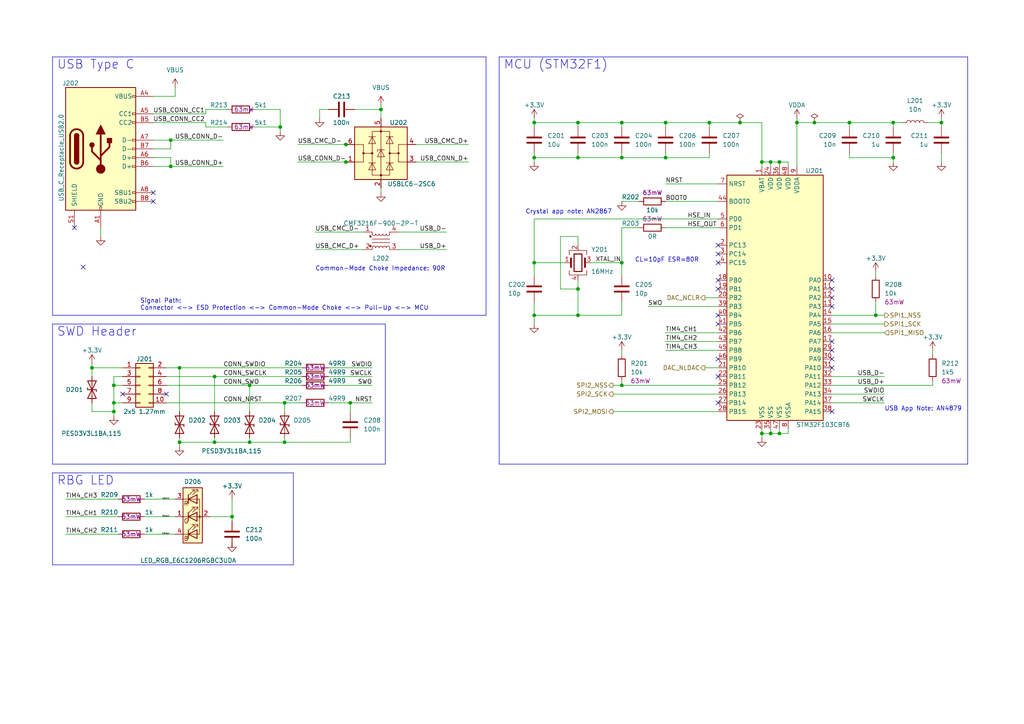
<source format=kicad_sch>
(kicad_sch (version 20230121) (generator eeschema)

  (uuid 03ad0ae6-8c29-4500-8836-b4cda193c5c0)

  (paper "A4")

  (title_block
    (title "STM Audio Board")
    (date "2023-02-04")
    (rev "0.1")
    (company "LP")
  )

  (lib_symbols
    (symbol "Connector:USB_C_Receptacle_USB2.0" (pin_names (offset 1.016)) (in_bom yes) (on_board yes)
      (property "Reference" "J" (at -10.16 19.05 0)
        (effects (font (size 1.27 1.27)) (justify left))
      )
      (property "Value" "USB_C_Receptacle_USB2.0" (at 19.05 19.05 0)
        (effects (font (size 1.27 1.27)) (justify right))
      )
      (property "Footprint" "" (at 3.81 0 0)
        (effects (font (size 1.27 1.27)) hide)
      )
      (property "Datasheet" "https://www.usb.org/sites/default/files/documents/usb_type-c.zip" (at 3.81 0 0)
        (effects (font (size 1.27 1.27)) hide)
      )
      (property "ki_keywords" "usb universal serial bus type-C USB2.0" (at 0 0 0)
        (effects (font (size 1.27 1.27)) hide)
      )
      (property "ki_description" "USB 2.0-only Type-C Receptacle connector" (at 0 0 0)
        (effects (font (size 1.27 1.27)) hide)
      )
      (property "ki_fp_filters" "USB*C*Receptacle*" (at 0 0 0)
        (effects (font (size 1.27 1.27)) hide)
      )
      (symbol "USB_C_Receptacle_USB2.0_0_0"
        (rectangle (start -0.254 -17.78) (end 0.254 -16.764)
          (stroke (width 0) (type default))
          (fill (type none))
        )
        (rectangle (start 10.16 -14.986) (end 9.144 -15.494)
          (stroke (width 0) (type default))
          (fill (type none))
        )
        (rectangle (start 10.16 -12.446) (end 9.144 -12.954)
          (stroke (width 0) (type default))
          (fill (type none))
        )
        (rectangle (start 10.16 -4.826) (end 9.144 -5.334)
          (stroke (width 0) (type default))
          (fill (type none))
        )
        (rectangle (start 10.16 -2.286) (end 9.144 -2.794)
          (stroke (width 0) (type default))
          (fill (type none))
        )
        (rectangle (start 10.16 0.254) (end 9.144 -0.254)
          (stroke (width 0) (type default))
          (fill (type none))
        )
        (rectangle (start 10.16 2.794) (end 9.144 2.286)
          (stroke (width 0) (type default))
          (fill (type none))
        )
        (rectangle (start 10.16 7.874) (end 9.144 7.366)
          (stroke (width 0) (type default))
          (fill (type none))
        )
        (rectangle (start 10.16 10.414) (end 9.144 9.906)
          (stroke (width 0) (type default))
          (fill (type none))
        )
        (rectangle (start 10.16 15.494) (end 9.144 14.986)
          (stroke (width 0) (type default))
          (fill (type none))
        )
      )
      (symbol "USB_C_Receptacle_USB2.0_0_1"
        (rectangle (start -10.16 17.78) (end 10.16 -17.78)
          (stroke (width 0.254) (type default))
          (fill (type background))
        )
        (arc (start -8.89 -3.81) (mid -6.985 -5.7067) (end -5.08 -3.81)
          (stroke (width 0.508) (type default))
          (fill (type none))
        )
        (arc (start -7.62 -3.81) (mid -6.985 -4.4423) (end -6.35 -3.81)
          (stroke (width 0.254) (type default))
          (fill (type none))
        )
        (arc (start -7.62 -3.81) (mid -6.985 -4.4423) (end -6.35 -3.81)
          (stroke (width 0.254) (type default))
          (fill (type outline))
        )
        (rectangle (start -7.62 -3.81) (end -6.35 3.81)
          (stroke (width 0.254) (type default))
          (fill (type outline))
        )
        (arc (start -6.35 3.81) (mid -6.985 4.4423) (end -7.62 3.81)
          (stroke (width 0.254) (type default))
          (fill (type none))
        )
        (arc (start -6.35 3.81) (mid -6.985 4.4423) (end -7.62 3.81)
          (stroke (width 0.254) (type default))
          (fill (type outline))
        )
        (arc (start -5.08 3.81) (mid -6.985 5.7067) (end -8.89 3.81)
          (stroke (width 0.508) (type default))
          (fill (type none))
        )
        (circle (center -2.54 1.143) (radius 0.635)
          (stroke (width 0.254) (type default))
          (fill (type outline))
        )
        (circle (center 0 -5.842) (radius 1.27)
          (stroke (width 0) (type default))
          (fill (type outline))
        )
        (polyline
          (pts
            (xy -8.89 -3.81)
            (xy -8.89 3.81)
          )
          (stroke (width 0.508) (type default))
          (fill (type none))
        )
        (polyline
          (pts
            (xy -5.08 3.81)
            (xy -5.08 -3.81)
          )
          (stroke (width 0.508) (type default))
          (fill (type none))
        )
        (polyline
          (pts
            (xy 0 -5.842)
            (xy 0 4.318)
          )
          (stroke (width 0.508) (type default))
          (fill (type none))
        )
        (polyline
          (pts
            (xy 0 -3.302)
            (xy -2.54 -0.762)
            (xy -2.54 0.508)
          )
          (stroke (width 0.508) (type default))
          (fill (type none))
        )
        (polyline
          (pts
            (xy 0 -2.032)
            (xy 2.54 0.508)
            (xy 2.54 1.778)
          )
          (stroke (width 0.508) (type default))
          (fill (type none))
        )
        (polyline
          (pts
            (xy -1.27 4.318)
            (xy 0 6.858)
            (xy 1.27 4.318)
            (xy -1.27 4.318)
          )
          (stroke (width 0.254) (type default))
          (fill (type outline))
        )
        (rectangle (start 1.905 1.778) (end 3.175 3.048)
          (stroke (width 0.254) (type default))
          (fill (type outline))
        )
      )
      (symbol "USB_C_Receptacle_USB2.0_1_1"
        (pin passive line (at 0 -22.86 90) (length 5.08)
          (name "GND" (effects (font (size 1.27 1.27))))
          (number "A1" (effects (font (size 1.27 1.27))))
        )
        (pin passive line (at 0 -22.86 90) (length 5.08) hide
          (name "GND" (effects (font (size 1.27 1.27))))
          (number "A12" (effects (font (size 1.27 1.27))))
        )
        (pin passive line (at 15.24 15.24 180) (length 5.08)
          (name "VBUS" (effects (font (size 1.27 1.27))))
          (number "A4" (effects (font (size 1.27 1.27))))
        )
        (pin bidirectional line (at 15.24 10.16 180) (length 5.08)
          (name "CC1" (effects (font (size 1.27 1.27))))
          (number "A5" (effects (font (size 1.27 1.27))))
        )
        (pin bidirectional line (at 15.24 -2.54 180) (length 5.08)
          (name "D+" (effects (font (size 1.27 1.27))))
          (number "A6" (effects (font (size 1.27 1.27))))
        )
        (pin bidirectional line (at 15.24 2.54 180) (length 5.08)
          (name "D-" (effects (font (size 1.27 1.27))))
          (number "A7" (effects (font (size 1.27 1.27))))
        )
        (pin bidirectional line (at 15.24 -12.7 180) (length 5.08)
          (name "SBU1" (effects (font (size 1.27 1.27))))
          (number "A8" (effects (font (size 1.27 1.27))))
        )
        (pin passive line (at 15.24 15.24 180) (length 5.08) hide
          (name "VBUS" (effects (font (size 1.27 1.27))))
          (number "A9" (effects (font (size 1.27 1.27))))
        )
        (pin passive line (at 0 -22.86 90) (length 5.08) hide
          (name "GND" (effects (font (size 1.27 1.27))))
          (number "B1" (effects (font (size 1.27 1.27))))
        )
        (pin passive line (at 0 -22.86 90) (length 5.08) hide
          (name "GND" (effects (font (size 1.27 1.27))))
          (number "B12" (effects (font (size 1.27 1.27))))
        )
        (pin passive line (at 15.24 15.24 180) (length 5.08) hide
          (name "VBUS" (effects (font (size 1.27 1.27))))
          (number "B4" (effects (font (size 1.27 1.27))))
        )
        (pin bidirectional line (at 15.24 7.62 180) (length 5.08)
          (name "CC2" (effects (font (size 1.27 1.27))))
          (number "B5" (effects (font (size 1.27 1.27))))
        )
        (pin bidirectional line (at 15.24 -5.08 180) (length 5.08)
          (name "D+" (effects (font (size 1.27 1.27))))
          (number "B6" (effects (font (size 1.27 1.27))))
        )
        (pin bidirectional line (at 15.24 0 180) (length 5.08)
          (name "D-" (effects (font (size 1.27 1.27))))
          (number "B7" (effects (font (size 1.27 1.27))))
        )
        (pin bidirectional line (at 15.24 -15.24 180) (length 5.08)
          (name "SBU2" (effects (font (size 1.27 1.27))))
          (number "B8" (effects (font (size 1.27 1.27))))
        )
        (pin passive line (at 15.24 15.24 180) (length 5.08) hide
          (name "VBUS" (effects (font (size 1.27 1.27))))
          (number "B9" (effects (font (size 1.27 1.27))))
        )
        (pin passive line (at -7.62 -22.86 90) (length 5.08)
          (name "SHIELD" (effects (font (size 1.27 1.27))))
          (number "S1" (effects (font (size 1.27 1.27))))
        )
      )
    )
    (symbol "Connector_Generic:Conn_02x05_Odd_Even" (pin_names (offset 1.016) hide) (in_bom yes) (on_board yes)
      (property "Reference" "J" (at 1.27 7.62 0)
        (effects (font (size 1.27 1.27)))
      )
      (property "Value" "Conn_02x05_Odd_Even" (at 1.27 -7.62 0)
        (effects (font (size 1.27 1.27)))
      )
      (property "Footprint" "" (at 0 0 0)
        (effects (font (size 1.27 1.27)) hide)
      )
      (property "Datasheet" "~" (at 0 0 0)
        (effects (font (size 1.27 1.27)) hide)
      )
      (property "ki_keywords" "connector" (at 0 0 0)
        (effects (font (size 1.27 1.27)) hide)
      )
      (property "ki_description" "Generic connector, double row, 02x05, odd/even pin numbering scheme (row 1 odd numbers, row 2 even numbers), script generated (kicad-library-utils/schlib/autogen/connector/)" (at 0 0 0)
        (effects (font (size 1.27 1.27)) hide)
      )
      (property "ki_fp_filters" "Connector*:*_2x??_*" (at 0 0 0)
        (effects (font (size 1.27 1.27)) hide)
      )
      (symbol "Conn_02x05_Odd_Even_1_1"
        (rectangle (start -1.27 -4.953) (end 0 -5.207)
          (stroke (width 0.1524) (type default))
          (fill (type none))
        )
        (rectangle (start -1.27 -2.413) (end 0 -2.667)
          (stroke (width 0.1524) (type default))
          (fill (type none))
        )
        (rectangle (start -1.27 0.127) (end 0 -0.127)
          (stroke (width 0.1524) (type default))
          (fill (type none))
        )
        (rectangle (start -1.27 2.667) (end 0 2.413)
          (stroke (width 0.1524) (type default))
          (fill (type none))
        )
        (rectangle (start -1.27 5.207) (end 0 4.953)
          (stroke (width 0.1524) (type default))
          (fill (type none))
        )
        (rectangle (start -1.27 6.35) (end 3.81 -6.35)
          (stroke (width 0.254) (type default))
          (fill (type background))
        )
        (rectangle (start 3.81 -4.953) (end 2.54 -5.207)
          (stroke (width 0.1524) (type default))
          (fill (type none))
        )
        (rectangle (start 3.81 -2.413) (end 2.54 -2.667)
          (stroke (width 0.1524) (type default))
          (fill (type none))
        )
        (rectangle (start 3.81 0.127) (end 2.54 -0.127)
          (stroke (width 0.1524) (type default))
          (fill (type none))
        )
        (rectangle (start 3.81 2.667) (end 2.54 2.413)
          (stroke (width 0.1524) (type default))
          (fill (type none))
        )
        (rectangle (start 3.81 5.207) (end 2.54 4.953)
          (stroke (width 0.1524) (type default))
          (fill (type none))
        )
        (pin passive line (at -5.08 5.08 0) (length 3.81)
          (name "Pin_1" (effects (font (size 1.27 1.27))))
          (number "1" (effects (font (size 1.27 1.27))))
        )
        (pin passive line (at 7.62 -5.08 180) (length 3.81)
          (name "Pin_10" (effects (font (size 1.27 1.27))))
          (number "10" (effects (font (size 1.27 1.27))))
        )
        (pin passive line (at 7.62 5.08 180) (length 3.81)
          (name "Pin_2" (effects (font (size 1.27 1.27))))
          (number "2" (effects (font (size 1.27 1.27))))
        )
        (pin passive line (at -5.08 2.54 0) (length 3.81)
          (name "Pin_3" (effects (font (size 1.27 1.27))))
          (number "3" (effects (font (size 1.27 1.27))))
        )
        (pin passive line (at 7.62 2.54 180) (length 3.81)
          (name "Pin_4" (effects (font (size 1.27 1.27))))
          (number "4" (effects (font (size 1.27 1.27))))
        )
        (pin passive line (at -5.08 0 0) (length 3.81)
          (name "Pin_5" (effects (font (size 1.27 1.27))))
          (number "5" (effects (font (size 1.27 1.27))))
        )
        (pin passive line (at 7.62 0 180) (length 3.81)
          (name "Pin_6" (effects (font (size 1.27 1.27))))
          (number "6" (effects (font (size 1.27 1.27))))
        )
        (pin passive line (at -5.08 -2.54 0) (length 3.81)
          (name "Pin_7" (effects (font (size 1.27 1.27))))
          (number "7" (effects (font (size 1.27 1.27))))
        )
        (pin passive line (at 7.62 -2.54 180) (length 3.81)
          (name "Pin_8" (effects (font (size 1.27 1.27))))
          (number "8" (effects (font (size 1.27 1.27))))
        )
        (pin passive line (at -5.08 -5.08 0) (length 3.81)
          (name "Pin_9" (effects (font (size 1.27 1.27))))
          (number "9" (effects (font (size 1.27 1.27))))
        )
      )
    )
    (symbol "Device:C" (pin_numbers hide) (pin_names (offset 0.254)) (in_bom yes) (on_board yes)
      (property "Reference" "C" (at 0.635 2.54 0)
        (effects (font (size 1.27 1.27)) (justify left))
      )
      (property "Value" "C" (at 0.635 -2.54 0)
        (effects (font (size 1.27 1.27)) (justify left))
      )
      (property "Footprint" "" (at 0.9652 -3.81 0)
        (effects (font (size 1.27 1.27)) hide)
      )
      (property "Datasheet" "~" (at 0 0 0)
        (effects (font (size 1.27 1.27)) hide)
      )
      (property "ki_keywords" "cap capacitor" (at 0 0 0)
        (effects (font (size 1.27 1.27)) hide)
      )
      (property "ki_description" "Unpolarized capacitor" (at 0 0 0)
        (effects (font (size 1.27 1.27)) hide)
      )
      (property "ki_fp_filters" "C_*" (at 0 0 0)
        (effects (font (size 1.27 1.27)) hide)
      )
      (symbol "C_0_1"
        (polyline
          (pts
            (xy -2.032 -0.762)
            (xy 2.032 -0.762)
          )
          (stroke (width 0.508) (type default))
          (fill (type none))
        )
        (polyline
          (pts
            (xy -2.032 0.762)
            (xy 2.032 0.762)
          )
          (stroke (width 0.508) (type default))
          (fill (type none))
        )
      )
      (symbol "C_1_1"
        (pin passive line (at 0 3.81 270) (length 2.794)
          (name "~" (effects (font (size 1.27 1.27))))
          (number "1" (effects (font (size 1.27 1.27))))
        )
        (pin passive line (at 0 -3.81 90) (length 2.794)
          (name "~" (effects (font (size 1.27 1.27))))
          (number "2" (effects (font (size 1.27 1.27))))
        )
      )
    )
    (symbol "Device:Crystal_GND24" (pin_names (offset 1.016) hide) (in_bom yes) (on_board yes)
      (property "Reference" "Y" (at 3.175 5.08 0)
        (effects (font (size 1.27 1.27)) (justify left))
      )
      (property "Value" "Crystal_GND24" (at 3.175 3.175 0)
        (effects (font (size 1.27 1.27)) (justify left))
      )
      (property "Footprint" "" (at 0 0 0)
        (effects (font (size 1.27 1.27)) hide)
      )
      (property "Datasheet" "~" (at 0 0 0)
        (effects (font (size 1.27 1.27)) hide)
      )
      (property "ki_keywords" "quartz ceramic resonator oscillator" (at 0 0 0)
        (effects (font (size 1.27 1.27)) hide)
      )
      (property "ki_description" "Four pin crystal, GND on pins 2 and 4" (at 0 0 0)
        (effects (font (size 1.27 1.27)) hide)
      )
      (property "ki_fp_filters" "Crystal*" (at 0 0 0)
        (effects (font (size 1.27 1.27)) hide)
      )
      (symbol "Crystal_GND24_0_1"
        (rectangle (start -1.143 2.54) (end 1.143 -2.54)
          (stroke (width 0.3048) (type default))
          (fill (type none))
        )
        (polyline
          (pts
            (xy -2.54 0)
            (xy -2.032 0)
          )
          (stroke (width 0) (type default))
          (fill (type none))
        )
        (polyline
          (pts
            (xy -2.032 -1.27)
            (xy -2.032 1.27)
          )
          (stroke (width 0.508) (type default))
          (fill (type none))
        )
        (polyline
          (pts
            (xy 0 -3.81)
            (xy 0 -3.556)
          )
          (stroke (width 0) (type default))
          (fill (type none))
        )
        (polyline
          (pts
            (xy 0 3.556)
            (xy 0 3.81)
          )
          (stroke (width 0) (type default))
          (fill (type none))
        )
        (polyline
          (pts
            (xy 2.032 -1.27)
            (xy 2.032 1.27)
          )
          (stroke (width 0.508) (type default))
          (fill (type none))
        )
        (polyline
          (pts
            (xy 2.032 0)
            (xy 2.54 0)
          )
          (stroke (width 0) (type default))
          (fill (type none))
        )
        (polyline
          (pts
            (xy -2.54 -2.286)
            (xy -2.54 -3.556)
            (xy 2.54 -3.556)
            (xy 2.54 -2.286)
          )
          (stroke (width 0) (type default))
          (fill (type none))
        )
        (polyline
          (pts
            (xy -2.54 2.286)
            (xy -2.54 3.556)
            (xy 2.54 3.556)
            (xy 2.54 2.286)
          )
          (stroke (width 0) (type default))
          (fill (type none))
        )
      )
      (symbol "Crystal_GND24_1_1"
        (pin passive line (at -3.81 0 0) (length 1.27)
          (name "1" (effects (font (size 1.27 1.27))))
          (number "1" (effects (font (size 1.27 1.27))))
        )
        (pin passive line (at 0 5.08 270) (length 1.27)
          (name "2" (effects (font (size 1.27 1.27))))
          (number "2" (effects (font (size 1.27 1.27))))
        )
        (pin passive line (at 3.81 0 180) (length 1.27)
          (name "3" (effects (font (size 1.27 1.27))))
          (number "3" (effects (font (size 1.27 1.27))))
        )
        (pin passive line (at 0 -5.08 90) (length 1.27)
          (name "4" (effects (font (size 1.27 1.27))))
          (number "4" (effects (font (size 1.27 1.27))))
        )
      )
    )
    (symbol "Device:D_TVS" (pin_numbers hide) (pin_names (offset 1.016) hide) (in_bom yes) (on_board yes)
      (property "Reference" "D" (at 0 2.54 0)
        (effects (font (size 1.27 1.27)))
      )
      (property "Value" "D_TVS" (at 0 -2.54 0)
        (effects (font (size 1.27 1.27)))
      )
      (property "Footprint" "" (at 0 0 0)
        (effects (font (size 1.27 1.27)) hide)
      )
      (property "Datasheet" "~" (at 0 0 0)
        (effects (font (size 1.27 1.27)) hide)
      )
      (property "ki_keywords" "diode TVS thyrector" (at 0 0 0)
        (effects (font (size 1.27 1.27)) hide)
      )
      (property "ki_description" "Bidirectional transient-voltage-suppression diode" (at 0 0 0)
        (effects (font (size 1.27 1.27)) hide)
      )
      (property "ki_fp_filters" "TO-???* *_Diode_* *SingleDiode* D_*" (at 0 0 0)
        (effects (font (size 1.27 1.27)) hide)
      )
      (symbol "D_TVS_0_1"
        (polyline
          (pts
            (xy 1.27 0)
            (xy -1.27 0)
          )
          (stroke (width 0) (type default))
          (fill (type none))
        )
        (polyline
          (pts
            (xy 0.508 1.27)
            (xy 0 1.27)
            (xy 0 -1.27)
            (xy -0.508 -1.27)
          )
          (stroke (width 0.254) (type default))
          (fill (type none))
        )
        (polyline
          (pts
            (xy -2.54 1.27)
            (xy -2.54 -1.27)
            (xy 2.54 1.27)
            (xy 2.54 -1.27)
            (xy -2.54 1.27)
          )
          (stroke (width 0.254) (type default))
          (fill (type none))
        )
      )
      (symbol "D_TVS_1_1"
        (pin passive line (at -3.81 0 0) (length 2.54)
          (name "A1" (effects (font (size 1.27 1.27))))
          (number "1" (effects (font (size 1.27 1.27))))
        )
        (pin passive line (at 3.81 0 180) (length 2.54)
          (name "A2" (effects (font (size 1.27 1.27))))
          (number "2" (effects (font (size 1.27 1.27))))
        )
      )
    )
    (symbol "Device:Filter_EMI_LL_1423" (pin_names hide) (in_bom yes) (on_board yes)
      (property "Reference" "FL" (at 0 4.445 0)
        (effects (font (size 1.27 1.27)))
      )
      (property "Value" "Filter_EMI_LL_1423" (at 0 -4.445 0)
        (effects (font (size 1.27 1.27)))
      )
      (property "Footprint" "" (at 0 -6.35 0)
        (effects (font (size 1.27 1.27)) hide)
      )
      (property "Datasheet" "~" (at 0 1.016 90)
        (effects (font (size 1.27 1.27)) hide)
      )
      (property "ki_keywords" "EMI filter common-mode choke" (at 0 0 0)
        (effects (font (size 1.27 1.27)) hide)
      )
      (property "ki_description" "EMI 2-inductor filter, pin-connections 1-4 and 2-3" (at 0 0 0)
        (effects (font (size 1.27 1.27)) hide)
      )
      (property "ki_fp_filters" "Bourns*SRF0905*" (at 0 0 0)
        (effects (font (size 1.27 1.27)) hide)
      )
      (symbol "Filter_EMI_LL_1423_0_1"
        (circle (center -3.048 -1.27) (radius 0.254)
          (stroke (width 0) (type default))
          (fill (type outline))
        )
        (circle (center -3.048 1.524) (radius 0.254)
          (stroke (width 0) (type default))
          (fill (type outline))
        )
        (arc (start -2.54 2.032) (mid -2.032 1.5262) (end -1.524 2.032)
          (stroke (width 0) (type default))
          (fill (type none))
        )
        (arc (start -1.524 -2.032) (mid -2.032 -1.5262) (end -2.54 -2.032)
          (stroke (width 0) (type default))
          (fill (type none))
        )
        (arc (start -1.524 2.032) (mid -1.016 1.5262) (end -0.508 2.032)
          (stroke (width 0) (type default))
          (fill (type none))
        )
        (arc (start -0.508 -2.032) (mid -1.016 -1.5262) (end -1.524 -2.032)
          (stroke (width 0) (type default))
          (fill (type none))
        )
        (arc (start -0.508 2.032) (mid 0 1.5262) (end 0.508 2.032)
          (stroke (width 0) (type default))
          (fill (type none))
        )
        (polyline
          (pts
            (xy -2.54 -2.032)
            (xy -2.54 -2.54)
          )
          (stroke (width 0) (type default))
          (fill (type none))
        )
        (polyline
          (pts
            (xy -2.54 0.508)
            (xy 2.54 0.508)
          )
          (stroke (width 0) (type default))
          (fill (type none))
        )
        (polyline
          (pts
            (xy -2.54 2.032)
            (xy -2.54 2.54)
          )
          (stroke (width 0) (type default))
          (fill (type none))
        )
        (polyline
          (pts
            (xy 2.54 -2.032)
            (xy 2.54 -2.54)
          )
          (stroke (width 0) (type default))
          (fill (type none))
        )
        (polyline
          (pts
            (xy 2.54 -0.508)
            (xy -2.54 -0.508)
          )
          (stroke (width 0) (type default))
          (fill (type none))
        )
        (polyline
          (pts
            (xy 2.54 2.54)
            (xy 2.54 2.032)
          )
          (stroke (width 0) (type default))
          (fill (type none))
        )
        (arc (start 0.508 -2.032) (mid 0 -1.5262) (end -0.508 -2.032)
          (stroke (width 0) (type default))
          (fill (type none))
        )
        (arc (start 0.508 2.032) (mid 1.016 1.5262) (end 1.524 2.032)
          (stroke (width 0) (type default))
          (fill (type none))
        )
        (arc (start 1.524 -2.032) (mid 1.016 -1.5262) (end 0.508 -2.032)
          (stroke (width 0) (type default))
          (fill (type none))
        )
        (arc (start 1.524 2.032) (mid 2.032 1.5262) (end 2.54 2.032)
          (stroke (width 0) (type default))
          (fill (type none))
        )
        (arc (start 2.54 -2.032) (mid 2.032 -1.5262) (end 1.524 -2.032)
          (stroke (width 0) (type default))
          (fill (type none))
        )
      )
      (symbol "Filter_EMI_LL_1423_1_1"
        (pin passive line (at -5.08 -2.54 0) (length 2.54)
          (name "1" (effects (font (size 1.27 1.27))))
          (number "1" (effects (font (size 1.27 1.27))))
        )
        (pin passive line (at -5.08 2.54 0) (length 2.54)
          (name "2" (effects (font (size 1.27 1.27))))
          (number "2" (effects (font (size 1.27 1.27))))
        )
        (pin passive line (at 5.08 2.54 180) (length 2.54)
          (name "3" (effects (font (size 1.27 1.27))))
          (number "3" (effects (font (size 1.27 1.27))))
        )
        (pin passive line (at 5.08 -2.54 180) (length 2.54)
          (name "4" (effects (font (size 1.27 1.27))))
          (number "4" (effects (font (size 1.27 1.27))))
        )
      )
    )
    (symbol "Device:L" (pin_numbers hide) (pin_names (offset 1.016) hide) (in_bom yes) (on_board yes)
      (property "Reference" "L" (at -1.27 0 90)
        (effects (font (size 1.27 1.27)))
      )
      (property "Value" "L" (at 1.905 0 90)
        (effects (font (size 1.27 1.27)))
      )
      (property "Footprint" "" (at 0 0 0)
        (effects (font (size 1.27 1.27)) hide)
      )
      (property "Datasheet" "~" (at 0 0 0)
        (effects (font (size 1.27 1.27)) hide)
      )
      (property "ki_keywords" "inductor choke coil reactor magnetic" (at 0 0 0)
        (effects (font (size 1.27 1.27)) hide)
      )
      (property "ki_description" "Inductor" (at 0 0 0)
        (effects (font (size 1.27 1.27)) hide)
      )
      (property "ki_fp_filters" "Choke_* *Coil* Inductor_* L_*" (at 0 0 0)
        (effects (font (size 1.27 1.27)) hide)
      )
      (symbol "L_0_1"
        (arc (start 0 -2.54) (mid 0.6323 -1.905) (end 0 -1.27)
          (stroke (width 0) (type default))
          (fill (type none))
        )
        (arc (start 0 -1.27) (mid 0.6323 -0.635) (end 0 0)
          (stroke (width 0) (type default))
          (fill (type none))
        )
        (arc (start 0 0) (mid 0.6323 0.635) (end 0 1.27)
          (stroke (width 0) (type default))
          (fill (type none))
        )
        (arc (start 0 1.27) (mid 0.6323 1.905) (end 0 2.54)
          (stroke (width 0) (type default))
          (fill (type none))
        )
      )
      (symbol "L_1_1"
        (pin passive line (at 0 3.81 270) (length 1.27)
          (name "1" (effects (font (size 1.27 1.27))))
          (number "1" (effects (font (size 1.27 1.27))))
        )
        (pin passive line (at 0 -3.81 90) (length 1.27)
          (name "2" (effects (font (size 1.27 1.27))))
          (number "2" (effects (font (size 1.27 1.27))))
        )
      )
    )
    (symbol "Device:LED_GARB" (pin_names (offset 0) hide) (in_bom yes) (on_board yes)
      (property "Reference" "D" (at 0 9.398 0)
        (effects (font (size 1.27 1.27)))
      )
      (property "Value" "LED_GARB" (at 0 -8.89 0)
        (effects (font (size 1.27 1.27)))
      )
      (property "Footprint" "" (at 0 -1.27 0)
        (effects (font (size 1.27 1.27)) hide)
      )
      (property "Datasheet" "~" (at 0 -1.27 0)
        (effects (font (size 1.27 1.27)) hide)
      )
      (property "ki_keywords" "LED RGB diode" (at 0 0 0)
        (effects (font (size 1.27 1.27)) hide)
      )
      (property "ki_description" "RGB LED, green/anode/red/blue" (at 0 0 0)
        (effects (font (size 1.27 1.27)) hide)
      )
      (property "ki_fp_filters" "LED* LED_SMD:* LED_THT:*" (at 0 0 0)
        (effects (font (size 1.27 1.27)) hide)
      )
      (symbol "LED_GARB_0_0"
        (text "B" (at -1.905 -6.35 0)
          (effects (font (size 1.27 1.27)))
        )
        (text "G" (at -1.905 -1.27 0)
          (effects (font (size 1.27 1.27)))
        )
        (text "R" (at -1.905 3.81 0)
          (effects (font (size 1.27 1.27)))
        )
      )
      (symbol "LED_GARB_0_1"
        (polyline
          (pts
            (xy -1.27 -5.08)
            (xy -2.54 -5.08)
          )
          (stroke (width 0) (type default))
          (fill (type none))
        )
        (polyline
          (pts
            (xy -1.27 -5.08)
            (xy 1.27 -5.08)
          )
          (stroke (width 0) (type default))
          (fill (type none))
        )
        (polyline
          (pts
            (xy -1.27 -3.81)
            (xy -1.27 -6.35)
          )
          (stroke (width 0.254) (type default))
          (fill (type none))
        )
        (polyline
          (pts
            (xy -1.27 0)
            (xy -2.54 0)
          )
          (stroke (width 0) (type default))
          (fill (type none))
        )
        (polyline
          (pts
            (xy -1.27 1.27)
            (xy -1.27 -1.27)
          )
          (stroke (width 0.254) (type default))
          (fill (type none))
        )
        (polyline
          (pts
            (xy -1.27 5.08)
            (xy -2.54 5.08)
          )
          (stroke (width 0) (type default))
          (fill (type none))
        )
        (polyline
          (pts
            (xy -1.27 5.08)
            (xy 1.27 5.08)
          )
          (stroke (width 0) (type default))
          (fill (type none))
        )
        (polyline
          (pts
            (xy -1.27 6.35)
            (xy -1.27 3.81)
          )
          (stroke (width 0.254) (type default))
          (fill (type none))
        )
        (polyline
          (pts
            (xy 1.27 0)
            (xy -1.27 0)
          )
          (stroke (width 0) (type default))
          (fill (type none))
        )
        (polyline
          (pts
            (xy 1.27 0)
            (xy 2.54 0)
          )
          (stroke (width 0) (type default))
          (fill (type none))
        )
        (polyline
          (pts
            (xy -1.27 1.27)
            (xy -1.27 -1.27)
            (xy -1.27 -1.27)
          )
          (stroke (width 0) (type default))
          (fill (type none))
        )
        (polyline
          (pts
            (xy -1.27 6.35)
            (xy -1.27 3.81)
            (xy -1.27 3.81)
          )
          (stroke (width 0) (type default))
          (fill (type none))
        )
        (polyline
          (pts
            (xy 1.27 -5.08)
            (xy 2.032 -5.08)
            (xy 2.032 5.08)
            (xy 1.27 5.08)
          )
          (stroke (width 0) (type default))
          (fill (type none))
        )
        (polyline
          (pts
            (xy 1.27 -3.81)
            (xy 1.27 -6.35)
            (xy -1.27 -5.08)
            (xy 1.27 -3.81)
          )
          (stroke (width 0.254) (type default))
          (fill (type none))
        )
        (polyline
          (pts
            (xy 1.27 1.27)
            (xy 1.27 -1.27)
            (xy -1.27 0)
            (xy 1.27 1.27)
          )
          (stroke (width 0.254) (type default))
          (fill (type none))
        )
        (polyline
          (pts
            (xy 1.27 6.35)
            (xy 1.27 3.81)
            (xy -1.27 5.08)
            (xy 1.27 6.35)
          )
          (stroke (width 0.254) (type default))
          (fill (type none))
        )
        (polyline
          (pts
            (xy -1.016 -3.81)
            (xy 0.508 -2.286)
            (xy -0.254 -2.286)
            (xy 0.508 -2.286)
            (xy 0.508 -3.048)
          )
          (stroke (width 0) (type default))
          (fill (type none))
        )
        (polyline
          (pts
            (xy -1.016 1.27)
            (xy 0.508 2.794)
            (xy -0.254 2.794)
            (xy 0.508 2.794)
            (xy 0.508 2.032)
          )
          (stroke (width 0) (type default))
          (fill (type none))
        )
        (polyline
          (pts
            (xy -1.016 6.35)
            (xy 0.508 7.874)
            (xy -0.254 7.874)
            (xy 0.508 7.874)
            (xy 0.508 7.112)
          )
          (stroke (width 0) (type default))
          (fill (type none))
        )
        (polyline
          (pts
            (xy 0 -3.81)
            (xy 1.524 -2.286)
            (xy 0.762 -2.286)
            (xy 1.524 -2.286)
            (xy 1.524 -3.048)
          )
          (stroke (width 0) (type default))
          (fill (type none))
        )
        (polyline
          (pts
            (xy 0 1.27)
            (xy 1.524 2.794)
            (xy 0.762 2.794)
            (xy 1.524 2.794)
            (xy 1.524 2.032)
          )
          (stroke (width 0) (type default))
          (fill (type none))
        )
        (polyline
          (pts
            (xy 0 6.35)
            (xy 1.524 7.874)
            (xy 0.762 7.874)
            (xy 1.524 7.874)
            (xy 1.524 7.112)
          )
          (stroke (width 0) (type default))
          (fill (type none))
        )
        (rectangle (start 1.27 -1.27) (end 1.27 1.27)
          (stroke (width 0) (type default))
          (fill (type none))
        )
        (rectangle (start 1.27 1.27) (end 1.27 1.27)
          (stroke (width 0) (type default))
          (fill (type none))
        )
        (rectangle (start 1.27 3.81) (end 1.27 6.35)
          (stroke (width 0) (type default))
          (fill (type none))
        )
        (rectangle (start 1.27 6.35) (end 1.27 6.35)
          (stroke (width 0) (type default))
          (fill (type none))
        )
        (circle (center 2.032 0) (radius 0.254)
          (stroke (width 0) (type default))
          (fill (type outline))
        )
        (rectangle (start 2.794 8.382) (end -2.794 -7.62)
          (stroke (width 0.254) (type default))
          (fill (type background))
        )
      )
      (symbol "LED_GARB_1_1"
        (pin passive line (at -5.08 0 0) (length 2.54)
          (name "GK" (effects (font (size 1.27 1.27))))
          (number "1" (effects (font (size 1.27 1.27))))
        )
        (pin passive line (at 5.08 0 180) (length 2.54)
          (name "A" (effects (font (size 1.27 1.27))))
          (number "2" (effects (font (size 1.27 1.27))))
        )
        (pin passive line (at -5.08 5.08 0) (length 2.54)
          (name "RK" (effects (font (size 1.27 1.27))))
          (number "3" (effects (font (size 1.27 1.27))))
        )
        (pin passive line (at -5.08 -5.08 0) (length 2.54)
          (name "BK" (effects (font (size 1.27 1.27))))
          (number "4" (effects (font (size 1.27 1.27))))
        )
      )
    )
    (symbol "Device:R" (pin_numbers hide) (pin_names (offset 0)) (in_bom yes) (on_board yes)
      (property "Reference" "R" (at 2.032 0 90)
        (effects (font (size 1.27 1.27)))
      )
      (property "Value" "R" (at 0 0 90)
        (effects (font (size 1.27 1.27)))
      )
      (property "Footprint" "" (at -1.778 0 90)
        (effects (font (size 1.27 1.27)) hide)
      )
      (property "Datasheet" "~" (at 0 0 0)
        (effects (font (size 1.27 1.27)) hide)
      )
      (property "ki_keywords" "R res resistor" (at 0 0 0)
        (effects (font (size 1.27 1.27)) hide)
      )
      (property "ki_description" "Resistor" (at 0 0 0)
        (effects (font (size 1.27 1.27)) hide)
      )
      (property "ki_fp_filters" "R_*" (at 0 0 0)
        (effects (font (size 1.27 1.27)) hide)
      )
      (symbol "R_0_1"
        (rectangle (start -1.016 -2.54) (end 1.016 2.54)
          (stroke (width 0.254) (type default))
          (fill (type none))
        )
      )
      (symbol "R_1_1"
        (pin passive line (at 0 3.81 270) (length 1.27)
          (name "~" (effects (font (size 1.27 1.27))))
          (number "1" (effects (font (size 1.27 1.27))))
        )
        (pin passive line (at 0 -3.81 90) (length 1.27)
          (name "~" (effects (font (size 1.27 1.27))))
          (number "2" (effects (font (size 1.27 1.27))))
        )
      )
    )
    (symbol "MCU_ST_STM32F1:STM32F103CBTx" (in_bom yes) (on_board yes)
      (property "Reference" "U" (at -15.24 36.83 0)
        (effects (font (size 1.27 1.27)) (justify left))
      )
      (property "Value" "STM32F103CBTx" (at 7.62 36.83 0)
        (effects (font (size 1.27 1.27)) (justify left))
      )
      (property "Footprint" "Package_QFP:LQFP-48_7x7mm_P0.5mm" (at -15.24 -35.56 0)
        (effects (font (size 1.27 1.27)) (justify right) hide)
      )
      (property "Datasheet" "http://www.st.com/st-web-ui/static/active/en/resource/technical/document/datasheet/CD00161566.pdf" (at 0 0 0)
        (effects (font (size 1.27 1.27)) hide)
      )
      (property "ki_keywords" "ARM Cortex-M3 STM32F1 STM32F103" (at 0 0 0)
        (effects (font (size 1.27 1.27)) hide)
      )
      (property "ki_description" "ARM Cortex-M3 MCU, 128KB flash, 20KB RAM, 72MHz, 2-3.6V, 37 GPIO, LQFP-48" (at 0 0 0)
        (effects (font (size 1.27 1.27)) hide)
      )
      (property "ki_fp_filters" "LQFP*7x7mm*P0.5mm*" (at 0 0 0)
        (effects (font (size 1.27 1.27)) hide)
      )
      (symbol "STM32F103CBTx_0_1"
        (rectangle (start -15.24 -35.56) (end 12.7 35.56)
          (stroke (width 0.254) (type default))
          (fill (type background))
        )
      )
      (symbol "STM32F103CBTx_1_1"
        (pin power_in line (at -5.08 38.1 270) (length 2.54)
          (name "VBAT" (effects (font (size 1.27 1.27))))
          (number "1" (effects (font (size 1.27 1.27))))
        )
        (pin bidirectional line (at 15.24 5.08 180) (length 2.54)
          (name "PA0" (effects (font (size 1.27 1.27))))
          (number "10" (effects (font (size 1.27 1.27))))
        )
        (pin bidirectional line (at 15.24 2.54 180) (length 2.54)
          (name "PA1" (effects (font (size 1.27 1.27))))
          (number "11" (effects (font (size 1.27 1.27))))
        )
        (pin bidirectional line (at 15.24 0 180) (length 2.54)
          (name "PA2" (effects (font (size 1.27 1.27))))
          (number "12" (effects (font (size 1.27 1.27))))
        )
        (pin bidirectional line (at 15.24 -2.54 180) (length 2.54)
          (name "PA3" (effects (font (size 1.27 1.27))))
          (number "13" (effects (font (size 1.27 1.27))))
        )
        (pin bidirectional line (at 15.24 -5.08 180) (length 2.54)
          (name "PA4" (effects (font (size 1.27 1.27))))
          (number "14" (effects (font (size 1.27 1.27))))
        )
        (pin bidirectional line (at 15.24 -7.62 180) (length 2.54)
          (name "PA5" (effects (font (size 1.27 1.27))))
          (number "15" (effects (font (size 1.27 1.27))))
        )
        (pin bidirectional line (at 15.24 -10.16 180) (length 2.54)
          (name "PA6" (effects (font (size 1.27 1.27))))
          (number "16" (effects (font (size 1.27 1.27))))
        )
        (pin bidirectional line (at 15.24 -12.7 180) (length 2.54)
          (name "PA7" (effects (font (size 1.27 1.27))))
          (number "17" (effects (font (size 1.27 1.27))))
        )
        (pin bidirectional line (at -17.78 5.08 0) (length 2.54)
          (name "PB0" (effects (font (size 1.27 1.27))))
          (number "18" (effects (font (size 1.27 1.27))))
        )
        (pin bidirectional line (at -17.78 2.54 0) (length 2.54)
          (name "PB1" (effects (font (size 1.27 1.27))))
          (number "19" (effects (font (size 1.27 1.27))))
        )
        (pin bidirectional line (at -17.78 15.24 0) (length 2.54)
          (name "PC13" (effects (font (size 1.27 1.27))))
          (number "2" (effects (font (size 1.27 1.27))))
        )
        (pin bidirectional line (at -17.78 0 0) (length 2.54)
          (name "PB2" (effects (font (size 1.27 1.27))))
          (number "20" (effects (font (size 1.27 1.27))))
        )
        (pin bidirectional line (at -17.78 -20.32 0) (length 2.54)
          (name "PB10" (effects (font (size 1.27 1.27))))
          (number "21" (effects (font (size 1.27 1.27))))
        )
        (pin bidirectional line (at -17.78 -22.86 0) (length 2.54)
          (name "PB11" (effects (font (size 1.27 1.27))))
          (number "22" (effects (font (size 1.27 1.27))))
        )
        (pin power_in line (at -5.08 -38.1 90) (length 2.54)
          (name "VSS" (effects (font (size 1.27 1.27))))
          (number "23" (effects (font (size 1.27 1.27))))
        )
        (pin power_in line (at -2.54 38.1 270) (length 2.54)
          (name "VDD" (effects (font (size 1.27 1.27))))
          (number "24" (effects (font (size 1.27 1.27))))
        )
        (pin bidirectional line (at -17.78 -25.4 0) (length 2.54)
          (name "PB12" (effects (font (size 1.27 1.27))))
          (number "25" (effects (font (size 1.27 1.27))))
        )
        (pin bidirectional line (at -17.78 -27.94 0) (length 2.54)
          (name "PB13" (effects (font (size 1.27 1.27))))
          (number "26" (effects (font (size 1.27 1.27))))
        )
        (pin bidirectional line (at -17.78 -30.48 0) (length 2.54)
          (name "PB14" (effects (font (size 1.27 1.27))))
          (number "27" (effects (font (size 1.27 1.27))))
        )
        (pin bidirectional line (at -17.78 -33.02 0) (length 2.54)
          (name "PB15" (effects (font (size 1.27 1.27))))
          (number "28" (effects (font (size 1.27 1.27))))
        )
        (pin bidirectional line (at 15.24 -15.24 180) (length 2.54)
          (name "PA8" (effects (font (size 1.27 1.27))))
          (number "29" (effects (font (size 1.27 1.27))))
        )
        (pin bidirectional line (at -17.78 12.7 0) (length 2.54)
          (name "PC14" (effects (font (size 1.27 1.27))))
          (number "3" (effects (font (size 1.27 1.27))))
        )
        (pin bidirectional line (at 15.24 -17.78 180) (length 2.54)
          (name "PA9" (effects (font (size 1.27 1.27))))
          (number "30" (effects (font (size 1.27 1.27))))
        )
        (pin bidirectional line (at 15.24 -20.32 180) (length 2.54)
          (name "PA10" (effects (font (size 1.27 1.27))))
          (number "31" (effects (font (size 1.27 1.27))))
        )
        (pin bidirectional line (at 15.24 -22.86 180) (length 2.54)
          (name "PA11" (effects (font (size 1.27 1.27))))
          (number "32" (effects (font (size 1.27 1.27))))
        )
        (pin bidirectional line (at 15.24 -25.4 180) (length 2.54)
          (name "PA12" (effects (font (size 1.27 1.27))))
          (number "33" (effects (font (size 1.27 1.27))))
        )
        (pin bidirectional line (at 15.24 -27.94 180) (length 2.54)
          (name "PA13" (effects (font (size 1.27 1.27))))
          (number "34" (effects (font (size 1.27 1.27))))
        )
        (pin power_in line (at -2.54 -38.1 90) (length 2.54)
          (name "VSS" (effects (font (size 1.27 1.27))))
          (number "35" (effects (font (size 1.27 1.27))))
        )
        (pin power_in line (at 0 38.1 270) (length 2.54)
          (name "VDD" (effects (font (size 1.27 1.27))))
          (number "36" (effects (font (size 1.27 1.27))))
        )
        (pin bidirectional line (at 15.24 -30.48 180) (length 2.54)
          (name "PA14" (effects (font (size 1.27 1.27))))
          (number "37" (effects (font (size 1.27 1.27))))
        )
        (pin bidirectional line (at 15.24 -33.02 180) (length 2.54)
          (name "PA15" (effects (font (size 1.27 1.27))))
          (number "38" (effects (font (size 1.27 1.27))))
        )
        (pin bidirectional line (at -17.78 -2.54 0) (length 2.54)
          (name "PB3" (effects (font (size 1.27 1.27))))
          (number "39" (effects (font (size 1.27 1.27))))
        )
        (pin bidirectional line (at -17.78 10.16 0) (length 2.54)
          (name "PC15" (effects (font (size 1.27 1.27))))
          (number "4" (effects (font (size 1.27 1.27))))
        )
        (pin bidirectional line (at -17.78 -5.08 0) (length 2.54)
          (name "PB4" (effects (font (size 1.27 1.27))))
          (number "40" (effects (font (size 1.27 1.27))))
        )
        (pin bidirectional line (at -17.78 -7.62 0) (length 2.54)
          (name "PB5" (effects (font (size 1.27 1.27))))
          (number "41" (effects (font (size 1.27 1.27))))
        )
        (pin bidirectional line (at -17.78 -10.16 0) (length 2.54)
          (name "PB6" (effects (font (size 1.27 1.27))))
          (number "42" (effects (font (size 1.27 1.27))))
        )
        (pin bidirectional line (at -17.78 -12.7 0) (length 2.54)
          (name "PB7" (effects (font (size 1.27 1.27))))
          (number "43" (effects (font (size 1.27 1.27))))
        )
        (pin input line (at -17.78 27.94 0) (length 2.54)
          (name "BOOT0" (effects (font (size 1.27 1.27))))
          (number "44" (effects (font (size 1.27 1.27))))
        )
        (pin bidirectional line (at -17.78 -15.24 0) (length 2.54)
          (name "PB8" (effects (font (size 1.27 1.27))))
          (number "45" (effects (font (size 1.27 1.27))))
        )
        (pin bidirectional line (at -17.78 -17.78 0) (length 2.54)
          (name "PB9" (effects (font (size 1.27 1.27))))
          (number "46" (effects (font (size 1.27 1.27))))
        )
        (pin power_in line (at 0 -38.1 90) (length 2.54)
          (name "VSS" (effects (font (size 1.27 1.27))))
          (number "47" (effects (font (size 1.27 1.27))))
        )
        (pin power_in line (at 2.54 38.1 270) (length 2.54)
          (name "VDD" (effects (font (size 1.27 1.27))))
          (number "48" (effects (font (size 1.27 1.27))))
        )
        (pin input line (at -17.78 22.86 0) (length 2.54)
          (name "PD0" (effects (font (size 1.27 1.27))))
          (number "5" (effects (font (size 1.27 1.27))))
        )
        (pin input line (at -17.78 20.32 0) (length 2.54)
          (name "PD1" (effects (font (size 1.27 1.27))))
          (number "6" (effects (font (size 1.27 1.27))))
        )
        (pin input line (at -17.78 33.02 0) (length 2.54)
          (name "NRST" (effects (font (size 1.27 1.27))))
          (number "7" (effects (font (size 1.27 1.27))))
        )
        (pin power_in line (at 2.54 -38.1 90) (length 2.54)
          (name "VSSA" (effects (font (size 1.27 1.27))))
          (number "8" (effects (font (size 1.27 1.27))))
        )
        (pin power_in line (at 5.08 38.1 270) (length 2.54)
          (name "VDDA" (effects (font (size 1.27 1.27))))
          (number "9" (effects (font (size 1.27 1.27))))
        )
      )
    )
    (symbol "Power_Protection:USBLC6-2SC6" (pin_names hide) (in_bom yes) (on_board yes)
      (property "Reference" "U" (at 2.54 8.89 0)
        (effects (font (size 1.27 1.27)) (justify left))
      )
      (property "Value" "USBLC6-2SC6" (at 2.54 -8.89 0)
        (effects (font (size 1.27 1.27)) (justify left))
      )
      (property "Footprint" "Package_TO_SOT_SMD:SOT-23-6" (at 0 -12.7 0)
        (effects (font (size 1.27 1.27)) hide)
      )
      (property "Datasheet" "https://www.st.com/resource/en/datasheet/usblc6-2.pdf" (at 5.08 8.89 0)
        (effects (font (size 1.27 1.27)) hide)
      )
      (property "ki_keywords" "usb ethernet video" (at 0 0 0)
        (effects (font (size 1.27 1.27)) hide)
      )
      (property "ki_description" "Very low capacitance ESD protection diode, 2 data-line, SOT-23-6" (at 0 0 0)
        (effects (font (size 1.27 1.27)) hide)
      )
      (property "ki_fp_filters" "SOT?23*" (at 0 0 0)
        (effects (font (size 1.27 1.27)) hide)
      )
      (symbol "USBLC6-2SC6_0_1"
        (rectangle (start -7.62 -7.62) (end 7.62 7.62)
          (stroke (width 0.254) (type default))
          (fill (type background))
        )
        (circle (center -5.08 0) (radius 0.254)
          (stroke (width 0) (type default))
          (fill (type outline))
        )
        (circle (center -2.54 0) (radius 0.254)
          (stroke (width 0) (type default))
          (fill (type outline))
        )
        (rectangle (start -2.54 6.35) (end 2.54 -6.35)
          (stroke (width 0) (type default))
          (fill (type none))
        )
        (circle (center 0 -6.35) (radius 0.254)
          (stroke (width 0) (type default))
          (fill (type outline))
        )
        (polyline
          (pts
            (xy -5.08 -2.54)
            (xy -7.62 -2.54)
          )
          (stroke (width 0) (type default))
          (fill (type none))
        )
        (polyline
          (pts
            (xy -5.08 0)
            (xy -5.08 -2.54)
          )
          (stroke (width 0) (type default))
          (fill (type none))
        )
        (polyline
          (pts
            (xy -5.08 2.54)
            (xy -7.62 2.54)
          )
          (stroke (width 0) (type default))
          (fill (type none))
        )
        (polyline
          (pts
            (xy -1.524 -2.794)
            (xy -3.556 -2.794)
          )
          (stroke (width 0) (type default))
          (fill (type none))
        )
        (polyline
          (pts
            (xy -1.524 4.826)
            (xy -3.556 4.826)
          )
          (stroke (width 0) (type default))
          (fill (type none))
        )
        (polyline
          (pts
            (xy 0 -7.62)
            (xy 0 -6.35)
          )
          (stroke (width 0) (type default))
          (fill (type none))
        )
        (polyline
          (pts
            (xy 0 -6.35)
            (xy 0 1.27)
          )
          (stroke (width 0) (type default))
          (fill (type none))
        )
        (polyline
          (pts
            (xy 0 1.27)
            (xy 0 6.35)
          )
          (stroke (width 0) (type default))
          (fill (type none))
        )
        (polyline
          (pts
            (xy 0 6.35)
            (xy 0 7.62)
          )
          (stroke (width 0) (type default))
          (fill (type none))
        )
        (polyline
          (pts
            (xy 1.524 -2.794)
            (xy 3.556 -2.794)
          )
          (stroke (width 0) (type default))
          (fill (type none))
        )
        (polyline
          (pts
            (xy 1.524 4.826)
            (xy 3.556 4.826)
          )
          (stroke (width 0) (type default))
          (fill (type none))
        )
        (polyline
          (pts
            (xy 5.08 -2.54)
            (xy 7.62 -2.54)
          )
          (stroke (width 0) (type default))
          (fill (type none))
        )
        (polyline
          (pts
            (xy 5.08 0)
            (xy 5.08 -2.54)
          )
          (stroke (width 0) (type default))
          (fill (type none))
        )
        (polyline
          (pts
            (xy 5.08 2.54)
            (xy 7.62 2.54)
          )
          (stroke (width 0) (type default))
          (fill (type none))
        )
        (polyline
          (pts
            (xy -2.54 0)
            (xy -5.08 0)
            (xy -5.08 2.54)
          )
          (stroke (width 0) (type default))
          (fill (type none))
        )
        (polyline
          (pts
            (xy 2.54 0)
            (xy 5.08 0)
            (xy 5.08 2.54)
          )
          (stroke (width 0) (type default))
          (fill (type none))
        )
        (polyline
          (pts
            (xy -3.556 -4.826)
            (xy -1.524 -4.826)
            (xy -2.54 -2.794)
            (xy -3.556 -4.826)
          )
          (stroke (width 0) (type default))
          (fill (type none))
        )
        (polyline
          (pts
            (xy -3.556 2.794)
            (xy -1.524 2.794)
            (xy -2.54 4.826)
            (xy -3.556 2.794)
          )
          (stroke (width 0) (type default))
          (fill (type none))
        )
        (polyline
          (pts
            (xy -1.016 -1.016)
            (xy 1.016 -1.016)
            (xy 0 1.016)
            (xy -1.016 -1.016)
          )
          (stroke (width 0) (type default))
          (fill (type none))
        )
        (polyline
          (pts
            (xy 1.016 1.016)
            (xy 0.762 1.016)
            (xy -1.016 1.016)
            (xy -1.016 0.508)
          )
          (stroke (width 0) (type default))
          (fill (type none))
        )
        (polyline
          (pts
            (xy 3.556 -4.826)
            (xy 1.524 -4.826)
            (xy 2.54 -2.794)
            (xy 3.556 -4.826)
          )
          (stroke (width 0) (type default))
          (fill (type none))
        )
        (polyline
          (pts
            (xy 3.556 2.794)
            (xy 1.524 2.794)
            (xy 2.54 4.826)
            (xy 3.556 2.794)
          )
          (stroke (width 0) (type default))
          (fill (type none))
        )
        (circle (center 0 6.35) (radius 0.254)
          (stroke (width 0) (type default))
          (fill (type outline))
        )
        (circle (center 2.54 0) (radius 0.254)
          (stroke (width 0) (type default))
          (fill (type outline))
        )
        (circle (center 5.08 0) (radius 0.254)
          (stroke (width 0) (type default))
          (fill (type outline))
        )
      )
      (symbol "USBLC6-2SC6_1_1"
        (pin passive line (at -10.16 -2.54 0) (length 2.54)
          (name "I/O1" (effects (font (size 1.27 1.27))))
          (number "1" (effects (font (size 1.27 1.27))))
        )
        (pin passive line (at 0 -10.16 90) (length 2.54)
          (name "GND" (effects (font (size 1.27 1.27))))
          (number "2" (effects (font (size 1.27 1.27))))
        )
        (pin passive line (at 10.16 -2.54 180) (length 2.54)
          (name "I/O2" (effects (font (size 1.27 1.27))))
          (number "3" (effects (font (size 1.27 1.27))))
        )
        (pin passive line (at 10.16 2.54 180) (length 2.54)
          (name "I/O2" (effects (font (size 1.27 1.27))))
          (number "4" (effects (font (size 1.27 1.27))))
        )
        (pin passive line (at 0 10.16 270) (length 2.54)
          (name "VBUS" (effects (font (size 1.27 1.27))))
          (number "5" (effects (font (size 1.27 1.27))))
        )
        (pin passive line (at -10.16 2.54 0) (length 2.54)
          (name "I/O1" (effects (font (size 1.27 1.27))))
          (number "6" (effects (font (size 1.27 1.27))))
        )
      )
    )
    (symbol "power:+3.3V" (power) (pin_names (offset 0)) (in_bom yes) (on_board yes)
      (property "Reference" "#PWR" (at 0 -3.81 0)
        (effects (font (size 1.27 1.27)) hide)
      )
      (property "Value" "+3.3V" (at 0 3.556 0)
        (effects (font (size 1.27 1.27)))
      )
      (property "Footprint" "" (at 0 0 0)
        (effects (font (size 1.27 1.27)) hide)
      )
      (property "Datasheet" "" (at 0 0 0)
        (effects (font (size 1.27 1.27)) hide)
      )
      (property "ki_keywords" "global power" (at 0 0 0)
        (effects (font (size 1.27 1.27)) hide)
      )
      (property "ki_description" "Power symbol creates a global label with name \"+3.3V\"" (at 0 0 0)
        (effects (font (size 1.27 1.27)) hide)
      )
      (symbol "+3.3V_0_1"
        (polyline
          (pts
            (xy -0.762 1.27)
            (xy 0 2.54)
          )
          (stroke (width 0) (type default))
          (fill (type none))
        )
        (polyline
          (pts
            (xy 0 0)
            (xy 0 2.54)
          )
          (stroke (width 0) (type default))
          (fill (type none))
        )
        (polyline
          (pts
            (xy 0 2.54)
            (xy 0.762 1.27)
          )
          (stroke (width 0) (type default))
          (fill (type none))
        )
      )
      (symbol "+3.3V_1_1"
        (pin power_in line (at 0 0 90) (length 0) hide
          (name "+3.3V" (effects (font (size 1.27 1.27))))
          (number "1" (effects (font (size 1.27 1.27))))
        )
      )
    )
    (symbol "power:GND" (power) (pin_names (offset 0)) (in_bom yes) (on_board yes)
      (property "Reference" "#PWR" (at 0 -6.35 0)
        (effects (font (size 1.27 1.27)) hide)
      )
      (property "Value" "GND" (at 0 -3.81 0)
        (effects (font (size 1.27 1.27)))
      )
      (property "Footprint" "" (at 0 0 0)
        (effects (font (size 1.27 1.27)) hide)
      )
      (property "Datasheet" "" (at 0 0 0)
        (effects (font (size 1.27 1.27)) hide)
      )
      (property "ki_keywords" "global power" (at 0 0 0)
        (effects (font (size 1.27 1.27)) hide)
      )
      (property "ki_description" "Power symbol creates a global label with name \"GND\" , ground" (at 0 0 0)
        (effects (font (size 1.27 1.27)) hide)
      )
      (symbol "GND_0_1"
        (polyline
          (pts
            (xy 0 0)
            (xy 0 -1.27)
            (xy 1.27 -1.27)
            (xy 0 -2.54)
            (xy -1.27 -1.27)
            (xy 0 -1.27)
          )
          (stroke (width 0) (type default))
          (fill (type none))
        )
      )
      (symbol "GND_1_1"
        (pin power_in line (at 0 0 270) (length 0) hide
          (name "GND" (effects (font (size 1.27 1.27))))
          (number "1" (effects (font (size 1.27 1.27))))
        )
      )
    )
    (symbol "power:PWR_FLAG" (power) (pin_numbers hide) (pin_names (offset 0) hide) (in_bom yes) (on_board yes)
      (property "Reference" "#FLG" (at 0 1.905 0)
        (effects (font (size 1.27 1.27)) hide)
      )
      (property "Value" "PWR_FLAG" (at 0 3.81 0)
        (effects (font (size 1.27 1.27)))
      )
      (property "Footprint" "" (at 0 0 0)
        (effects (font (size 1.27 1.27)) hide)
      )
      (property "Datasheet" "~" (at 0 0 0)
        (effects (font (size 1.27 1.27)) hide)
      )
      (property "ki_keywords" "flag power" (at 0 0 0)
        (effects (font (size 1.27 1.27)) hide)
      )
      (property "ki_description" "Special symbol for telling ERC where power comes from" (at 0 0 0)
        (effects (font (size 1.27 1.27)) hide)
      )
      (symbol "PWR_FLAG_0_0"
        (pin power_out line (at 0 0 90) (length 0)
          (name "pwr" (effects (font (size 1.27 1.27))))
          (number "1" (effects (font (size 1.27 1.27))))
        )
      )
      (symbol "PWR_FLAG_0_1"
        (polyline
          (pts
            (xy 0 0)
            (xy 0 1.27)
            (xy -1.016 1.905)
            (xy 0 2.54)
            (xy 1.016 1.905)
            (xy 0 1.27)
          )
          (stroke (width 0) (type default))
          (fill (type none))
        )
      )
    )
    (symbol "power:VBUS" (power) (pin_names (offset 0)) (in_bom yes) (on_board yes)
      (property "Reference" "#PWR" (at 0 -3.81 0)
        (effects (font (size 1.27 1.27)) hide)
      )
      (property "Value" "VBUS" (at 0 3.81 0)
        (effects (font (size 1.27 1.27)))
      )
      (property "Footprint" "" (at 0 0 0)
        (effects (font (size 1.27 1.27)) hide)
      )
      (property "Datasheet" "" (at 0 0 0)
        (effects (font (size 1.27 1.27)) hide)
      )
      (property "ki_keywords" "global power" (at 0 0 0)
        (effects (font (size 1.27 1.27)) hide)
      )
      (property "ki_description" "Power symbol creates a global label with name \"VBUS\"" (at 0 0 0)
        (effects (font (size 1.27 1.27)) hide)
      )
      (symbol "VBUS_0_1"
        (polyline
          (pts
            (xy -0.762 1.27)
            (xy 0 2.54)
          )
          (stroke (width 0) (type default))
          (fill (type none))
        )
        (polyline
          (pts
            (xy 0 0)
            (xy 0 2.54)
          )
          (stroke (width 0) (type default))
          (fill (type none))
        )
        (polyline
          (pts
            (xy 0 2.54)
            (xy 0.762 1.27)
          )
          (stroke (width 0) (type default))
          (fill (type none))
        )
      )
      (symbol "VBUS_1_1"
        (pin power_in line (at 0 0 90) (length 0) hide
          (name "VBUS" (effects (font (size 1.27 1.27))))
          (number "1" (effects (font (size 1.27 1.27))))
        )
      )
    )
    (symbol "power:VDDA" (power) (pin_names (offset 0)) (in_bom yes) (on_board yes)
      (property "Reference" "#PWR" (at 0 -3.81 0)
        (effects (font (size 1.27 1.27)) hide)
      )
      (property "Value" "VDDA" (at 0 3.81 0)
        (effects (font (size 1.27 1.27)))
      )
      (property "Footprint" "" (at 0 0 0)
        (effects (font (size 1.27 1.27)) hide)
      )
      (property "Datasheet" "" (at 0 0 0)
        (effects (font (size 1.27 1.27)) hide)
      )
      (property "ki_keywords" "global power" (at 0 0 0)
        (effects (font (size 1.27 1.27)) hide)
      )
      (property "ki_description" "Power symbol creates a global label with name \"VDDA\"" (at 0 0 0)
        (effects (font (size 1.27 1.27)) hide)
      )
      (symbol "VDDA_0_1"
        (polyline
          (pts
            (xy -0.762 1.27)
            (xy 0 2.54)
          )
          (stroke (width 0) (type default))
          (fill (type none))
        )
        (polyline
          (pts
            (xy 0 0)
            (xy 0 2.54)
          )
          (stroke (width 0) (type default))
          (fill (type none))
        )
        (polyline
          (pts
            (xy 0 2.54)
            (xy 0.762 1.27)
          )
          (stroke (width 0) (type default))
          (fill (type none))
        )
      )
      (symbol "VDDA_1_1"
        (pin power_in line (at 0 0 90) (length 0) hide
          (name "VDDA" (effects (font (size 1.27 1.27))))
          (number "1" (effects (font (size 1.27 1.27))))
        )
      )
    )
  )

  (junction (at 193.04 35.56) (diameter 0) (color 0 0 0 0)
    (uuid 01c1dcf0-9d88-4bf5-be6d-41a770807beb)
  )
  (junction (at 154.94 45.72) (diameter 0) (color 0 0 0 0)
    (uuid 07ec2329-267e-41b3-9ae9-533487045dc7)
  )
  (junction (at 236.22 35.56) (diameter 0) (color 0 0 0 0)
    (uuid 125d10cb-d82a-40cb-bfef-132e5d50d8b2)
  )
  (junction (at 101.6 116.84) (diameter 0) (color 0 0 0 0)
    (uuid 14c31142-8d46-46ac-8926-f376cbe47d30)
  )
  (junction (at 82.55 128.27) (diameter 0) (color 0 0 0 0)
    (uuid 1ac1836a-0997-4c5d-8099-03d7664b72ca)
  )
  (junction (at 220.98 125.73) (diameter 0) (color 0 0 0 0)
    (uuid 2d5309b3-0db6-4262-b774-00b78def9c89)
  )
  (junction (at 81.28 36.83) (diameter 0) (color 0 0 0 0)
    (uuid 3104fd2c-ff8e-4bce-8901-6e8e554f059a)
  )
  (junction (at 180.34 45.72) (diameter 0) (color 0 0 0 0)
    (uuid 3110572a-19e1-47c7-8741-3634d783fb8a)
  )
  (junction (at 33.02 116.84) (diameter 0) (color 0 0 0 0)
    (uuid 363d19e6-1194-4f88-9fa8-f508db99a37f)
  )
  (junction (at 52.07 106.68) (diameter 0) (color 0 0 0 0)
    (uuid 3b23401a-c323-4c3c-953e-beb0a77af9d6)
  )
  (junction (at 226.06 46.99) (diameter 0) (color 0 0 0 0)
    (uuid 4069d047-af33-4bd2-b551-ab6277cac6c2)
  )
  (junction (at 33.02 111.76) (diameter 0) (color 0 0 0 0)
    (uuid 4919b792-cb07-4135-8af7-474cb9ba2f4d)
  )
  (junction (at 49.53 40.64) (diameter 0) (color 0 0 0 0)
    (uuid 4bb02c35-43c9-4c51-a8fb-c829ff11432e)
  )
  (junction (at 259.08 45.72) (diameter 0) (color 0 0 0 0)
    (uuid 52fba0f7-4b93-46d7-844a-2225b3f5d773)
  )
  (junction (at 214.63 35.56) (diameter 0) (color 0 0 0 0)
    (uuid 5850bf47-b689-4756-abfb-27ba82a53ecc)
  )
  (junction (at 154.94 76.2) (diameter 0) (color 0 0 0 0)
    (uuid 5941e15a-dadb-4fd3-bee7-b92a682d5d24)
  )
  (junction (at 223.52 46.99) (diameter 0) (color 0 0 0 0)
    (uuid 5d4d5e5b-2f5e-49d5-ab93-04bbf2c7e465)
  )
  (junction (at 49.53 48.26) (diameter 0) (color 0 0 0 0)
    (uuid 6308e530-c441-405c-ba53-e06ceec8b3e3)
  )
  (junction (at 26.67 106.68) (diameter 0) (color 0 0 0 0)
    (uuid 663feab5-b7af-4614-aff3-e1f4f1596f40)
  )
  (junction (at 167.64 91.44) (diameter 0) (color 0 0 0 0)
    (uuid 667768f3-4937-4de6-bb3e-8a8591506172)
  )
  (junction (at 72.39 111.76) (diameter 0) (color 0 0 0 0)
    (uuid 6e38c533-a371-4601-b349-e69cd7ff7308)
  )
  (junction (at 100.33 46.99) (diameter 0) (color 0 0 0 0)
    (uuid 72e5d152-0466-4241-b42b-056c19d4549d)
  )
  (junction (at 167.64 83.82) (diameter 0) (color 0 0 0 0)
    (uuid 8797cb29-c28d-421e-814e-3ecd39d259e2)
  )
  (junction (at 246.38 35.56) (diameter 0) (color 0 0 0 0)
    (uuid 8970a59e-00f1-4966-b953-7b22acd554ab)
  )
  (junction (at 52.07 128.27) (diameter 0) (color 0 0 0 0)
    (uuid 8c0ff021-8464-4dbc-b6f5-ee463b3efa31)
  )
  (junction (at 154.94 35.56) (diameter 0) (color 0 0 0 0)
    (uuid 94d2f3bd-5d43-41a0-a341-9f1225680169)
  )
  (junction (at 226.06 125.73) (diameter 0) (color 0 0 0 0)
    (uuid 9c5ac5aa-bf55-45bd-b1a9-4e3b104928ea)
  )
  (junction (at 100.33 41.91) (diameter 0) (color 0 0 0 0)
    (uuid a5b4ff3f-fa05-40cd-a5cf-9de56db3f714)
  )
  (junction (at 254 91.44) (diameter 0) (color 0 0 0 0)
    (uuid aa300ea8-52f5-4869-a776-76d0129b8f98)
  )
  (junction (at 110.49 31.75) (diameter 0) (color 0 0 0 0)
    (uuid b34bacc0-e5d6-4307-baea-55d759a47b54)
  )
  (junction (at 231.14 35.56) (diameter 0) (color 0 0 0 0)
    (uuid b3efa1de-36d4-4732-a569-e8e1fc67cadd)
  )
  (junction (at 259.08 35.56) (diameter 0) (color 0 0 0 0)
    (uuid bae319a3-500e-4860-8382-0a40f37c25c9)
  )
  (junction (at 72.39 128.27) (diameter 0) (color 0 0 0 0)
    (uuid be67d1aa-e9b2-4518-ad23-38cb247314bc)
  )
  (junction (at 62.23 128.27) (diameter 0) (color 0 0 0 0)
    (uuid c059de47-f469-4c3f-9ef1-f8aa55ab70ec)
  )
  (junction (at 193.04 45.72) (diameter 0) (color 0 0 0 0)
    (uuid c2efa0f5-3d87-4e84-b27d-05896079da02)
  )
  (junction (at 62.23 109.22) (diameter 0) (color 0 0 0 0)
    (uuid d1876cf0-e7f7-4cc3-8eed-72b68cac0242)
  )
  (junction (at 154.94 91.44) (diameter 0) (color 0 0 0 0)
    (uuid d3159a74-f8b8-4bc0-b214-81efb9290893)
  )
  (junction (at 180.34 111.76) (diameter 0) (color 0 0 0 0)
    (uuid d3608be8-18da-40da-b092-60c7ac3cefbc)
  )
  (junction (at 167.64 45.72) (diameter 0) (color 0 0 0 0)
    (uuid d54936ec-183c-43e4-8da4-f6bad7bd9c29)
  )
  (junction (at 273.05 35.56) (diameter 0) (color 0 0 0 0)
    (uuid d5d1151f-1f28-4561-9746-d3a0e774ec84)
  )
  (junction (at 33.02 119.38) (diameter 0) (color 0 0 0 0)
    (uuid dceb63fc-022f-43cd-9683-6263b67d033c)
  )
  (junction (at 220.98 46.99) (diameter 0) (color 0 0 0 0)
    (uuid dcfa43a7-a7e4-4f4f-8058-51111845e043)
  )
  (junction (at 82.55 116.84) (diameter 0) (color 0 0 0 0)
    (uuid df88dee7-f816-465a-b177-d86a06176ec8)
  )
  (junction (at 223.52 125.73) (diameter 0) (color 0 0 0 0)
    (uuid e58b674f-e910-4e73-95a9-d19547cf1072)
  )
  (junction (at 67.31 149.86) (diameter 0) (color 0 0 0 0)
    (uuid ee6894a1-6cd5-47b3-bbe6-69f793496d55)
  )
  (junction (at 167.64 35.56) (diameter 0) (color 0 0 0 0)
    (uuid ef595f14-d840-4308-880b-9afcdcf71a27)
  )
  (junction (at 180.34 76.2) (diameter 0) (color 0 0 0 0)
    (uuid f438f554-376c-4973-b9e5-4bf95663dcdb)
  )
  (junction (at 180.34 35.56) (diameter 0) (color 0 0 0 0)
    (uuid f6765464-dbac-47a4-ae9a-d8f43f341f02)
  )
  (junction (at 205.74 35.56) (diameter 0) (color 0 0 0 0)
    (uuid ff5e4a2a-b7b5-46e8-aa0a-329b7a6f935d)
  )

  (no_connect (at 44.45 55.88) (uuid 03d5255c-658d-4f2e-bd6d-d83de6a09713))
  (no_connect (at 24.13 77.47) (uuid 06d8f92f-22a6-496f-9a79-042ba0118902))
  (no_connect (at 241.3 86.36) (uuid 1150528e-3f9a-487c-a3cc-7926929c2092))
  (no_connect (at 208.28 116.84) (uuid 1541cbe7-fdfb-4d31-ab4a-6159b28d2609))
  (no_connect (at 241.3 101.6) (uuid 26afac49-8a22-475c-81ba-79fdd7c758af))
  (no_connect (at 44.45 58.42) (uuid 29a3683e-4811-46b2-8628-076c715ed7c7))
  (no_connect (at 48.26 114.3) (uuid 344abe6c-70e5-4312-990e-b37105bb3fb3))
  (no_connect (at 241.3 106.68) (uuid 3f0438c1-fffc-4406-be1a-d66324f245dc))
  (no_connect (at 35.56 114.3) (uuid 424f7e66-86da-4275-86df-f1735ce5dca1))
  (no_connect (at 241.3 83.82) (uuid 4da0b638-92c5-4faa-83d3-87597f2c17c4))
  (no_connect (at 241.3 104.14) (uuid 5143fe6c-67f2-4d8a-b53c-ec5cf6b510ff))
  (no_connect (at 208.28 81.28) (uuid 66d88bbf-ae99-4323-b4a9-df246c34d312))
  (no_connect (at 208.28 71.12) (uuid 6d562762-0eb3-421b-bc01-870688e289b9))
  (no_connect (at 208.28 73.66) (uuid a531bfbe-fb4d-41de-96fa-584a1eaa6c81))
  (no_connect (at 208.28 93.98) (uuid a55c3e2c-e955-43f9-987b-11d42a2a851e))
  (no_connect (at 241.3 81.28) (uuid a5fc6f59-e581-442d-abba-48664421c73d))
  (no_connect (at 208.28 109.22) (uuid addbf05d-fd27-44c6-9b04-e17f02754f80))
  (no_connect (at 208.28 104.14) (uuid b04f9a61-faf3-4384-bdfe-3fc5157aaf6e))
  (no_connect (at 208.28 91.44) (uuid c464636a-70b7-4c50-bd79-7aafb27bb726))
  (no_connect (at 208.28 83.82) (uuid d46d6367-9af4-4905-afd1-b3ac86e809ee))
  (no_connect (at 208.28 76.2) (uuid e830909e-ee01-4bb9-aa2d-4e1db611184b))
  (no_connect (at 241.3 99.06) (uuid f2a601f7-e56e-4f88-8030-1d40318c86ee))
  (no_connect (at 241.3 119.38) (uuid f3452f4f-ec4d-4a86-abb4-1ef2540c7bec))
  (no_connect (at 241.3 88.9) (uuid f4ced9a3-637a-4942-9292-5517852ac0fd))
  (no_connect (at 21.59 66.04) (uuid f5c01078-4fc4-4af7-9a9e-d753e0a059f6))

  (wire (pts (xy 33.02 116.84) (xy 33.02 111.76))
    (stroke (width 0) (type default))
    (uuid 01ed93d9-b8ac-4ffb-9b0c-f4fd9a56af77)
  )
  (wire (pts (xy 110.49 31.75) (xy 110.49 34.29))
    (stroke (width 0) (type default))
    (uuid 0259e85c-ee33-428f-92dd-7345c0afcaab)
  )
  (wire (pts (xy 59.69 31.75) (xy 66.04 31.75))
    (stroke (width 0) (type default))
    (uuid 0653daa2-ea17-4e94-9e5a-210697081de9)
  )
  (polyline (pts (xy 85.09 163.83) (xy 85.09 137.16))
    (stroke (width 0) (type default))
    (uuid 066b66d2-d799-419d-ad51-cb1d023ec8cd)
  )

  (wire (pts (xy 41.91 149.86) (xy 50.8 149.86))
    (stroke (width 0) (type default))
    (uuid 07f567b1-0a93-4aaf-9090-f90720fa2cc9)
  )
  (wire (pts (xy 72.39 128.27) (xy 82.55 128.27))
    (stroke (width 0) (type default))
    (uuid 094ecf97-65dd-446e-9bdd-adbc2babbc9e)
  )
  (wire (pts (xy 86.36 41.91) (xy 100.33 41.91))
    (stroke (width 0) (type default))
    (uuid 0a5048ce-ff5a-4090-b18f-40fea0af9850)
  )
  (wire (pts (xy 236.22 35.56) (xy 231.14 35.56))
    (stroke (width 0) (type default))
    (uuid 0d15af3a-2293-4104-bb6c-f5f0844c13dd)
  )
  (wire (pts (xy 167.64 71.12) (xy 167.64 68.58))
    (stroke (width 0) (type default))
    (uuid 0edba934-b736-43ca-9dc5-b54a44dad057)
  )
  (wire (pts (xy 129.54 72.39) (xy 115.57 72.39))
    (stroke (width 0) (type default))
    (uuid 0f2cee12-6840-4384-a374-a2f12ea525f2)
  )
  (wire (pts (xy 241.3 91.44) (xy 254 91.44))
    (stroke (width 0) (type default))
    (uuid 0f648a4c-3327-47bf-9e0b-e58d0feef6c3)
  )
  (wire (pts (xy 101.6 119.38) (xy 101.6 116.84))
    (stroke (width 0) (type default))
    (uuid 1039c6a3-e708-40b4-a3d3-e99aada30da5)
  )
  (wire (pts (xy 44.45 27.94) (xy 50.8 27.94))
    (stroke (width 0) (type default))
    (uuid 10a33f0d-37b8-42c2-91db-c1f007620ec9)
  )
  (wire (pts (xy 92.71 31.75) (xy 95.25 31.75))
    (stroke (width 0) (type default))
    (uuid 111ef130-d4fb-4496-a72e-9c4e18953646)
  )
  (wire (pts (xy 33.02 111.76) (xy 33.02 109.22))
    (stroke (width 0) (type default))
    (uuid 1132ceb0-30a9-4a24-80da-76181d50fa5a)
  )
  (wire (pts (xy 44.45 45.72) (xy 49.53 45.72))
    (stroke (width 0) (type default))
    (uuid 125fd0f2-e21e-42f0-a13c-6ca69ad5803f)
  )
  (wire (pts (xy 193.04 44.45) (xy 193.04 45.72))
    (stroke (width 0) (type default))
    (uuid 12fa38e0-9d4e-4096-8ad0-274514402657)
  )
  (polyline (pts (xy 144.78 16.51) (xy 144.78 134.62))
    (stroke (width 0) (type default))
    (uuid 13484c4d-1143-4333-8749-fb92e3ec1595)
  )

  (wire (pts (xy 62.23 119.38) (xy 62.23 109.22))
    (stroke (width 0) (type default))
    (uuid 18a8d18d-87e1-4793-8137-9cbe2a580dc6)
  )
  (wire (pts (xy 49.53 43.18) (xy 44.45 43.18))
    (stroke (width 0) (type default))
    (uuid 19490853-68e6-4ba8-9302-0e734a62f4eb)
  )
  (wire (pts (xy 193.04 99.06) (xy 208.28 99.06))
    (stroke (width 0) (type default))
    (uuid 1ac9ec16-aa1a-4bfd-9a9b-5d1c1cfb0bd6)
  )
  (wire (pts (xy 34.29 144.78) (xy 19.05 144.78))
    (stroke (width 0) (type default))
    (uuid 1b945002-7d2d-4e7a-a28f-2347a21dd892)
  )
  (wire (pts (xy 223.52 124.46) (xy 223.52 125.73))
    (stroke (width 0) (type default))
    (uuid 1dc439cb-3c1d-4314-a587-7b95ecf71400)
  )
  (wire (pts (xy 67.31 157.48) (xy 67.31 158.75))
    (stroke (width 0) (type default))
    (uuid 1dca7c8c-1c01-4b41-8416-c82b65d6a335)
  )
  (wire (pts (xy 273.05 44.45) (xy 273.05 46.99))
    (stroke (width 0) (type default))
    (uuid 1e051057-7672-4ff4-af5c-0421c84130d2)
  )
  (wire (pts (xy 67.31 149.86) (xy 67.31 151.13))
    (stroke (width 0) (type default))
    (uuid 1e88ffcd-86ce-40b9-bd5d-20220124fdf3)
  )
  (wire (pts (xy 241.3 93.98) (xy 256.54 93.98))
    (stroke (width 0) (type default))
    (uuid 1f5de027-5355-4677-aabe-27716c0601f0)
  )
  (polyline (pts (xy 15.24 93.98) (xy 15.24 134.62))
    (stroke (width 0) (type default))
    (uuid 1facd30c-9f11-4d0c-b681-d153a62ebb94)
  )

  (wire (pts (xy 60.96 149.86) (xy 67.31 149.86))
    (stroke (width 0) (type default))
    (uuid 20600e9c-72bb-4e68-85e3-8fd821f590f7)
  )
  (wire (pts (xy 259.08 45.72) (xy 246.38 45.72))
    (stroke (width 0) (type default))
    (uuid 2208a862-4225-4787-b248-99d96aa603d3)
  )
  (wire (pts (xy 154.94 63.5) (xy 208.28 63.5))
    (stroke (width 0) (type default))
    (uuid 245c6179-3030-4ccf-be21-0d20b9a54d15)
  )
  (wire (pts (xy 246.38 45.72) (xy 246.38 44.45))
    (stroke (width 0) (type default))
    (uuid 24a960bd-c253-4a81-8667-f50c6639da77)
  )
  (wire (pts (xy 256.54 116.84) (xy 241.3 116.84))
    (stroke (width 0) (type default))
    (uuid 24d6750e-ad04-43b7-be79-6c548f887fc4)
  )
  (wire (pts (xy 101.6 127) (xy 101.6 128.27))
    (stroke (width 0) (type default))
    (uuid 251101cf-db3a-4d2a-a00c-4d61ad207fa6)
  )
  (polyline (pts (xy 140.97 16.51) (xy 140.97 91.44))
    (stroke (width 0) (type default))
    (uuid 26d1bba7-6b52-4092-8896-7b8827aeb84a)
  )

  (wire (pts (xy 220.98 125.73) (xy 220.98 124.46))
    (stroke (width 0) (type default))
    (uuid 2a0dab17-ad8a-4ede-90db-a6bd43a4b778)
  )
  (wire (pts (xy 154.94 46.99) (xy 154.94 45.72))
    (stroke (width 0) (type default))
    (uuid 2aa16629-16c5-4306-9f09-89b74395477d)
  )
  (wire (pts (xy 220.98 125.73) (xy 223.52 125.73))
    (stroke (width 0) (type default))
    (uuid 2dc2fa4b-e80a-4922-9abb-902f8cb0d16e)
  )
  (wire (pts (xy 269.24 35.56) (xy 273.05 35.56))
    (stroke (width 0) (type default))
    (uuid 2e8dfe11-5a77-4231-875c-7f232933c827)
  )
  (wire (pts (xy 270.51 111.76) (xy 270.51 110.49))
    (stroke (width 0) (type default))
    (uuid 2eebdf3a-d04f-4cb0-bbd1-994c4652c48d)
  )
  (wire (pts (xy 33.02 109.22) (xy 35.56 109.22))
    (stroke (width 0) (type default))
    (uuid 3019e992-9ee6-4a00-8376-60f3b77c3a14)
  )
  (wire (pts (xy 154.94 80.01) (xy 154.94 76.2))
    (stroke (width 0) (type default))
    (uuid 31570cc7-6ef2-4eea-b569-7675efa39699)
  )
  (wire (pts (xy 154.94 45.72) (xy 154.94 44.45))
    (stroke (width 0) (type default))
    (uuid 32523566-8a46-41a9-a86f-93a92f7a1bb7)
  )
  (wire (pts (xy 52.07 119.38) (xy 52.07 106.68))
    (stroke (width 0) (type default))
    (uuid 32788f4f-edf4-4c08-9547-7dc7031e8614)
  )
  (polyline (pts (xy 15.24 137.16) (xy 85.09 137.16))
    (stroke (width 0) (type default))
    (uuid 328e4785-a96c-4c82-a9f5-624e50f8e34a)
  )

  (wire (pts (xy 259.08 36.83) (xy 259.08 35.56))
    (stroke (width 0) (type default))
    (uuid 32ddc270-d3e9-46a3-87ee-526e855a77ef)
  )
  (wire (pts (xy 180.34 91.44) (xy 180.34 87.63))
    (stroke (width 0) (type default))
    (uuid 341eadf7-9470-4448-8738-3618545ac513)
  )
  (wire (pts (xy 33.02 116.84) (xy 33.02 119.38))
    (stroke (width 0) (type default))
    (uuid 34521a11-f47b-44f3-945b-d1a35232fe48)
  )
  (wire (pts (xy 162.56 68.58) (xy 162.56 83.82))
    (stroke (width 0) (type default))
    (uuid 35168bcf-3aaf-4f2d-bf6e-34ac5c371bb8)
  )
  (wire (pts (xy 180.34 101.6) (xy 180.34 102.87))
    (stroke (width 0) (type default))
    (uuid 35bcf575-f295-4dce-9e04-acbe5eab986f)
  )
  (wire (pts (xy 223.52 125.73) (xy 226.06 125.73))
    (stroke (width 0) (type default))
    (uuid 37fe4ab8-a206-4b3f-b170-fad1f63309da)
  )
  (wire (pts (xy 167.64 68.58) (xy 162.56 68.58))
    (stroke (width 0) (type default))
    (uuid 3baefd86-0cd5-472b-8359-667d68a6f89e)
  )
  (wire (pts (xy 270.51 101.6) (xy 270.51 102.87))
    (stroke (width 0) (type default))
    (uuid 40c4e758-f714-4519-a326-ed81f9d42fdc)
  )
  (wire (pts (xy 49.53 40.64) (xy 44.45 40.64))
    (stroke (width 0) (type default))
    (uuid 412339c3-9ae6-43cb-ba7a-2ef18cb3375a)
  )
  (wire (pts (xy 33.02 119.38) (xy 26.67 119.38))
    (stroke (width 0) (type default))
    (uuid 43a1b374-6a45-4f19-acd4-b0f1f1061eb7)
  )
  (wire (pts (xy 154.94 35.56) (xy 154.94 36.83))
    (stroke (width 0) (type default))
    (uuid 43ceefec-b045-4aeb-b05d-f76a9619094f)
  )
  (wire (pts (xy 72.39 119.38) (xy 72.39 111.76))
    (stroke (width 0) (type default))
    (uuid 459f637b-8e2c-497d-8ef5-a79bdcb24e9f)
  )
  (wire (pts (xy 256.54 114.3) (xy 241.3 114.3))
    (stroke (width 0) (type default))
    (uuid 4654e198-a077-4e3c-ab9e-bc5626a43f99)
  )
  (wire (pts (xy 259.08 46.99) (xy 259.08 45.72))
    (stroke (width 0) (type default))
    (uuid 48abe669-4e30-4a19-98de-2e7da0cdeb9d)
  )
  (wire (pts (xy 135.89 41.91) (xy 120.65 41.91))
    (stroke (width 0) (type default))
    (uuid 49601596-3af3-4457-8df7-caa41bcb7093)
  )
  (wire (pts (xy 167.64 44.45) (xy 167.64 45.72))
    (stroke (width 0) (type default))
    (uuid 4cf933f0-b091-4333-8d08-c93dce1a7467)
  )
  (wire (pts (xy 35.56 111.76) (xy 33.02 111.76))
    (stroke (width 0) (type default))
    (uuid 4d2d13b0-7273-4d4d-8fab-386e4f8a6426)
  )
  (wire (pts (xy 62.23 128.27) (xy 72.39 128.27))
    (stroke (width 0) (type default))
    (uuid 4f83620b-51d2-4d63-afb0-6abafc899166)
  )
  (wire (pts (xy 48.26 109.22) (xy 62.23 109.22))
    (stroke (width 0) (type default))
    (uuid 4feb72cc-fea5-4e35-9036-5996482aca24)
  )
  (wire (pts (xy 100.33 46.99) (xy 101.6 46.99))
    (stroke (width 0) (type default))
    (uuid 518dd9b5-a622-4b4c-93fe-da2b4731b61d)
  )
  (wire (pts (xy 29.21 66.04) (xy 29.21 68.58))
    (stroke (width 0) (type default))
    (uuid 51c9e7e0-595b-42b0-83f8-cf5358544923)
  )
  (wire (pts (xy 62.23 109.22) (xy 87.63 109.22))
    (stroke (width 0) (type default))
    (uuid 55d36a06-74ef-4e34-812e-50e817057959)
  )
  (wire (pts (xy 82.55 119.38) (xy 82.55 116.84))
    (stroke (width 0) (type default))
    (uuid 582b5c69-2f07-4236-864e-fec1d21d8a11)
  )
  (wire (pts (xy 82.55 116.84) (xy 87.63 116.84))
    (stroke (width 0) (type default))
    (uuid 592a0f5d-c5d8-48a0-aa5f-178fb127dccd)
  )
  (wire (pts (xy 92.71 34.29) (xy 92.71 31.75))
    (stroke (width 0) (type default))
    (uuid 59740995-0780-4732-93f1-4a2e45cf8c92)
  )
  (wire (pts (xy 72.39 111.76) (xy 87.63 111.76))
    (stroke (width 0) (type default))
    (uuid 5c32af88-b1fc-48d5-8838-1762b2ab856d)
  )
  (wire (pts (xy 270.51 111.76) (xy 241.3 111.76))
    (stroke (width 0) (type default))
    (uuid 5c4f722a-c276-4033-91d4-eaa0f29d19ac)
  )
  (wire (pts (xy 205.74 45.72) (xy 205.74 44.45))
    (stroke (width 0) (type default))
    (uuid 5c669de6-82d4-4460-824a-f7d5428a3b33)
  )
  (wire (pts (xy 223.52 46.99) (xy 226.06 46.99))
    (stroke (width 0) (type default))
    (uuid 5d40f436-ebc9-420c-adf9-d5c85563069a)
  )
  (wire (pts (xy 226.06 48.26) (xy 226.06 46.99))
    (stroke (width 0) (type default))
    (uuid 5d8a841c-c876-431e-8da5-63127025c1c8)
  )
  (wire (pts (xy 50.8 27.94) (xy 50.8 25.4))
    (stroke (width 0) (type default))
    (uuid 5dc50e2f-c410-48ed-b338-92d8f9dbca9d)
  )
  (wire (pts (xy 180.34 58.42) (xy 185.42 58.42))
    (stroke (width 0) (type default))
    (uuid 5e63f65f-6d5a-4434-b8f5-ebc462d57658)
  )
  (wire (pts (xy 72.39 127) (xy 72.39 128.27))
    (stroke (width 0) (type default))
    (uuid 5e6461c8-c969-4deb-ad91-1488e065e6d0)
  )
  (wire (pts (xy 259.08 44.45) (xy 259.08 45.72))
    (stroke (width 0) (type default))
    (uuid 5ed10115-e580-4e5c-9f4f-bc12a2722a9a)
  )
  (wire (pts (xy 101.6 116.84) (xy 107.95 116.84))
    (stroke (width 0) (type default))
    (uuid 5f97bc5d-981e-4c6d-8e90-582a6bbc12b4)
  )
  (wire (pts (xy 154.94 35.56) (xy 154.94 34.29))
    (stroke (width 0) (type default))
    (uuid 5fac8192-a3b0-460a-9f55-14a98cd82b72)
  )
  (wire (pts (xy 26.67 119.38) (xy 26.67 116.84))
    (stroke (width 0) (type default))
    (uuid 63844bb5-f32d-464f-8563-4b3206a7eb20)
  )
  (polyline (pts (xy 144.78 134.62) (xy 280.67 134.62))
    (stroke (width 0) (type default))
    (uuid 658a31c9-a3b9-43b0-9281-b92cd3a67c1f)
  )

  (wire (pts (xy 205.74 35.56) (xy 214.63 35.56))
    (stroke (width 0) (type default))
    (uuid 662b4ebf-171d-429f-b4c5-27c3b4b526de)
  )
  (wire (pts (xy 33.02 119.38) (xy 33.02 120.65))
    (stroke (width 0) (type default))
    (uuid 66b64933-4849-4837-85c1-e75bed97cf15)
  )
  (wire (pts (xy 52.07 128.27) (xy 52.07 127))
    (stroke (width 0) (type default))
    (uuid 698afef0-e2b8-43fb-96f5-bb05bdc37c11)
  )
  (wire (pts (xy 19.05 149.86) (xy 34.29 149.86))
    (stroke (width 0) (type default))
    (uuid 6ae281e4-f5c8-4b1d-92c4-555ceefa0f64)
  )
  (wire (pts (xy 177.8 119.38) (xy 208.28 119.38))
    (stroke (width 0) (type default))
    (uuid 6c88daff-77c7-4400-ba80-5416fdb0c73e)
  )
  (wire (pts (xy 246.38 35.56) (xy 236.22 35.56))
    (stroke (width 0) (type default))
    (uuid 712c9243-98a4-4889-b112-2a57cd1b4fc2)
  )
  (wire (pts (xy 208.28 96.52) (xy 193.04 96.52))
    (stroke (width 0) (type default))
    (uuid 71d9eac9-0ac7-4075-914f-6647f8514c12)
  )
  (wire (pts (xy 44.45 33.02) (xy 59.69 33.02))
    (stroke (width 0) (type default))
    (uuid 72a526ef-4f79-4229-8d7f-6b539023e97b)
  )
  (wire (pts (xy 167.64 81.28) (xy 167.64 83.82))
    (stroke (width 0) (type default))
    (uuid 736da2fa-56e3-45ba-b81b-6667a298c7ec)
  )
  (wire (pts (xy 254 91.44) (xy 256.54 91.44))
    (stroke (width 0) (type default))
    (uuid 75fe616c-2fdf-49e2-ad01-edd97fe972a3)
  )
  (wire (pts (xy 223.52 48.26) (xy 223.52 46.99))
    (stroke (width 0) (type default))
    (uuid 78716324-ea6c-4e24-b56d-b13422261cbb)
  )
  (wire (pts (xy 273.05 34.29) (xy 273.05 35.56))
    (stroke (width 0) (type default))
    (uuid 7e2625c1-84db-4aea-8583-09c6d17c133a)
  )
  (wire (pts (xy 154.94 93.98) (xy 154.94 91.44))
    (stroke (width 0) (type default))
    (uuid 7fa79060-a775-4be9-b9df-281fd11c21ec)
  )
  (wire (pts (xy 185.42 66.04) (xy 180.34 66.04))
    (stroke (width 0) (type default))
    (uuid 7fac3a78-0e41-4dd6-b5ff-64c685b59a65)
  )
  (wire (pts (xy 67.31 144.78) (xy 67.31 149.86))
    (stroke (width 0) (type default))
    (uuid 80a8eda6-418e-41eb-a44c-e099a1ac075c)
  )
  (wire (pts (xy 220.98 46.99) (xy 223.52 46.99))
    (stroke (width 0) (type default))
    (uuid 82200fa5-a0a2-464c-b598-7ea4b9b1700f)
  )
  (wire (pts (xy 193.04 35.56) (xy 180.34 35.56))
    (stroke (width 0) (type default))
    (uuid 823fdf07-3361-40e7-8cd6-a13a0a97f4b4)
  )
  (wire (pts (xy 193.04 36.83) (xy 193.04 35.56))
    (stroke (width 0) (type default))
    (uuid 82ef6459-c863-424f-8651-133971131fbb)
  )
  (wire (pts (xy 193.04 53.34) (xy 208.28 53.34))
    (stroke (width 0) (type default))
    (uuid 8338abfe-7dd5-4f72-956c-94421d32bbdd)
  )
  (wire (pts (xy 64.77 40.64) (xy 49.53 40.64))
    (stroke (width 0) (type default))
    (uuid 861f4ec4-4a01-4337-85bf-e2ad7e740f3e)
  )
  (wire (pts (xy 180.34 36.83) (xy 180.34 35.56))
    (stroke (width 0) (type default))
    (uuid 869fc686-fe0a-477f-9767-071f3f61cf44)
  )
  (wire (pts (xy 101.6 41.91) (xy 100.33 41.91))
    (stroke (width 0) (type default))
    (uuid 8a2215a4-92ed-4137-85e8-4792062ae46c)
  )
  (polyline (pts (xy 15.24 163.83) (xy 85.09 163.83))
    (stroke (width 0) (type default))
    (uuid 8b1ef3c1-026a-42ca-a4a2-5e6c7b9b28bb)
  )

  (wire (pts (xy 193.04 66.04) (xy 208.28 66.04))
    (stroke (width 0) (type default))
    (uuid 8b8bc455-719b-475e-a07c-f3d9acd50aeb)
  )
  (wire (pts (xy 64.77 48.26) (xy 49.53 48.26))
    (stroke (width 0) (type default))
    (uuid 8c70a5ef-decc-402a-affc-69e9d9a994ed)
  )
  (wire (pts (xy 34.29 154.94) (xy 19.05 154.94))
    (stroke (width 0) (type default))
    (uuid 8dd62994-ddc9-4bd1-a38d-4a5a57300ac1)
  )
  (wire (pts (xy 187.96 88.9) (xy 208.28 88.9))
    (stroke (width 0) (type default))
    (uuid 90a9ae65-6065-4895-bc43-a156978da437)
  )
  (wire (pts (xy 254 78.74) (xy 254 80.01))
    (stroke (width 0) (type default))
    (uuid 91038fbe-4203-4330-bc95-5e2898500668)
  )
  (wire (pts (xy 62.23 127) (xy 62.23 128.27))
    (stroke (width 0) (type default))
    (uuid 9113c297-9cb7-4017-8dcd-67a3fe4edd6a)
  )
  (wire (pts (xy 91.44 67.31) (xy 105.41 67.31))
    (stroke (width 0) (type default))
    (uuid 96da4ad7-91b3-4ab6-8ce9-d6b8dc75ec3a)
  )
  (wire (pts (xy 180.34 110.49) (xy 180.34 111.76))
    (stroke (width 0) (type default))
    (uuid 97481040-fbff-4e02-8476-1d6ea7015bd6)
  )
  (wire (pts (xy 180.34 111.76) (xy 208.28 111.76))
    (stroke (width 0) (type default))
    (uuid 97b7bb50-f99e-4e4a-8d63-01a8c61721c5)
  )
  (wire (pts (xy 154.94 91.44) (xy 154.94 87.63))
    (stroke (width 0) (type default))
    (uuid 9953c019-9c54-4507-b4f1-bfadcf9428e8)
  )
  (wire (pts (xy 214.63 35.56) (xy 220.98 35.56))
    (stroke (width 0) (type default))
    (uuid 99ca8709-07a4-490b-9383-a3a92f460a81)
  )
  (wire (pts (xy 41.91 154.94) (xy 50.8 154.94))
    (stroke (width 0) (type default))
    (uuid 9c0ed2da-267f-47d4-be0c-4f72e7981a4b)
  )
  (wire (pts (xy 52.07 129.54) (xy 52.07 128.27))
    (stroke (width 0) (type default))
    (uuid 9f7b54eb-fc75-498a-b16e-062dd435b4ec)
  )
  (wire (pts (xy 167.64 35.56) (xy 154.94 35.56))
    (stroke (width 0) (type default))
    (uuid a05a1be5-a824-4606-9af3-3c4ef2ca5aba)
  )
  (wire (pts (xy 110.49 31.75) (xy 110.49 30.48))
    (stroke (width 0) (type default))
    (uuid a0dadaed-5d1d-40e8-9496-f4b8c6cce32a)
  )
  (wire (pts (xy 162.56 83.82) (xy 167.64 83.82))
    (stroke (width 0) (type default))
    (uuid a295d5d7-ffc6-4425-ab4e-8cf49ae6a196)
  )
  (wire (pts (xy 180.34 44.45) (xy 180.34 45.72))
    (stroke (width 0) (type default))
    (uuid a297bc04-e033-4afa-bc36-68bc83740d10)
  )
  (wire (pts (xy 180.34 76.2) (xy 171.45 76.2))
    (stroke (width 0) (type default))
    (uuid a3374b62-69c3-4a4f-be2c-289a8afa91c7)
  )
  (wire (pts (xy 129.54 67.31) (xy 115.57 67.31))
    (stroke (width 0) (type default))
    (uuid a42cb885-2fb5-486c-9410-80c5fc8db419)
  )
  (wire (pts (xy 52.07 128.27) (xy 62.23 128.27))
    (stroke (width 0) (type default))
    (uuid a98bf45b-e7ae-498a-8fad-1a392c39026c)
  )
  (wire (pts (xy 241.3 109.22) (xy 256.54 109.22))
    (stroke (width 0) (type default))
    (uuid aa3eddc9-e5a9-4e6f-9b56-1d0e63883f4d)
  )
  (wire (pts (xy 52.07 106.68) (xy 87.63 106.68))
    (stroke (width 0) (type default))
    (uuid b16822ac-e42e-4514-a58f-6925899744a6)
  )
  (wire (pts (xy 241.3 96.52) (xy 256.54 96.52))
    (stroke (width 0) (type default))
    (uuid b27d0319-4f12-450c-bc96-66a164e265a2)
  )
  (wire (pts (xy 81.28 31.75) (xy 81.28 36.83))
    (stroke (width 0) (type default))
    (uuid b29929df-59cf-4446-8a15-28dc47cdc72a)
  )
  (wire (pts (xy 154.94 91.44) (xy 167.64 91.44))
    (stroke (width 0) (type default))
    (uuid b3873b6a-39b3-4631-8ea6-066eee60daeb)
  )
  (wire (pts (xy 49.53 43.18) (xy 49.53 40.64))
    (stroke (width 0) (type default))
    (uuid b3e8fc4e-7fb0-485a-8cee-547e9f0d9364)
  )
  (wire (pts (xy 246.38 35.56) (xy 259.08 35.56))
    (stroke (width 0) (type default))
    (uuid b6af34b6-8242-4aaa-b7bb-4de0f3d4ca45)
  )
  (wire (pts (xy 180.34 80.01) (xy 180.34 76.2))
    (stroke (width 0) (type default))
    (uuid b9d79611-07e9-4e23-b68e-5f778fbeeb27)
  )
  (wire (pts (xy 35.56 106.68) (xy 26.67 106.68))
    (stroke (width 0) (type default))
    (uuid b9e36297-9a91-43b8-94df-a0474310dff0)
  )
  (wire (pts (xy 273.05 35.56) (xy 273.05 36.83))
    (stroke (width 0) (type default))
    (uuid b9ed5de7-0a4e-4c6e-a62d-8c3d221a9c86)
  )
  (polyline (pts (xy 15.24 91.44) (xy 140.97 91.44))
    (stroke (width 0) (type default))
    (uuid ba1e8419-cf49-4aa6-a817-b95d940a447a)
  )

  (wire (pts (xy 220.98 127) (xy 220.98 125.73))
    (stroke (width 0) (type default))
    (uuid ba757806-27b1-4121-b0b7-f1bb0c2cd595)
  )
  (wire (pts (xy 102.87 31.75) (xy 110.49 31.75))
    (stroke (width 0) (type default))
    (uuid babc987e-b7d3-4901-95e1-e69756567527)
  )
  (wire (pts (xy 110.49 55.88) (xy 110.49 54.61))
    (stroke (width 0) (type default))
    (uuid bad92faa-d332-4a3d-b338-5bb87b1fd58e)
  )
  (wire (pts (xy 220.98 46.99) (xy 220.98 48.26))
    (stroke (width 0) (type default))
    (uuid bc26535f-5704-483c-9052-2df50c48f314)
  )
  (wire (pts (xy 167.64 83.82) (xy 167.64 91.44))
    (stroke (width 0) (type default))
    (uuid bcc71c0d-abe9-47e4-a472-724fb1a325bb)
  )
  (wire (pts (xy 167.64 45.72) (xy 180.34 45.72))
    (stroke (width 0) (type default))
    (uuid bd22fcde-40b9-4028-9db1-0ef513d3672d)
  )
  (wire (pts (xy 154.94 63.5) (xy 154.94 76.2))
    (stroke (width 0) (type default))
    (uuid bd5d7b32-ee1e-430f-b70e-88fac2485c82)
  )
  (wire (pts (xy 180.34 35.56) (xy 167.64 35.56))
    (stroke (width 0) (type default))
    (uuid bf466c07-0fd2-40a3-af0c-00d5d4b6152a)
  )
  (wire (pts (xy 226.06 46.99) (xy 228.6 46.99))
    (stroke (width 0) (type default))
    (uuid c29b721a-5d9f-4074-9497-281636bca72f)
  )
  (wire (pts (xy 95.25 109.22) (xy 107.95 109.22))
    (stroke (width 0) (type default))
    (uuid c5e2cf28-1bea-4eb7-8e51-235cacc7f425)
  )
  (wire (pts (xy 26.67 106.68) (xy 26.67 109.22))
    (stroke (width 0) (type default))
    (uuid c63f0bdb-a3f2-44b8-bcf1-25a67c265e08)
  )
  (wire (pts (xy 204.47 106.68) (xy 208.28 106.68))
    (stroke (width 0) (type default))
    (uuid c701b714-9f30-41d4-912b-12c089881217)
  )
  (wire (pts (xy 177.8 114.3) (xy 208.28 114.3))
    (stroke (width 0) (type default))
    (uuid c7664d55-6747-4845-98d9-be8be6ecc28a)
  )
  (wire (pts (xy 91.44 72.39) (xy 105.41 72.39))
    (stroke (width 0) (type default))
    (uuid c97e14c4-a24a-4255-996d-e54749148ac2)
  )
  (polyline (pts (xy 144.78 16.51) (xy 280.67 16.51))
    (stroke (width 0) (type default))
    (uuid cb018c4c-7738-48ca-a7a4-ac6437248b08)
  )
  (polyline (pts (xy 15.24 16.51) (xy 140.97 16.51))
    (stroke (width 0) (type default))
    (uuid cd69aa29-31d4-4c11-b835-769e80057a31)
  )

  (wire (pts (xy 193.04 45.72) (xy 205.74 45.72))
    (stroke (width 0) (type default))
    (uuid cdddccd4-ad35-4752-b385-bb12a634b15e)
  )
  (wire (pts (xy 107.95 106.68) (xy 95.25 106.68))
    (stroke (width 0) (type default))
    (uuid ceacae40-5db1-412b-8282-b2a056e61012)
  )
  (wire (pts (xy 205.74 36.83) (xy 205.74 35.56))
    (stroke (width 0) (type default))
    (uuid cff78c7f-eb2c-49e4-8adb-574769d272e6)
  )
  (wire (pts (xy 180.34 45.72) (xy 193.04 45.72))
    (stroke (width 0) (type default))
    (uuid d2a2003c-dd4f-457e-80ca-64f416718b53)
  )
  (wire (pts (xy 226.06 125.73) (xy 228.6 125.73))
    (stroke (width 0) (type default))
    (uuid d2cfbe0a-4b42-4b77-ab20-21d4aa1d1cbf)
  )
  (wire (pts (xy 35.56 116.84) (xy 33.02 116.84))
    (stroke (width 0) (type default))
    (uuid d347840b-092a-4dfa-bc05-f94a66d99392)
  )
  (wire (pts (xy 41.91 144.78) (xy 50.8 144.78))
    (stroke (width 0) (type default))
    (uuid d51717b0-5f73-4533-838e-079d0178ac71)
  )
  (wire (pts (xy 167.64 36.83) (xy 167.64 35.56))
    (stroke (width 0) (type default))
    (uuid d5e5f97e-226d-4cba-be42-129036b64cbf)
  )
  (wire (pts (xy 231.14 34.29) (xy 231.14 35.56))
    (stroke (width 0) (type default))
    (uuid d6b0a649-6946-4227-b248-e441cba840ff)
  )
  (wire (pts (xy 73.66 31.75) (xy 81.28 31.75))
    (stroke (width 0) (type default))
    (uuid d6bbb0a2-9bd2-4787-ab96-3406fa029a85)
  )
  (polyline (pts (xy 15.24 134.62) (xy 111.76 134.62))
    (stroke (width 0) (type default))
    (uuid d769fcf3-6fd4-4036-a4f3-b065c83fb8fb)
  )

  (wire (pts (xy 254 87.63) (xy 254 91.44))
    (stroke (width 0) (type default))
    (uuid d88f2cbb-d129-480c-9570-18b832560d6a)
  )
  (wire (pts (xy 48.26 111.76) (xy 72.39 111.76))
    (stroke (width 0) (type default))
    (uuid d93b9238-8a09-422e-8add-d385c61d19de)
  )
  (polyline (pts (xy 111.76 93.98) (xy 15.24 93.98))
    (stroke (width 0) (type default))
    (uuid d9819a4d-27d9-46be-bc17-0e719d84461b)
  )

  (wire (pts (xy 208.28 86.36) (xy 204.47 86.36))
    (stroke (width 0) (type default))
    (uuid d984e061-7648-416e-ba72-912e32d8c7f9)
  )
  (polyline (pts (xy 15.24 137.16) (xy 15.24 163.83))
    (stroke (width 0) (type default))
    (uuid d9c8beae-92f7-40e9-9b9c-57f1152c8c16)
  )

  (wire (pts (xy 49.53 48.26) (xy 44.45 48.26))
    (stroke (width 0) (type default))
    (uuid da0e6ab7-3b46-41f9-bc5c-481b1393e42f)
  )
  (wire (pts (xy 59.69 33.02) (xy 59.69 31.75))
    (stroke (width 0) (type default))
    (uuid db0a8988-a30d-4f6b-ae97-d101c059d074)
  )
  (wire (pts (xy 49.53 45.72) (xy 49.53 48.26))
    (stroke (width 0) (type default))
    (uuid e06f7372-19a9-4795-9bea-2bcb1a9282f6)
  )
  (wire (pts (xy 135.89 46.99) (xy 120.65 46.99))
    (stroke (width 0) (type default))
    (uuid e10e982a-518b-4564-9eeb-b5daf452d540)
  )
  (wire (pts (xy 226.06 124.46) (xy 226.06 125.73))
    (stroke (width 0) (type default))
    (uuid e20e65c7-eb83-49bc-96ae-54fb628e4a21)
  )
  (wire (pts (xy 81.28 36.83) (xy 81.28 38.1))
    (stroke (width 0) (type default))
    (uuid e24aa923-15ff-47ec-ae2a-a10b45d43d7d)
  )
  (wire (pts (xy 107.95 111.76) (xy 95.25 111.76))
    (stroke (width 0) (type default))
    (uuid e26b5d3c-92cb-4468-a87a-9e3ac63dfdda)
  )
  (wire (pts (xy 193.04 58.42) (xy 208.28 58.42))
    (stroke (width 0) (type default))
    (uuid e3b22ba0-9617-4032-b0e6-06eb73e161db)
  )
  (wire (pts (xy 26.67 105.41) (xy 26.67 106.68))
    (stroke (width 0) (type default))
    (uuid e5e208dc-ccac-4b99-b7ea-4741731896e3)
  )
  (wire (pts (xy 59.69 35.56) (xy 59.69 36.83))
    (stroke (width 0) (type default))
    (uuid e5f324f8-ecab-43d6-a7c7-ba9cf6a2b6ec)
  )
  (wire (pts (xy 82.55 128.27) (xy 101.6 128.27))
    (stroke (width 0) (type default))
    (uuid e5faec96-43e5-4988-881f-4b12f431f2c6)
  )
  (wire (pts (xy 228.6 48.26) (xy 228.6 46.99))
    (stroke (width 0) (type default))
    (uuid e631ddca-ae42-49b6-8e31-f19ebb44b04b)
  )
  (wire (pts (xy 48.26 106.68) (xy 52.07 106.68))
    (stroke (width 0) (type default))
    (uuid e678ba96-cb80-46bd-b619-14c4444eed30)
  )
  (polyline (pts (xy 15.24 91.44) (xy 15.24 16.51))
    (stroke (width 0) (type default))
    (uuid e7c81c84-7025-422c-85e9-7619534d52f9)
  )

  (wire (pts (xy 154.94 76.2) (xy 163.83 76.2))
    (stroke (width 0) (type default))
    (uuid e878d87d-c24a-460a-a658-fff06006dd8b)
  )
  (wire (pts (xy 180.34 66.04) (xy 180.34 76.2))
    (stroke (width 0) (type default))
    (uuid eb336501-e553-4d82-bceb-ed542266b1a7)
  )
  (wire (pts (xy 167.64 91.44) (xy 180.34 91.44))
    (stroke (width 0) (type default))
    (uuid eb37edb0-809a-4891-9127-54bfe01b0493)
  )
  (wire (pts (xy 208.28 101.6) (xy 193.04 101.6))
    (stroke (width 0) (type default))
    (uuid ec43704f-fa69-4819-92da-1ecab5c56ceb)
  )
  (wire (pts (xy 95.25 116.84) (xy 101.6 116.84))
    (stroke (width 0) (type default))
    (uuid ecbcd5bd-223b-4e97-955e-b0e7a3bb2c7b)
  )
  (wire (pts (xy 82.55 128.27) (xy 82.55 127))
    (stroke (width 0) (type default))
    (uuid ecf7d41a-6eb5-45c5-9874-a9b69ba2eaab)
  )
  (wire (pts (xy 154.94 45.72) (xy 167.64 45.72))
    (stroke (width 0) (type default))
    (uuid ed13c443-f814-4560-a594-fb79d2561577)
  )
  (wire (pts (xy 177.8 111.76) (xy 180.34 111.76))
    (stroke (width 0) (type default))
    (uuid ef0d65cb-89c0-45ab-9c20-0ed92d5fee1b)
  )
  (wire (pts (xy 205.74 35.56) (xy 193.04 35.56))
    (stroke (width 0) (type default))
    (uuid ef514e1f-175a-4ede-8cb5-5381edad3891)
  )
  (wire (pts (xy 261.62 35.56) (xy 259.08 35.56))
    (stroke (width 0) (type default))
    (uuid eff7ba7c-92b7-4477-84ff-20514ddd9dc7)
  )
  (wire (pts (xy 86.36 46.99) (xy 100.33 46.99))
    (stroke (width 0) (type default))
    (uuid f1785454-63b9-4cc4-ac1d-8b5b2b8c33d7)
  )
  (wire (pts (xy 44.45 35.56) (xy 59.69 35.56))
    (stroke (width 0) (type default))
    (uuid f45fc611-9f96-4049-ab3e-1231885659ad)
  )
  (wire (pts (xy 228.6 125.73) (xy 228.6 124.46))
    (stroke (width 0) (type default))
    (uuid f570971f-3c9b-47f7-b2bd-48a6f753b7f6)
  )
  (wire (pts (xy 59.69 36.83) (xy 66.04 36.83))
    (stroke (width 0) (type default))
    (uuid f624d83d-0f22-410b-9dc3-34763a95bfca)
  )
  (wire (pts (xy 220.98 35.56) (xy 220.98 46.99))
    (stroke (width 0) (type default))
    (uuid f778a5ae-58be-46be-9714-415784509deb)
  )
  (wire (pts (xy 73.66 36.83) (xy 81.28 36.83))
    (stroke (width 0) (type default))
    (uuid f7ef63d1-3f53-40e0-b42f-ea634c5dfd3c)
  )
  (polyline (pts (xy 111.76 134.62) (xy 111.76 93.98))
    (stroke (width 0) (type default))
    (uuid f92e9908-aa1e-4451-9739-69bad468f20c)
  )
  (polyline (pts (xy 280.67 16.51) (xy 280.67 134.62))
    (stroke (width 0) (type default))
    (uuid fb1144da-447c-443d-acdf-7a5790ba6e46)
  )

  (wire (pts (xy 48.26 116.84) (xy 82.55 116.84))
    (stroke (width 0) (type default))
    (uuid fca656e8-72ca-47dc-b8a9-e87818e7d5fc)
  )
  (wire (pts (xy 246.38 36.83) (xy 246.38 35.56))
    (stroke (width 0) (type default))
    (uuid fda3f23e-1508-4d47-af7d-a0516bb53c53)
  )
  (wire (pts (xy 231.14 35.56) (xy 231.14 48.26))
    (stroke (width 0) (type default))
    (uuid ff247b1a-2258-4b3d-b26c-9fd77ae02319)
  )

  (text "USB Type C\n" (at 16.51 20.32 0)
    (effects (font (size 2.54 2.54)) (justify left bottom))
    (uuid 20a13d14-c0ff-4475-a01c-369935c9072c)
  )
  (text "CL=10pF ESR=80R" (at 184.15 76.2 0)
    (effects (font (size 1.27 1.27)) (justify left bottom))
    (uuid 2ed9c633-63e9-4b86-898d-9463269882f2)
  )
  (text "USB App Note: AN4879" (at 256.54 119.38 0)
    (effects (font (size 1.27 1.27)) (justify left bottom))
    (uuid 4a3e74e1-01dd-4e2c-830c-9199b158a32d)
  )
  (text "RBG LED" (at 16.51 140.97 0)
    (effects (font (size 2.54 2.54)) (justify left bottom))
    (uuid 563c06da-bc7b-4b40-8df4-1064003e0bef)
  )
  (text "Signal Path:\nConnector <-> ESD Protection <-> Common-Mode Choke <-> Pull-Up <-> MCU\n"
    (at 40.64 90.17 0)
    (effects (font (size 1.27 1.27)) (justify left bottom))
    (uuid 6593d9c1-9afd-4338-8c91-a4c5f8be73a6)
  )
  (text "SWD Header\n" (at 16.51 97.79 0)
    (effects (font (size 2.54 2.54)) (justify left bottom))
    (uuid 8180f48c-3271-4223-90f9-d4eacb40aa1e)
  )
  (text "Crystal app note: AN2867" (at 152.4 62.23 0)
    (effects (font (size 1.27 1.27)) (justify left bottom))
    (uuid b4c95ce4-1e5d-4155-8af6-604f1134157b)
  )
  (text "Common-Mode Choke Impedance: 90R" (at 91.44 78.74 0)
    (effects (font (size 1.27 1.27)) (justify left bottom))
    (uuid cdf5addb-3c54-44bd-9a4b-c53e3958237a)
  )
  (text "MCU (STM32F1)" (at 146.05 20.32 0)
    (effects (font (size 2.54 2.54)) (justify left bottom))
    (uuid f5cabe64-d515-46ea-aa93-29355b36fa69)
  )

  (label "USB_CMC_D-" (at 86.36 41.91 0) (fields_autoplaced)
    (effects (font (size 1.27 1.27)) (justify left bottom))
    (uuid 055402ad-ecd8-47a2-a1e1-465e653eafb0)
  )
  (label "USB_CONN_CC2" (at 44.45 35.56 0) (fields_autoplaced)
    (effects (font (size 1.27 1.27)) (justify left bottom))
    (uuid 0c0290b2-41f1-4941-a0c3-bab3670fd7cc)
  )
  (label "TIM4_CH1" (at 193.04 96.52 0) (fields_autoplaced)
    (effects (font (size 1.27 1.27)) (justify left bottom))
    (uuid 0d774f5f-6a18-4298-9d56-5a27aa8f1d24)
  )
  (label "USB_CONN_D-" (at 86.36 46.99 0) (fields_autoplaced)
    (effects (font (size 1.27 1.27)) (justify left bottom))
    (uuid 0f9b95c3-28c0-4ada-9cc2-eb75b89c4cc4)
  )
  (label "SWO" (at 187.96 88.9 0) (fields_autoplaced)
    (effects (font (size 1.27 1.27)) (justify left bottom))
    (uuid 1b86c3a6-4fe1-4376-a3ca-9a25f3aab3f1)
  )
  (label "TIM4_CH2" (at 19.05 154.94 0) (fields_autoplaced)
    (effects (font (size 1.27 1.27)) (justify left bottom))
    (uuid 1cd9d505-b544-4373-b7f9-65e000af59f4)
  )
  (label "HSE_IN" (at 199.39 63.5 0) (fields_autoplaced)
    (effects (font (size 1.27 1.27)) (justify left bottom))
    (uuid 224ec65f-c7e0-4b19-b08b-f720101a1f04)
  )
  (label "CONN_SWO" (at 64.77 111.76 0) (fields_autoplaced)
    (effects (font (size 1.27 1.27)) (justify left bottom))
    (uuid 2dccff8e-d182-4ce1-ab9b-14d6d6dd74cd)
  )
  (label "USB_CONN_D-" (at 64.77 40.64 180) (fields_autoplaced)
    (effects (font (size 1.27 1.27)) (justify right bottom))
    (uuid 2fd7c9bd-e484-474b-a3d9-5d1c1626b3c2)
  )
  (label "SWDIO" (at 256.54 114.3 180) (fields_autoplaced)
    (effects (font (size 1.27 1.27)) (justify right bottom))
    (uuid 330eb11a-3c04-49a2-b9d2-f44addd1327a)
  )
  (label "HSE_OUT" (at 199.39 66.04 0) (fields_autoplaced)
    (effects (font (size 1.27 1.27)) (justify left bottom))
    (uuid 37cb816b-d710-4cef-b152-1ed3052f0938)
  )
  (label "CONN_SWCLK" (at 64.77 109.22 0) (fields_autoplaced)
    (effects (font (size 1.27 1.27)) (justify left bottom))
    (uuid 3832c771-8d01-4578-ac57-208d665ad5c8)
  )
  (label "LED_R_K" (at 46.99 144.78 0) (fields_autoplaced)
    (effects (font (size 0.3302 0.3302)) (justify left bottom))
    (uuid 452b7e9a-5bc1-4aaa-92c5-47ceabd3c56d)
  )
  (label "USB_D-" (at 129.54 67.31 180) (fields_autoplaced)
    (effects (font (size 1.27 1.27)) (justify right bottom))
    (uuid 59c77544-6f96-41b9-b241-15529b6c3ed8)
  )
  (label "LED_B_K" (at 46.99 154.94 0) (fields_autoplaced)
    (effects (font (size 0.3302 0.3302)) (justify left bottom))
    (uuid 6041e9d5-33e5-4426-91e7-e619e3c721bf)
  )
  (label "USB_D-" (at 256.54 109.22 180) (fields_autoplaced)
    (effects (font (size 1.27 1.27)) (justify right bottom))
    (uuid 639550a8-2795-4214-84a3-39aa738d8cde)
  )
  (label "TIM4_CH3" (at 193.04 101.6 0) (fields_autoplaced)
    (effects (font (size 1.27 1.27)) (justify left bottom))
    (uuid 64972821-74d1-413e-8305-af489f1b2656)
  )
  (label "USB_CONN_D+" (at 64.77 48.26 180) (fields_autoplaced)
    (effects (font (size 1.27 1.27)) (justify right bottom))
    (uuid 6838bf88-b7de-41de-b0ad-179c4519a583)
  )
  (label "USB_D+" (at 256.54 111.76 180) (fields_autoplaced)
    (effects (font (size 1.27 1.27)) (justify right bottom))
    (uuid 6d2baaf5-eb8f-4871-a8e8-6ecb31bef1c5)
  )
  (label "CONN_NRST" (at 64.77 116.84 0) (fields_autoplaced)
    (effects (font (size 1.27 1.27)) (justify left bottom))
    (uuid 76bd1152-9a26-444b-b746-755535fa300b)
  )
  (label "USB_CMC_D-" (at 91.44 67.31 0) (fields_autoplaced)
    (effects (font (size 1.27 1.27)) (justify left bottom))
    (uuid 78cbd6ed-7c9a-4025-9fb0-b5c08f32b72e)
  )
  (label "NRST" (at 107.95 116.84 180) (fields_autoplaced)
    (effects (font (size 1.27 1.27)) (justify right bottom))
    (uuid 85efda7b-6cd6-4a4b-90f5-a6625f14ea8b)
  )
  (label "SWCLK" (at 256.54 116.84 180) (fields_autoplaced)
    (effects (font (size 1.27 1.27)) (justify right bottom))
    (uuid 920cc79a-495b-4dae-9d8d-c0c46e8a9cff)
  )
  (label "USB_CONN_D+" (at 135.89 46.99 180) (fields_autoplaced)
    (effects (font (size 1.27 1.27)) (justify right bottom))
    (uuid 96160cb9-111e-40bf-8fc4-7f76adadcf7c)
  )
  (label "USB_CMC_D+" (at 135.89 41.91 180) (fields_autoplaced)
    (effects (font (size 1.27 1.27)) (justify right bottom))
    (uuid 97a286ea-504c-45d0-85ae-b217e28af00b)
  )
  (label "XTAL_IN" (at 172.72 76.2 0) (fields_autoplaced)
    (effects (font (size 1.27 1.27)) (justify left bottom))
    (uuid 98b4c9e3-9cc2-4d88-b7e2-60d81e0a0796)
  )
  (label "USB_CMC_D+" (at 91.44 72.39 0) (fields_autoplaced)
    (effects (font (size 1.27 1.27)) (justify left bottom))
    (uuid a1ed430c-f072-4925-8a1d-aa1fba18a510)
  )
  (label "NRST" (at 193.04 53.34 0) (fields_autoplaced)
    (effects (font (size 1.27 1.27)) (justify left bottom))
    (uuid a8db848f-d867-4dae-a3f6-fdb72ce19b56)
  )
  (label "LED_G_K" (at 46.99 149.86 0) (fields_autoplaced)
    (effects (font (size 0.3302 0.3302)) (justify left bottom))
    (uuid aa4193af-261f-474d-97a6-7346779d292c)
  )
  (label "SWDIO" (at 107.95 106.68 180) (fields_autoplaced)
    (effects (font (size 1.27 1.27)) (justify right bottom))
    (uuid b0f1a8b9-fc0b-45d6-83c3-2bb57f0ae053)
  )
  (label "TIM4_CH1" (at 19.05 149.86 0) (fields_autoplaced)
    (effects (font (size 1.27 1.27)) (justify left bottom))
    (uuid c1734135-367b-403f-b505-6a1909b55b22)
  )
  (label "BOOT0" (at 193.04 58.42 0) (fields_autoplaced)
    (effects (font (size 1.27 1.27)) (justify left bottom))
    (uuid c4de8345-5f63-4f13-abe7-a81d32b9a417)
  )
  (label "TIM4_CH2" (at 193.04 99.06 0) (fields_autoplaced)
    (effects (font (size 1.27 1.27)) (justify left bottom))
    (uuid c6b7a6a8-db29-4229-a779-e4448783faee)
  )
  (label "SWCLK" (at 107.95 109.22 180) (fields_autoplaced)
    (effects (font (size 1.27 1.27)) (justify right bottom))
    (uuid d974ff1e-fb14-4e79-b919-7cdb04b4be4b)
  )
  (label "USB_D+" (at 129.54 72.39 180) (fields_autoplaced)
    (effects (font (size 1.27 1.27)) (justify right bottom))
    (uuid db70bd8f-1d7d-41e1-8fc8-7b2995cce1bb)
  )
  (label "CONN_SWDIO" (at 64.77 106.68 0) (fields_autoplaced)
    (effects (font (size 1.27 1.27)) (justify left bottom))
    (uuid e183e8d8-797e-4d08-af32-e1d337b6dc50)
  )
  (label "TIM4_CH3" (at 19.05 144.78 0) (fields_autoplaced)
    (effects (font (size 1.27 1.27)) (justify left bottom))
    (uuid e3337fab-b480-49bb-a990-c6b521847bec)
  )
  (label "SWO" (at 107.95 111.76 180) (fields_autoplaced)
    (effects (font (size 1.27 1.27)) (justify right bottom))
    (uuid f2aef276-7e2c-444c-9144-459e6c37da3d)
  )
  (label "USB_CONN_CC1" (at 44.45 33.02 0) (fields_autoplaced)
    (effects (font (size 1.27 1.27)) (justify left bottom))
    (uuid fa810df8-07d1-47dd-a8bf-629a37a2058a)
  )

  (hierarchical_label "SPI1_SCK" (shape output) (at 256.54 93.98 0) (fields_autoplaced)
    (effects (font (size 1.27 1.27)) (justify left))
    (uuid 04963786-46e5-45f1-a8cc-5709a899c586)
  )
  (hierarchical_label "SPI2_SCK" (shape output) (at 177.8 114.3 180) (fields_autoplaced)
    (effects (font (size 1.27 1.27)) (justify right))
    (uuid 33c47834-4dd9-468c-9260-53b0b9aebd9a)
  )
  (hierarchical_label "DAC_NCLR" (shape output) (at 204.47 86.36 180) (fields_autoplaced)
    (effects (font (size 1.27 1.27)) (justify right))
    (uuid 640611dc-f6b4-4673-a533-0eb7d71468c0)
  )
  (hierarchical_label "SPI2_NSS" (shape output) (at 177.8 111.76 180) (fields_autoplaced)
    (effects (font (size 1.27 1.27)) (justify right))
    (uuid 8249950d-53df-4f1f-b80f-9aa716f6f67f)
  )
  (hierarchical_label "SPI2_MOSI" (shape output) (at 177.8 119.38 180) (fields_autoplaced)
    (effects (font (size 1.27 1.27)) (justify right))
    (uuid 961e42ba-a700-446e-a982-5ba5a90f8264)
  )
  (hierarchical_label "SPI1_NSS" (shape output) (at 256.54 91.44 0) (fields_autoplaced)
    (effects (font (size 1.27 1.27)) (justify left))
    (uuid b76db63b-b326-47ab-8128-c1f779f659ae)
  )
  (hierarchical_label "SPI1_MISO" (shape input) (at 256.54 96.52 0) (fields_autoplaced)
    (effects (font (size 1.27 1.27)) (justify left))
    (uuid fa452009-e870-4cce-a904-90b913663e93)
  )
  (hierarchical_label "DAC_NLDAC" (shape output) (at 204.47 106.68 180) (fields_autoplaced)
    (effects (font (size 1.27 1.27)) (justify right))
    (uuid fbb42d76-b15e-428c-92dd-7dc45c296fb7)
  )

  (symbol (lib_id "power:VDDA") (at 231.14 34.29 0) (unit 1)
    (in_bom yes) (on_board yes) (dnp no)
    (uuid 07e5d859-ba41-4d39-a389-9613a1d2a8ff)
    (property "Reference" "#PWR0210" (at 231.14 38.1 0)
      (effects (font (size 1.27 1.27)) hide)
    )
    (property "Value" "VDDA" (at 231.14 30.48 0)
      (effects (font (size 1.27 1.27)))
    )
    (property "Footprint" "" (at 231.14 34.29 0)
      (effects (font (size 1.27 1.27)) hide)
    )
    (property "Datasheet" "" (at 231.14 34.29 0)
      (effects (font (size 1.27 1.27)) hide)
    )
    (pin "1" (uuid 191e0aff-47ed-4da1-9bbf-84f66870a355))
    (instances
      (project "STM_audioBoard"
        (path "/ef85fc54-329f-434a-8339-262c7e24e2e9/ee2d4daf-adb5-47d0-ba60-e54b60815215"
          (reference "#PWR0210") (unit 1)
        )
      )
    )
  )

  (symbol (lib_id "power:VBUS") (at 110.49 30.48 0) (mirror y) (unit 1)
    (in_bom yes) (on_board yes) (dnp no) (fields_autoplaced)
    (uuid 0b088bd9-77a2-4dec-8b30-0fdf44a8c23b)
    (property "Reference" "#PWR0221" (at 110.49 34.29 0)
      (effects (font (size 1.27 1.27)) hide)
    )
    (property "Value" "VBUS" (at 110.49 25.4 0)
      (effects (font (size 1.27 1.27)))
    )
    (property "Footprint" "" (at 110.49 30.48 0)
      (effects (font (size 1.27 1.27)) hide)
    )
    (property "Datasheet" "" (at 110.49 30.48 0)
      (effects (font (size 1.27 1.27)) hide)
    )
    (pin "1" (uuid 4a1f5149-64f7-4b9a-9898-ef142c683eb1))
    (instances
      (project "STM_audioBoard"
        (path "/ef85fc54-329f-434a-8339-262c7e24e2e9/ee2d4daf-adb5-47d0-ba60-e54b60815215"
          (reference "#PWR0221") (unit 1)
        )
      )
    )
  )

  (symbol (lib_id "Device:D_TVS") (at 72.39 123.19 270) (unit 1)
    (in_bom yes) (on_board yes) (dnp no)
    (uuid 0b5b7097-be11-443e-a7ba-213fa751621d)
    (property "Reference" "D204" (at 74.93 121.92 90)
      (effects (font (size 1.27 1.27)) (justify left))
    )
    (property "Value" "PESD3V3L1BA,115" (at 74.93 130.81 90)
      (effects (font (size 1.27 1.27)) (justify left) hide)
    )
    (property "Footprint" "Diode_SMD:D_SOD-323" (at 72.39 123.19 0)
      (effects (font (size 1.27 1.27)) hide)
    )
    (property "Datasheet" "~" (at 72.39 123.19 0)
      (effects (font (size 1.27 1.27)) hide)
    )
    (property "LCSC Part #" "" (at 72.39 123.19 90)
      (effects (font (size 1.27 1.27)) hide)
    )
    (pin "1" (uuid c2983e38-c115-4071-b22f-017378e788a1))
    (pin "2" (uuid 3099a53c-a215-4eef-8ef2-b3bdec597d10))
    (instances
      (project "STM_audioBoard"
        (path "/ef85fc54-329f-434a-8339-262c7e24e2e9/ee2d4daf-adb5-47d0-ba60-e54b60815215"
          (reference "D204") (unit 1)
        )
      )
    )
  )

  (symbol (lib_id "Device:LED_GARB") (at 55.88 149.86 0) (unit 1)
    (in_bom yes) (on_board yes) (dnp no)
    (uuid 166cbf97-f029-42d9-af33-dc5a541a358c)
    (property "Reference" "D206" (at 55.88 139.7 0)
      (effects (font (size 1.27 1.27)))
    )
    (property "Value" "LED_RGB_E6C1206RGBC3UDA" (at 54.61 162.56 0)
      (effects (font (size 1.27 1.27)))
    )
    (property "Footprint" "LED_SMD:LED_Cree-PLCC4_2x2mm_CW" (at 55.88 151.13 0)
      (effects (font (size 1.27 1.27)) hide)
    )
    (property "Datasheet" "~" (at 55.88 151.13 0)
      (effects (font (size 1.27 1.27)) hide)
    )
    (pin "1" (uuid 580c05d0-be8c-4dc0-821d-4aa508264526))
    (pin "2" (uuid 88682498-5b53-4ecb-b5d7-cd1c1c339afe))
    (pin "3" (uuid b7accf15-41c6-4545-975b-336d1d981f91))
    (pin "4" (uuid ee55ffc0-37e8-453f-867d-ca9909d0add5))
    (instances
      (project "STM_audioBoard"
        (path "/ef85fc54-329f-434a-8339-262c7e24e2e9/ee2d4daf-adb5-47d0-ba60-e54b60815215"
          (reference "D206") (unit 1)
        )
      )
    )
  )

  (symbol (lib_id "Connector_Generic:Conn_02x05_Odd_Even") (at 40.64 111.76 0) (unit 1)
    (in_bom yes) (on_board yes) (dnp no)
    (uuid 252953df-a1ce-4fb2-b545-0dde845830b7)
    (property "Reference" "J201" (at 41.91 104.14 0)
      (effects (font (size 1.27 1.27)))
    )
    (property "Value" "2x5 1.27mm" (at 41.91 119.38 0)
      (effects (font (size 1.27 1.27)))
    )
    (property "Footprint" "Connector_PinHeader_1.27mm:PinHeader_2x05_P1.27mm_Vertical_SMD" (at 40.64 111.76 0)
      (effects (font (size 1.27 1.27)) hide)
    )
    (property "Datasheet" "~" (at 40.64 111.76 0)
      (effects (font (size 1.27 1.27)) hide)
    )
    (pin "1" (uuid defcff7f-aa90-43ea-b81a-99545a039233))
    (pin "10" (uuid 21b2b107-39bc-4e03-851a-b5116f7d80f9))
    (pin "2" (uuid 6c085dc0-f7db-42a9-9520-64a0ab2c1751))
    (pin "3" (uuid 962fd4ea-82d4-46c8-a68d-d895237c2e7a))
    (pin "4" (uuid 31110584-0f41-4012-a492-61c1e97cb159))
    (pin "5" (uuid 0a370fb0-700b-43ec-bed6-2be54f559656))
    (pin "6" (uuid 8cce7397-a7a9-47d6-b0b9-f19ec0e54700))
    (pin "7" (uuid 20c854c6-041f-4c32-9bc7-c2f254d43137))
    (pin "8" (uuid 6a9f06e3-ce15-4574-b83c-acd26df9d386))
    (pin "9" (uuid 0f84f220-520e-4288-af30-451c26a40592))
    (instances
      (project "STM_audioBoard"
        (path "/ef85fc54-329f-434a-8339-262c7e24e2e9/ee2d4daf-adb5-47d0-ba60-e54b60815215"
          (reference "J201") (unit 1)
        )
      )
    )
  )

  (symbol (lib_id "power:+3.3V") (at 270.51 101.6 0) (unit 1)
    (in_bom yes) (on_board yes) (dnp no)
    (uuid 269ecd03-3a20-4e6b-8140-0da185021625)
    (property "Reference" "#PWR0115" (at 270.51 105.41 0)
      (effects (font (size 1.27 1.27)) hide)
    )
    (property "Value" "+3.3V" (at 270.51 97.79 0)
      (effects (font (size 1.27 1.27)))
    )
    (property "Footprint" "" (at 270.51 101.6 0)
      (effects (font (size 1.27 1.27)) hide)
    )
    (property "Datasheet" "" (at 270.51 101.6 0)
      (effects (font (size 1.27 1.27)) hide)
    )
    (pin "1" (uuid ee06b29c-9864-4624-91cc-c7ab16047975))
    (instances
      (project "STM_audioBoard"
        (path "/ef85fc54-329f-434a-8339-262c7e24e2e9/8b86c5bb-c0fc-4d5a-91aa-2ce0ad602b27"
          (reference "#PWR0115") (unit 1)
        )
        (path "/ef85fc54-329f-434a-8339-262c7e24e2e9/ee2d4daf-adb5-47d0-ba60-e54b60815215"
          (reference "#PWR0129") (unit 1)
        )
      )
    )
  )

  (symbol (lib_id "Device:D_TVS") (at 82.55 123.19 270) (unit 1)
    (in_bom yes) (on_board yes) (dnp no)
    (uuid 28c508dc-36ed-436a-9ba7-82499ab5c29f)
    (property "Reference" "D205" (at 85.09 121.92 90)
      (effects (font (size 1.27 1.27)) (justify left))
    )
    (property "Value" "PESD3V3L1BA,115" (at 85.09 130.81 90)
      (effects (font (size 1.27 1.27)) (justify left) hide)
    )
    (property "Footprint" "Diode_SMD:D_SOD-323" (at 82.55 123.19 0)
      (effects (font (size 1.27 1.27)) hide)
    )
    (property "Datasheet" "~" (at 82.55 123.19 0)
      (effects (font (size 1.27 1.27)) hide)
    )
    (property "LCSC Part #" "" (at 82.55 123.19 90)
      (effects (font (size 1.27 1.27)) hide)
    )
    (pin "1" (uuid 825b0dc1-66e5-4e0e-a2fb-6fec6b2edf62))
    (pin "2" (uuid 53a84df9-a834-4be8-b7a2-a7c859adbbfb))
    (instances
      (project "STM_audioBoard"
        (path "/ef85fc54-329f-434a-8339-262c7e24e2e9/ee2d4daf-adb5-47d0-ba60-e54b60815215"
          (reference "D205") (unit 1)
        )
      )
    )
  )

  (symbol (lib_id "power:GND") (at 154.94 46.99 0) (unit 1)
    (in_bom yes) (on_board yes) (dnp no)
    (uuid 29d0ff1e-b053-46d7-ad0d-6dc7a99929c6)
    (property "Reference" "#PWR0202" (at 154.94 53.34 0)
      (effects (font (size 1.27 1.27)) hide)
    )
    (property "Value" "GND" (at 154.94 50.8 0)
      (effects (font (size 1.27 1.27)) hide)
    )
    (property "Footprint" "" (at 154.94 46.99 0)
      (effects (font (size 1.27 1.27)) hide)
    )
    (property "Datasheet" "" (at 154.94 46.99 0)
      (effects (font (size 1.27 1.27)) hide)
    )
    (pin "1" (uuid db218c50-7767-4f47-851a-4d66211aa04c))
    (instances
      (project "STM_audioBoard"
        (path "/ef85fc54-329f-434a-8339-262c7e24e2e9/ee2d4daf-adb5-47d0-ba60-e54b60815215"
          (reference "#PWR0202") (unit 1)
        )
      )
    )
  )

  (symbol (lib_id "power:+3.3V") (at 254 78.74 0) (unit 1)
    (in_bom yes) (on_board yes) (dnp no)
    (uuid 2d195cac-0b8e-4082-afba-66e8da3d3032)
    (property "Reference" "#PWR0115" (at 254 82.55 0)
      (effects (font (size 1.27 1.27)) hide)
    )
    (property "Value" "+3.3V" (at 254 74.93 0)
      (effects (font (size 1.27 1.27)))
    )
    (property "Footprint" "" (at 254 78.74 0)
      (effects (font (size 1.27 1.27)) hide)
    )
    (property "Datasheet" "" (at 254 78.74 0)
      (effects (font (size 1.27 1.27)) hide)
    )
    (pin "1" (uuid 5d2e7fab-efe9-453b-b1d2-57e58bc740d6))
    (instances
      (project "STM_audioBoard"
        (path "/ef85fc54-329f-434a-8339-262c7e24e2e9/8b86c5bb-c0fc-4d5a-91aa-2ce0ad602b27"
          (reference "#PWR0115") (unit 1)
        )
        (path "/ef85fc54-329f-434a-8339-262c7e24e2e9/ee2d4daf-adb5-47d0-ba60-e54b60815215"
          (reference "#PWR0128") (unit 1)
        )
      )
    )
  )

  (symbol (lib_id "Device:R") (at 69.85 31.75 90) (mirror x) (unit 1)
    (in_bom yes) (on_board yes) (dnp no)
    (uuid 2dd4ed9e-daf1-4e67-8615-ce95f9bda7c2)
    (property "Reference" "R213" (at 66.04 30.48 90)
      (effects (font (size 1.27 1.27)) (justify left))
    )
    (property "Value" "5k1" (at 77.47 30.48 90)
      (effects (font (size 1.27 1.27)) (justify left))
    )
    (property "Footprint" "Resistor_SMD:R_0402_1005Metric" (at 69.85 29.972 90)
      (effects (font (size 1.27 1.27)) hide)
    )
    (property "Datasheet" "~" (at 69.85 31.75 0)
      (effects (font (size 1.27 1.27)) hide)
    )
    (property "Rating" "63mW" (at 73.66 31.75 90)
      (effects (font (size 1.27 1.27)) (justify left))
    )
    (pin "1" (uuid 345d4e3f-6a10-453a-9524-0d8476f92c00))
    (pin "2" (uuid 0028d710-0f67-402a-b703-8e679d712a89))
    (instances
      (project "STM_audioBoard"
        (path "/ef85fc54-329f-434a-8339-262c7e24e2e9/ee2d4daf-adb5-47d0-ba60-e54b60815215"
          (reference "R213") (unit 1)
        )
      )
    )
  )

  (symbol (lib_id "power:GND") (at 29.21 68.58 0) (unit 1)
    (in_bom yes) (on_board yes) (dnp no)
    (uuid 2ea09491-6ee5-4c16-b287-30af201ddcd5)
    (property "Reference" "#PWR0223" (at 29.21 74.93 0)
      (effects (font (size 1.27 1.27)) hide)
    )
    (property "Value" "GND" (at 29.21 72.39 0)
      (effects (font (size 1.27 1.27)) hide)
    )
    (property "Footprint" "" (at 29.21 68.58 0)
      (effects (font (size 1.27 1.27)) hide)
    )
    (property "Datasheet" "" (at 29.21 68.58 0)
      (effects (font (size 1.27 1.27)) hide)
    )
    (pin "1" (uuid 7c0703bb-8f1f-42c8-9f48-88ec98372ce3))
    (instances
      (project "STM_audioBoard"
        (path "/ef85fc54-329f-434a-8339-262c7e24e2e9/ee2d4daf-adb5-47d0-ba60-e54b60815215"
          (reference "#PWR0223") (unit 1)
        )
      )
    )
  )

  (symbol (lib_id "Device:R") (at 38.1 144.78 90) (unit 1)
    (in_bom yes) (on_board yes) (dnp no)
    (uuid 2f49bfe9-a33e-45ba-9c27-366a8412e0f7)
    (property "Reference" "R209" (at 34.29 143.51 90)
      (effects (font (size 1.27 1.27)) (justify left))
    )
    (property "Value" "1k" (at 44.45 143.51 90)
      (effects (font (size 1.27 1.27)) (justify left))
    )
    (property "Footprint" "Resistor_SMD:R_0402_1005Metric" (at 38.1 146.558 90)
      (effects (font (size 1.27 1.27)) hide)
    )
    (property "Datasheet" "~" (at 38.1 144.78 0)
      (effects (font (size 1.27 1.27)) hide)
    )
    (property "Rating" "63mW" (at 38.1 144.78 90)
      (effects (font (size 1.27 1.27)))
    )
    (pin "1" (uuid 06668285-e07f-4197-b6fa-fb56f4158a36))
    (pin "2" (uuid f7e33cd1-40b2-4055-abe8-914484894cd7))
    (instances
      (project "STM_audioBoard"
        (path "/ef85fc54-329f-434a-8339-262c7e24e2e9/ee2d4daf-adb5-47d0-ba60-e54b60815215"
          (reference "R209") (unit 1)
        )
      )
    )
  )

  (symbol (lib_id "Device:R") (at 91.44 111.76 270) (unit 1)
    (in_bom yes) (on_board yes) (dnp no)
    (uuid 31067d4e-d2cb-4967-8f46-a34b9f27e973)
    (property "Reference" "R206" (at 85.09 110.49 90)
      (effects (font (size 1.27 1.27)))
    )
    (property "Value" "49R9" (at 97.79 110.49 90)
      (effects (font (size 1.27 1.27)))
    )
    (property "Footprint" "Resistor_SMD:R_0402_1005Metric" (at 91.44 109.982 90)
      (effects (font (size 1.27 1.27)) hide)
    )
    (property "Datasheet" "~" (at 91.44 111.76 0)
      (effects (font (size 1.27 1.27)) hide)
    )
    (property "Rating" "63mW" (at 91.44 111.76 90)
      (effects (font (size 1.27 1.27)))
    )
    (pin "1" (uuid e6e9b15c-ba9c-4c5c-a81e-f27c7baaab8a))
    (pin "2" (uuid 7b036e76-79ec-4847-b214-dc352406985d))
    (instances
      (project "STM_audioBoard"
        (path "/ef85fc54-329f-434a-8339-262c7e24e2e9/ee2d4daf-adb5-47d0-ba60-e54b60815215"
          (reference "R206") (unit 1)
        )
      )
    )
  )

  (symbol (lib_id "Device:R") (at 189.23 58.42 270) (unit 1)
    (in_bom yes) (on_board yes) (dnp no)
    (uuid 346cf260-c63d-441f-b6b0-16631c9bb614)
    (property "Reference" "R202" (at 182.88 57.15 90)
      (effects (font (size 1.27 1.27)))
    )
    (property "Value" "10k" (at 189.23 60.96 90)
      (effects (font (size 1.27 1.27)))
    )
    (property "Footprint" "Resistor_SMD:R_0402_1005Metric" (at 189.23 56.642 90)
      (effects (font (size 1.27 1.27)) hide)
    )
    (property "Datasheet" "~" (at 189.23 58.42 0)
      (effects (font (size 1.27 1.27)) hide)
    )
    (property "Rating" "63mW" (at 189.23 55.88 90)
      (effects (font (size 1.27 1.27)))
    )
    (pin "1" (uuid a620dbda-4540-48b4-9438-5ed8a7dd8578))
    (pin "2" (uuid 1cf00c84-fcdf-4460-8387-fed21d9f472e))
    (instances
      (project "STM_audioBoard"
        (path "/ef85fc54-329f-434a-8339-262c7e24e2e9/ee2d4daf-adb5-47d0-ba60-e54b60815215"
          (reference "R202") (unit 1)
        )
      )
    )
  )

  (symbol (lib_id "Device:R") (at 38.1 149.86 90) (unit 1)
    (in_bom yes) (on_board yes) (dnp no)
    (uuid 3512b85f-e853-4d73-abfe-61e4f9c9253f)
    (property "Reference" "R210" (at 34.29 148.59 90)
      (effects (font (size 1.27 1.27)) (justify left))
    )
    (property "Value" "1k" (at 44.45 148.59 90)
      (effects (font (size 1.27 1.27)) (justify left))
    )
    (property "Footprint" "Resistor_SMD:R_0402_1005Metric" (at 38.1 151.638 90)
      (effects (font (size 1.27 1.27)) hide)
    )
    (property "Datasheet" "~" (at 38.1 149.86 0)
      (effects (font (size 1.27 1.27)) hide)
    )
    (property "Rating" "63mW" (at 38.1 149.86 90)
      (effects (font (size 1.27 1.27)))
    )
    (pin "1" (uuid 7f582510-4d9e-4c2a-893c-3a98aae27f2e))
    (pin "2" (uuid 41dc4431-08f6-4b32-92a6-fd820614179e))
    (instances
      (project "STM_audioBoard"
        (path "/ef85fc54-329f-434a-8339-262c7e24e2e9/ee2d4daf-adb5-47d0-ba60-e54b60815215"
          (reference "R210") (unit 1)
        )
      )
    )
  )

  (symbol (lib_id "Device:C") (at 154.94 40.64 0) (unit 1)
    (in_bom yes) (on_board yes) (dnp no)
    (uuid 35f7f453-2541-482c-8843-ca711003975c)
    (property "Reference" "C201" (at 158.75 39.37 0)
      (effects (font (size 1.27 1.27)) (justify left))
    )
    (property "Value" "10u" (at 158.75 41.91 0)
      (effects (font (size 1.27 1.27)) (justify left))
    )
    (property "Footprint" "Capacitor_SMD:C_0603_1608Metric" (at 155.9052 44.45 0)
      (effects (font (size 1.27 1.27)) hide)
    )
    (property "Datasheet" "~" (at 154.94 40.64 0)
      (effects (font (size 1.27 1.27)) hide)
    )
    (pin "1" (uuid 2eb95a90-e114-4277-8a02-add355a1ea70))
    (pin "2" (uuid 2421fe0d-ee62-4d08-a3c2-a77dc8c6d187))
    (instances
      (project "STM_audioBoard"
        (path "/ef85fc54-329f-434a-8339-262c7e24e2e9/ee2d4daf-adb5-47d0-ba60-e54b60815215"
          (reference "C201") (unit 1)
        )
      )
    )
  )

  (symbol (lib_id "power:GND") (at 259.08 46.99 0) (mirror y) (unit 1)
    (in_bom yes) (on_board yes) (dnp no)
    (uuid 37977a85-3ce2-4c25-bbfc-f4bc0f048399)
    (property "Reference" "#PWR0212" (at 259.08 53.34 0)
      (effects (font (size 1.27 1.27)) hide)
    )
    (property "Value" "GND" (at 259.08 50.8 0)
      (effects (font (size 1.27 1.27)) hide)
    )
    (property "Footprint" "" (at 259.08 46.99 0)
      (effects (font (size 1.27 1.27)) hide)
    )
    (property "Datasheet" "" (at 259.08 46.99 0)
      (effects (font (size 1.27 1.27)) hide)
    )
    (pin "1" (uuid b453b6be-2bcc-4bed-b37f-c1ea0980d069))
    (instances
      (project "STM_audioBoard"
        (path "/ef85fc54-329f-434a-8339-262c7e24e2e9/ee2d4daf-adb5-47d0-ba60-e54b60815215"
          (reference "#PWR0212") (unit 1)
        )
      )
    )
  )

  (symbol (lib_id "power:GND") (at 67.31 157.48 0) (unit 1)
    (in_bom yes) (on_board yes) (dnp no)
    (uuid 4355f8df-4f02-44a6-9b34-9c37364887c7)
    (property "Reference" "#PWR0217" (at 67.31 163.83 0)
      (effects (font (size 1.27 1.27)) hide)
    )
    (property "Value" "GND" (at 67.31 161.29 0)
      (effects (font (size 1.27 1.27)) hide)
    )
    (property "Footprint" "" (at 67.31 157.48 0)
      (effects (font (size 1.27 1.27)) hide)
    )
    (property "Datasheet" "" (at 67.31 157.48 0)
      (effects (font (size 1.27 1.27)) hide)
    )
    (pin "1" (uuid e61e8ef9-3192-4c8d-af56-d64984f1dbc6))
    (instances
      (project "STM_audioBoard"
        (path "/ef85fc54-329f-434a-8339-262c7e24e2e9/ee2d4daf-adb5-47d0-ba60-e54b60815215"
          (reference "#PWR0217") (unit 1)
        )
      )
    )
  )

  (symbol (lib_id "Device:C") (at 273.05 40.64 0) (mirror y) (unit 1)
    (in_bom yes) (on_board yes) (dnp no)
    (uuid 43a8ea49-eb2e-4b7a-9636-47631fb1d4c4)
    (property "Reference" "C211" (at 269.24 39.37 0)
      (effects (font (size 1.27 1.27)) (justify left))
    )
    (property "Value" "1u" (at 269.24 41.91 0)
      (effects (font (size 1.27 1.27)) (justify left))
    )
    (property "Footprint" "Capacitor_SMD:C_0603_1608Metric" (at 272.0848 44.45 0)
      (effects (font (size 1.27 1.27)) hide)
    )
    (property "Datasheet" "~" (at 273.05 40.64 0)
      (effects (font (size 1.27 1.27)) hide)
    )
    (property "MPN" "CC0603KRX5R6BB105" (at 273.05 40.64 0)
      (effects (font (size 1.27 1.27)) hide)
    )
    (property "Rating" "10V" (at 273.05 40.64 0)
      (effects (font (size 1.27 1.27)) hide)
    )
    (pin "1" (uuid 16d9dd92-7c90-4b14-8544-8c9da98cd2b2))
    (pin "2" (uuid 97e0b6af-d0fa-4179-af63-347196f7a868))
    (instances
      (project "STM_audioBoard"
        (path "/ef85fc54-329f-434a-8339-262c7e24e2e9/ee2d4daf-adb5-47d0-ba60-e54b60815215"
          (reference "C211") (unit 1)
        )
      )
    )
  )

  (symbol (lib_id "Device:Crystal_GND24") (at 167.64 76.2 0) (unit 1)
    (in_bom yes) (on_board yes) (dnp no)
    (uuid 45eb259f-9fb7-4ae6-a061-67fa26aaae7c)
    (property "Reference" "Y201" (at 171.45 72.39 0)
      (effects (font (size 1.27 1.27)) (justify left))
    )
    (property "Value" "16MHz" (at 171.45 78.74 0)
      (effects (font (size 1.27 1.27)) (justify left))
    )
    (property "Footprint" "Crystal:Crystal_SMD_3225-4Pin_3.2x2.5mm" (at 167.64 76.2 0)
      (effects (font (size 1.27 1.27)) hide)
    )
    (property "Datasheet" "~" (at 167.64 76.2 0)
      (effects (font (size 1.27 1.27)) hide)
    )
    (property "LCSC Part #" "" (at 167.64 76.2 0)
      (effects (font (size 1.27 1.27)) hide)
    )
    (pin "1" (uuid 2b1b0589-b741-4712-a081-9581b194a4e2))
    (pin "2" (uuid c3973a90-96e3-4d68-9a20-4da0112189ad))
    (pin "3" (uuid cffa98d0-fa03-4260-b51d-dd6a97479a9e))
    (pin "4" (uuid 2ab45c4c-a2ab-438c-ab51-b567a0a8bed3))
    (instances
      (project "STM_audioBoard"
        (path "/ef85fc54-329f-434a-8339-262c7e24e2e9/ee2d4daf-adb5-47d0-ba60-e54b60815215"
          (reference "Y201") (unit 1)
        )
      )
    )
  )

  (symbol (lib_id "power:PWR_FLAG") (at 214.63 35.56 0) (unit 1)
    (in_bom yes) (on_board yes) (dnp no) (fields_autoplaced)
    (uuid 468af944-c3a7-4d4e-a3fa-50300914db1d)
    (property "Reference" "#FLG0106" (at 214.63 33.655 0)
      (effects (font (size 1.27 1.27)) hide)
    )
    (property "Value" "PWR_FLAG" (at 214.63 30.48 0)
      (effects (font (size 1.27 1.27)) hide)
    )
    (property "Footprint" "" (at 214.63 35.56 0)
      (effects (font (size 1.27 1.27)) hide)
    )
    (property "Datasheet" "~" (at 214.63 35.56 0)
      (effects (font (size 1.27 1.27)) hide)
    )
    (pin "1" (uuid dc8888b7-8504-4ca6-bb7c-6130602db42f))
    (instances
      (project "STM_audioBoard"
        (path "/ef85fc54-329f-434a-8339-262c7e24e2e9/ee2d4daf-adb5-47d0-ba60-e54b60815215"
          (reference "#FLG0106") (unit 1)
        )
      )
    )
  )

  (symbol (lib_id "Device:R") (at 69.85 36.83 90) (mirror x) (unit 1)
    (in_bom yes) (on_board yes) (dnp no)
    (uuid 4a7bd31b-dcff-4edc-bdea-69616189c95c)
    (property "Reference" "R214" (at 66.04 35.56 90)
      (effects (font (size 1.27 1.27)) (justify left))
    )
    (property "Value" "5k1" (at 77.47 35.56 90)
      (effects (font (size 1.27 1.27)) (justify left))
    )
    (property "Footprint" "Resistor_SMD:R_0402_1005Metric" (at 69.85 35.052 90)
      (effects (font (size 1.27 1.27)) hide)
    )
    (property "Datasheet" "~" (at 69.85 36.83 0)
      (effects (font (size 1.27 1.27)) hide)
    )
    (property "Rating" "63mW" (at 73.66 36.83 90)
      (effects (font (size 1.27 1.27)) (justify left))
    )
    (pin "1" (uuid eb99e2c8-27ac-4039-a929-12191d7dba1e))
    (pin "2" (uuid c7e50a04-8544-43b8-aa1e-049475f7842c))
    (instances
      (project "STM_audioBoard"
        (path "/ef85fc54-329f-434a-8339-262c7e24e2e9/ee2d4daf-adb5-47d0-ba60-e54b60815215"
          (reference "R214") (unit 1)
        )
      )
    )
  )

  (symbol (lib_id "power:GND") (at 273.05 46.99 0) (mirror y) (unit 1)
    (in_bom yes) (on_board yes) (dnp no)
    (uuid 4a8655c2-5d8f-410e-a58f-aff02bbaeadf)
    (property "Reference" "#PWR0215" (at 273.05 53.34 0)
      (effects (font (size 1.27 1.27)) hide)
    )
    (property "Value" "GND" (at 273.05 50.8 0)
      (effects (font (size 1.27 1.27)) hide)
    )
    (property "Footprint" "" (at 273.05 46.99 0)
      (effects (font (size 1.27 1.27)) hide)
    )
    (property "Datasheet" "" (at 273.05 46.99 0)
      (effects (font (size 1.27 1.27)) hide)
    )
    (pin "1" (uuid f5149292-9865-42d3-80c2-a11202aa8951))
    (instances
      (project "STM_audioBoard"
        (path "/ef85fc54-329f-434a-8339-262c7e24e2e9/ee2d4daf-adb5-47d0-ba60-e54b60815215"
          (reference "#PWR0215") (unit 1)
        )
      )
    )
  )

  (symbol (lib_id "power:+3.3V") (at 67.31 144.78 0) (unit 1)
    (in_bom yes) (on_board yes) (dnp no)
    (uuid 51346fb5-14ae-4fbe-9776-6bbc588b488b)
    (property "Reference" "#PWR0115" (at 67.31 148.59 0)
      (effects (font (size 1.27 1.27)) hide)
    )
    (property "Value" "+3.3V" (at 67.31 140.97 0)
      (effects (font (size 1.27 1.27)))
    )
    (property "Footprint" "" (at 67.31 144.78 0)
      (effects (font (size 1.27 1.27)) hide)
    )
    (property "Datasheet" "" (at 67.31 144.78 0)
      (effects (font (size 1.27 1.27)) hide)
    )
    (pin "1" (uuid 3897f5ef-f97b-4904-aee1-b5ee116bf0d0))
    (instances
      (project "STM_audioBoard"
        (path "/ef85fc54-329f-434a-8339-262c7e24e2e9/8b86c5bb-c0fc-4d5a-91aa-2ce0ad602b27"
          (reference "#PWR0115") (unit 1)
        )
        (path "/ef85fc54-329f-434a-8339-262c7e24e2e9/ee2d4daf-adb5-47d0-ba60-e54b60815215"
          (reference "#PWR0132") (unit 1)
        )
      )
    )
  )

  (symbol (lib_id "Device:C") (at 99.06 31.75 270) (unit 1)
    (in_bom yes) (on_board yes) (dnp no)
    (uuid 5147f654-f7be-423a-b52a-b4b53e8a40df)
    (property "Reference" "C213" (at 96.52 27.94 90)
      (effects (font (size 1.27 1.27)) (justify left))
    )
    (property "Value" "100n" (at 96.52 35.56 90)
      (effects (font (size 1.27 1.27)) (justify left))
    )
    (property "Footprint" "Capacitor_SMD:C_0402_1005Metric" (at 95.25 32.7152 0)
      (effects (font (size 1.27 1.27)) hide)
    )
    (property "Datasheet" "~" (at 99.06 31.75 0)
      (effects (font (size 1.27 1.27)) hide)
    )
    (property "MPN" "CC0402KRX5R6BB104" (at 99.06 31.75 0)
      (effects (font (size 1.27 1.27)) hide)
    )
    (property "Rating" "10V" (at 99.06 31.75 0)
      (effects (font (size 1.27 1.27)) hide)
    )
    (pin "1" (uuid aaab45a7-fcd7-4f7a-aea6-42f6831ee136))
    (pin "2" (uuid 5ad4b0e7-08aa-4db0-8190-a71586cff5ae))
    (instances
      (project "STM_audioBoard"
        (path "/ef85fc54-329f-434a-8339-262c7e24e2e9/ee2d4daf-adb5-47d0-ba60-e54b60815215"
          (reference "C213") (unit 1)
        )
      )
    )
  )

  (symbol (lib_id "power:+3.3V") (at 26.67 105.41 0) (unit 1)
    (in_bom yes) (on_board yes) (dnp no)
    (uuid 52ec6ca3-58e7-4286-8121-e2c3560027b7)
    (property "Reference" "#PWR0115" (at 26.67 109.22 0)
      (effects (font (size 1.27 1.27)) hide)
    )
    (property "Value" "+3.3V" (at 26.67 101.6 0)
      (effects (font (size 1.27 1.27)))
    )
    (property "Footprint" "" (at 26.67 105.41 0)
      (effects (font (size 1.27 1.27)) hide)
    )
    (property "Datasheet" "" (at 26.67 105.41 0)
      (effects (font (size 1.27 1.27)) hide)
    )
    (pin "1" (uuid d68fc21e-d51f-4f4b-baa8-0c21ff97d5ed))
    (instances
      (project "STM_audioBoard"
        (path "/ef85fc54-329f-434a-8339-262c7e24e2e9/8b86c5bb-c0fc-4d5a-91aa-2ce0ad602b27"
          (reference "#PWR0115") (unit 1)
        )
        (path "/ef85fc54-329f-434a-8339-262c7e24e2e9/ee2d4daf-adb5-47d0-ba60-e54b60815215"
          (reference "#PWR0131") (unit 1)
        )
      )
    )
  )

  (symbol (lib_id "Power_Protection:USBLC6-2SC6") (at 110.49 44.45 0) (unit 1)
    (in_bom yes) (on_board yes) (dnp no)
    (uuid 52fd0ae6-bb05-4262-8966-90af4c3f9efe)
    (property "Reference" "U202" (at 115.57 35.56 0)
      (effects (font (size 1.27 1.27)))
    )
    (property "Value" "USBLC6-2SC6" (at 119.38 53.34 0)
      (effects (font (size 1.27 1.27)))
    )
    (property "Footprint" "Package_TO_SOT_SMD:SOT-23-6" (at 110.49 57.15 0)
      (effects (font (size 1.27 1.27)) hide)
    )
    (property "Datasheet" "https://www.st.com/resource/en/datasheet/usblc6-2.pdf" (at 115.57 35.56 0)
      (effects (font (size 1.27 1.27)) hide)
    )
    (property "LCSC Parrt #" "" (at 110.49 44.45 0)
      (effects (font (size 1.27 1.27)) hide)
    )
    (pin "1" (uuid 63d7527b-724c-4d0b-8743-6cb11a4d7052))
    (pin "2" (uuid affa2559-4813-4d2b-a331-5ecffb82d26f))
    (pin "3" (uuid ea847c19-1e8a-4e8d-a73f-54ee2a2b8d9f))
    (pin "4" (uuid f3d5e487-ada6-40dc-aaa8-c844bd5003c0))
    (pin "5" (uuid bf26db59-1443-4e00-b755-bdf02d3395f3))
    (pin "6" (uuid 4aef9c96-af63-41b1-85cb-ad34d50c0d0c))
    (instances
      (project "STM_audioBoard"
        (path "/ef85fc54-329f-434a-8339-262c7e24e2e9/ee2d4daf-adb5-47d0-ba60-e54b60815215"
          (reference "U202") (unit 1)
        )
      )
    )
  )

  (symbol (lib_id "Device:R") (at 189.23 66.04 270) (unit 1)
    (in_bom yes) (on_board yes) (dnp no)
    (uuid 5c0785e3-e70f-49e6-83e6-cb2ff2852818)
    (property "Reference" "R203" (at 182.88 64.77 90)
      (effects (font (size 1.27 1.27)))
    )
    (property "Value" "0R" (at 189.23 68.58 90)
      (effects (font (size 1.27 1.27)))
    )
    (property "Footprint" "Resistor_SMD:R_0402_1005Metric" (at 189.23 64.262 90)
      (effects (font (size 1.27 1.27)) hide)
    )
    (property "Datasheet" "~" (at 189.23 66.04 0)
      (effects (font (size 1.27 1.27)) hide)
    )
    (property "Rating" "63mW" (at 189.23 63.5 90)
      (effects (font (size 1.27 1.27)))
    )
    (pin "1" (uuid 22d52302-8ed5-4750-a358-a19b6185e1ff))
    (pin "2" (uuid 8582ff47-3aba-4cb2-b618-6d8a40517286))
    (instances
      (project "STM_audioBoard"
        (path "/ef85fc54-329f-434a-8339-262c7e24e2e9/ee2d4daf-adb5-47d0-ba60-e54b60815215"
          (reference "R203") (unit 1)
        )
      )
    )
  )

  (symbol (lib_id "Device:C") (at 246.38 40.64 0) (mirror y) (unit 1)
    (in_bom yes) (on_board yes) (dnp no)
    (uuid 63873935-7960-461a-bc32-5daab5d35fb3)
    (property "Reference" "C209" (at 242.57 39.37 0)
      (effects (font (size 1.27 1.27)) (justify left))
    )
    (property "Value" "10n" (at 242.57 41.91 0)
      (effects (font (size 1.27 1.27)) (justify left))
    )
    (property "Footprint" "Capacitor_SMD:C_0402_1005Metric" (at 245.4148 44.45 0)
      (effects (font (size 1.27 1.27)) hide)
    )
    (property "Datasheet" "~" (at 246.38 40.64 0)
      (effects (font (size 1.27 1.27)) hide)
    )
    (pin "1" (uuid 10bc696b-5c31-4e4d-bad7-3b4b161eee40))
    (pin "2" (uuid 7553a27d-537f-47f8-8657-7b2f9b9460fb))
    (instances
      (project "STM_audioBoard"
        (path "/ef85fc54-329f-434a-8339-262c7e24e2e9/ee2d4daf-adb5-47d0-ba60-e54b60815215"
          (reference "C209") (unit 1)
        )
      )
    )
  )

  (symbol (lib_id "Device:C") (at 205.74 40.64 0) (unit 1)
    (in_bom yes) (on_board yes) (dnp no)
    (uuid 63df5e2f-74d3-4602-af22-42db42c88f48)
    (property "Reference" "C207" (at 209.55 39.37 0)
      (effects (font (size 1.27 1.27)) (justify left))
    )
    (property "Value" "100n" (at 209.55 41.91 0)
      (effects (font (size 1.27 1.27)) (justify left))
    )
    (property "Footprint" "Capacitor_SMD:C_0402_1005Metric" (at 206.7052 44.45 0)
      (effects (font (size 1.27 1.27)) hide)
    )
    (property "Datasheet" "~" (at 205.74 40.64 0)
      (effects (font (size 1.27 1.27)) hide)
    )
    (property "MPN" "CC0402KRX5R6BB104" (at 205.74 40.64 0)
      (effects (font (size 1.27 1.27)) hide)
    )
    (property "Rating" "10V" (at 205.74 40.64 0)
      (effects (font (size 1.27 1.27)) hide)
    )
    (pin "1" (uuid c22169f7-7d4e-438d-921d-bda7e9740c73))
    (pin "2" (uuid 75489116-4770-4fac-b313-9cead5e3d749))
    (instances
      (project "STM_audioBoard"
        (path "/ef85fc54-329f-434a-8339-262c7e24e2e9/ee2d4daf-adb5-47d0-ba60-e54b60815215"
          (reference "C207") (unit 1)
        )
      )
    )
  )

  (symbol (lib_id "Connector:USB_C_Receptacle_USB2.0") (at 29.21 43.18 0) (unit 1)
    (in_bom yes) (on_board yes) (dnp no)
    (uuid 6533ac2a-fa4e-4508-a943-a9170f978dda)
    (property "Reference" "J202" (at 22.86 24.13 0)
      (effects (font (size 1.27 1.27)) (justify right))
    )
    (property "Value" "USB_C_Receptacle_USB2.0" (at 17.78 33.02 90)
      (effects (font (size 1.27 1.27)) (justify right))
    )
    (property "Footprint" "Connector_USB:USB_C_Receptacle_HRO_TYPE-C-31-M-12" (at 33.02 43.18 0)
      (effects (font (size 1.27 1.27)) hide)
    )
    (property "Datasheet" "https://www.usb.org/sites/default/files/documents/usb_type-c.zip" (at 33.02 43.18 0)
      (effects (font (size 1.27 1.27)) hide)
    )
    (pin "A1" (uuid 21a40934-b534-4cfc-ad47-f7de7f460a90))
    (pin "A12" (uuid e09a2ad8-e893-410c-9db1-c3c04b4677ae))
    (pin "A4" (uuid 1057fab4-213f-4949-a6f1-f62c687c549e))
    (pin "A5" (uuid 9067aaeb-4425-4f71-97a4-2a444cbe5dc3))
    (pin "A6" (uuid 704b1bc5-487d-4dce-92ad-d575b575b960))
    (pin "A7" (uuid 07c79e01-8ec7-4b5d-b399-109d89dbe65c))
    (pin "A8" (uuid 9308af41-2fa7-4131-9a71-89f19d3acb2b))
    (pin "A9" (uuid 18b848be-9cfa-44f8-89ba-e0626dec45ca))
    (pin "B1" (uuid b4dd26d8-2af1-4c6a-b273-e58100d6ba8d))
    (pin "B12" (uuid cf83d955-6db8-430f-aebc-0a174cbca413))
    (pin "B4" (uuid 31583638-836c-444c-8469-e109403f68fb))
    (pin "B5" (uuid ec4d868a-011b-4db0-bfa2-8871d27adcf1))
    (pin "B6" (uuid 7d857ad3-f083-4806-9b1e-34229a0a96e6))
    (pin "B7" (uuid cc4a1f16-7bb8-4161-9358-cd0a9223156d))
    (pin "B8" (uuid f89d22af-a6c3-436b-bc5d-71f059e63560))
    (pin "B9" (uuid 5750ead0-d250-42f4-bc7c-bd558f29cbf1))
    (pin "S1" (uuid db2fd7a0-580f-4e8f-b6d1-97f422da623d))
    (instances
      (project "STM_audioBoard"
        (path "/ef85fc54-329f-434a-8339-262c7e24e2e9/ee2d4daf-adb5-47d0-ba60-e54b60815215"
          (reference "J202") (unit 1)
        )
      )
    )
  )

  (symbol (lib_id "power:GND") (at 33.02 120.65 0) (unit 1)
    (in_bom yes) (on_board yes) (dnp no)
    (uuid 6793ccbe-15c5-4b81-a968-946612162a90)
    (property "Reference" "#PWR0205" (at 33.02 127 0)
      (effects (font (size 1.27 1.27)) hide)
    )
    (property "Value" "GND" (at 33.02 124.46 0)
      (effects (font (size 1.27 1.27)) hide)
    )
    (property "Footprint" "" (at 33.02 120.65 0)
      (effects (font (size 1.27 1.27)) hide)
    )
    (property "Datasheet" "" (at 33.02 120.65 0)
      (effects (font (size 1.27 1.27)) hide)
    )
    (pin "1" (uuid f38803a8-f0b8-482d-afe3-26cde54c5023))
    (instances
      (project "STM_audioBoard"
        (path "/ef85fc54-329f-434a-8339-262c7e24e2e9/ee2d4daf-adb5-47d0-ba60-e54b60815215"
          (reference "#PWR0205") (unit 1)
        )
      )
    )
  )

  (symbol (lib_id "Device:D_TVS") (at 52.07 123.19 270) (unit 1)
    (in_bom yes) (on_board yes) (dnp no)
    (uuid 6e48f412-4831-420e-a077-d71b56bfa877)
    (property "Reference" "D202" (at 54.61 121.92 90)
      (effects (font (size 1.27 1.27)) (justify left))
    )
    (property "Value" "PESD3V3L1BA,115" (at 58.42 130.81 90)
      (effects (font (size 1.27 1.27)) (justify left))
    )
    (property "Footprint" "Diode_SMD:D_SOD-323" (at 52.07 123.19 0)
      (effects (font (size 1.27 1.27)) hide)
    )
    (property "Datasheet" "~" (at 52.07 123.19 0)
      (effects (font (size 1.27 1.27)) hide)
    )
    (property "LCSC Part #" "" (at 52.07 123.19 90)
      (effects (font (size 1.27 1.27)) hide)
    )
    (pin "1" (uuid 51ddb52a-1ccd-4190-8e2a-95fe94106991))
    (pin "2" (uuid 8657fe88-8283-4aab-a176-4f7015c67b09))
    (instances
      (project "STM_audioBoard"
        (path "/ef85fc54-329f-434a-8339-262c7e24e2e9/ee2d4daf-adb5-47d0-ba60-e54b60815215"
          (reference "D202") (unit 1)
        )
      )
    )
  )

  (symbol (lib_id "Device:R") (at 91.44 116.84 270) (unit 1)
    (in_bom yes) (on_board yes) (dnp no)
    (uuid 71f400ec-3f13-4678-8d00-d402dee8b4a2)
    (property "Reference" "R207" (at 85.09 115.57 90)
      (effects (font (size 1.27 1.27)))
    )
    (property "Value" "49R9" (at 97.79 115.57 90)
      (effects (font (size 1.27 1.27)))
    )
    (property "Footprint" "Resistor_SMD:R_0402_1005Metric" (at 91.44 115.062 90)
      (effects (font (size 1.27 1.27)) hide)
    )
    (property "Datasheet" "~" (at 91.44 116.84 0)
      (effects (font (size 1.27 1.27)) hide)
    )
    (property "Rating" "63mW" (at 91.44 116.84 90)
      (effects (font (size 1.27 1.27)))
    )
    (pin "1" (uuid c464834a-0946-4d74-b070-d056dd6e9ea6))
    (pin "2" (uuid 5f1329f5-4150-4843-b60c-e628b1d666bd))
    (instances
      (project "STM_audioBoard"
        (path "/ef85fc54-329f-434a-8339-262c7e24e2e9/ee2d4daf-adb5-47d0-ba60-e54b60815215"
          (reference "R207") (unit 1)
        )
      )
    )
  )

  (symbol (lib_id "Device:R") (at 38.1 154.94 90) (unit 1)
    (in_bom yes) (on_board yes) (dnp no)
    (uuid 73e4e2ba-2a54-4ce3-ae86-4c0d1a3e7617)
    (property "Reference" "R211" (at 34.29 153.67 90)
      (effects (font (size 1.27 1.27)) (justify left))
    )
    (property "Value" "1k" (at 44.45 153.67 90)
      (effects (font (size 1.27 1.27)) (justify left))
    )
    (property "Footprint" "Resistor_SMD:R_0402_1005Metric" (at 38.1 156.718 90)
      (effects (font (size 1.27 1.27)) hide)
    )
    (property "Datasheet" "~" (at 38.1 154.94 0)
      (effects (font (size 1.27 1.27)) hide)
    )
    (property "Rating" "63mW" (at 38.1 154.94 90)
      (effects (font (size 1.27 1.27)))
    )
    (pin "1" (uuid e81950a2-48cd-4b6c-8373-ad5d10fe6f60))
    (pin "2" (uuid da32317e-ea0b-419c-9aa0-c812207c33b2))
    (instances
      (project "STM_audioBoard"
        (path "/ef85fc54-329f-434a-8339-262c7e24e2e9/ee2d4daf-adb5-47d0-ba60-e54b60815215"
          (reference "R211") (unit 1)
        )
      )
    )
  )

  (symbol (lib_id "power:GND") (at 52.07 129.54 0) (unit 1)
    (in_bom yes) (on_board yes) (dnp no)
    (uuid 7c00a8f3-8e8c-4913-a6f5-6b53b7c680d1)
    (property "Reference" "#PWR0208" (at 52.07 135.89 0)
      (effects (font (size 1.27 1.27)) hide)
    )
    (property "Value" "GND" (at 52.07 133.35 0)
      (effects (font (size 1.27 1.27)) hide)
    )
    (property "Footprint" "" (at 52.07 129.54 0)
      (effects (font (size 1.27 1.27)) hide)
    )
    (property "Datasheet" "" (at 52.07 129.54 0)
      (effects (font (size 1.27 1.27)) hide)
    )
    (pin "1" (uuid 72e76437-97af-42d2-abf8-dd5050d805c2))
    (instances
      (project "STM_audioBoard"
        (path "/ef85fc54-329f-434a-8339-262c7e24e2e9/ee2d4daf-adb5-47d0-ba60-e54b60815215"
          (reference "#PWR0208") (unit 1)
        )
      )
    )
  )

  (symbol (lib_id "Device:C") (at 167.64 40.64 0) (unit 1)
    (in_bom yes) (on_board yes) (dnp no)
    (uuid 8ba7ddb0-c628-4bfe-acf4-82a08ccd5179)
    (property "Reference" "C203" (at 171.45 39.37 0)
      (effects (font (size 1.27 1.27)) (justify left))
    )
    (property "Value" "100n" (at 171.45 41.91 0)
      (effects (font (size 1.27 1.27)) (justify left))
    )
    (property "Footprint" "Capacitor_SMD:C_0402_1005Metric" (at 168.6052 44.45 0)
      (effects (font (size 1.27 1.27)) hide)
    )
    (property "Datasheet" "~" (at 167.64 40.64 0)
      (effects (font (size 1.27 1.27)) hide)
    )
    (property "MPN" "CC0402KRX5R6BB104" (at 167.64 40.64 0)
      (effects (font (size 1.27 1.27)) hide)
    )
    (property "Rating" "10V" (at 167.64 40.64 0)
      (effects (font (size 1.27 1.27)) hide)
    )
    (pin "1" (uuid 4c0b22ee-c14f-45ee-bafd-c1e778086c26))
    (pin "2" (uuid 50e5a4f9-d98c-4a33-8d50-c37595c7ec32))
    (instances
      (project "STM_audioBoard"
        (path "/ef85fc54-329f-434a-8339-262c7e24e2e9/ee2d4daf-adb5-47d0-ba60-e54b60815215"
          (reference "C203") (unit 1)
        )
      )
    )
  )

  (symbol (lib_id "Device:C") (at 259.08 40.64 0) (mirror y) (unit 1)
    (in_bom yes) (on_board yes) (dnp no)
    (uuid 8c8a2ced-bbfa-42cf-a887-7f3431204ac8)
    (property "Reference" "C210" (at 255.27 39.37 0)
      (effects (font (size 1.27 1.27)) (justify left))
    )
    (property "Value" "1u" (at 255.27 41.91 0)
      (effects (font (size 1.27 1.27)) (justify left))
    )
    (property "Footprint" "Capacitor_SMD:C_0603_1608Metric" (at 258.1148 44.45 0)
      (effects (font (size 1.27 1.27)) hide)
    )
    (property "Datasheet" "~" (at 259.08 40.64 0)
      (effects (font (size 1.27 1.27)) hide)
    )
    (property "MPN" "CC0603KRX5R6BB105" (at 259.08 40.64 0)
      (effects (font (size 1.27 1.27)) hide)
    )
    (property "Rating" "10V" (at 259.08 40.64 0)
      (effects (font (size 1.27 1.27)) hide)
    )
    (pin "1" (uuid bb8bda6e-ea5c-4ac0-8f6d-fa4165cb37fd))
    (pin "2" (uuid 18cee534-23e7-49c8-ab59-a8f99811eeb5))
    (instances
      (project "STM_audioBoard"
        (path "/ef85fc54-329f-434a-8339-262c7e24e2e9/ee2d4daf-adb5-47d0-ba60-e54b60815215"
          (reference "C210") (unit 1)
        )
      )
    )
  )

  (symbol (lib_id "power:GND") (at 180.34 58.42 0) (unit 1)
    (in_bom yes) (on_board yes) (dnp no)
    (uuid 8d170a07-04d3-4261-be38-6d9ac4fa8adc)
    (property "Reference" "#PWR0206" (at 180.34 64.77 0)
      (effects (font (size 1.27 1.27)) hide)
    )
    (property "Value" "GND" (at 180.34 62.23 0)
      (effects (font (size 1.27 1.27)) hide)
    )
    (property "Footprint" "" (at 180.34 58.42 0)
      (effects (font (size 1.27 1.27)) hide)
    )
    (property "Datasheet" "" (at 180.34 58.42 0)
      (effects (font (size 1.27 1.27)) hide)
    )
    (pin "1" (uuid ebc08c6b-7cc3-404d-a39c-b62dfaa58d97))
    (instances
      (project "STM_audioBoard"
        (path "/ef85fc54-329f-434a-8339-262c7e24e2e9/ee2d4daf-adb5-47d0-ba60-e54b60815215"
          (reference "#PWR0206") (unit 1)
        )
      )
    )
  )

  (symbol (lib_id "Device:D_TVS") (at 26.67 113.03 270) (unit 1)
    (in_bom yes) (on_board yes) (dnp no)
    (uuid 8eb02301-2cc6-4177-a3ad-c90f0d52d52b)
    (property "Reference" "D201" (at 19.05 113.03 90)
      (effects (font (size 1.27 1.27)) (justify left))
    )
    (property "Value" "PESD3V3L1BA,115" (at 17.78 125.73 90)
      (effects (font (size 1.27 1.27)) (justify left))
    )
    (property "Footprint" "Diode_SMD:D_SOD-323" (at 26.67 113.03 0)
      (effects (font (size 1.27 1.27)) hide)
    )
    (property "Datasheet" "~" (at 26.67 113.03 0)
      (effects (font (size 1.27 1.27)) hide)
    )
    (property "LCSC Part #" "" (at 26.67 113.03 90)
      (effects (font (size 1.27 1.27)) hide)
    )
    (pin "1" (uuid fcf559c2-bee9-4cca-a834-265ec173b243))
    (pin "2" (uuid 0f2482f6-2128-4ca1-9716-5ce0580d355b))
    (instances
      (project "STM_audioBoard"
        (path "/ef85fc54-329f-434a-8339-262c7e24e2e9/ee2d4daf-adb5-47d0-ba60-e54b60815215"
          (reference "D201") (unit 1)
        )
      )
    )
  )

  (symbol (lib_id "power:PWR_FLAG") (at 236.22 35.56 0) (unit 1)
    (in_bom yes) (on_board yes) (dnp no) (fields_autoplaced)
    (uuid 8f65f3d1-4a2d-4943-abbb-a23646b2579c)
    (property "Reference" "#FLG0108" (at 236.22 33.655 0)
      (effects (font (size 1.27 1.27)) hide)
    )
    (property "Value" "PWR_FLAG" (at 236.22 30.48 0)
      (effects (font (size 1.27 1.27)) hide)
    )
    (property "Footprint" "" (at 236.22 35.56 0)
      (effects (font (size 1.27 1.27)) hide)
    )
    (property "Datasheet" "~" (at 236.22 35.56 0)
      (effects (font (size 1.27 1.27)) hide)
    )
    (pin "1" (uuid 9014b5a7-23d5-485b-9425-e8feea89fada))
    (instances
      (project "STM_audioBoard"
        (path "/ef85fc54-329f-434a-8339-262c7e24e2e9/ee2d4daf-adb5-47d0-ba60-e54b60815215"
          (reference "#FLG0108") (unit 1)
        )
      )
    )
  )

  (symbol (lib_id "power:GND") (at 154.94 93.98 0) (unit 1)
    (in_bom yes) (on_board yes) (dnp no)
    (uuid 946ea04b-0c15-4437-8ae9-3a4b3664ba72)
    (property "Reference" "#PWR0203" (at 154.94 100.33 0)
      (effects (font (size 1.27 1.27)) hide)
    )
    (property "Value" "GND" (at 154.94 97.79 0)
      (effects (font (size 1.27 1.27)) hide)
    )
    (property "Footprint" "" (at 154.94 93.98 0)
      (effects (font (size 1.27 1.27)) hide)
    )
    (property "Datasheet" "" (at 154.94 93.98 0)
      (effects (font (size 1.27 1.27)) hide)
    )
    (pin "1" (uuid d56f71f3-3788-4156-a763-7b6a1ec4cc88))
    (instances
      (project "STM_audioBoard"
        (path "/ef85fc54-329f-434a-8339-262c7e24e2e9/ee2d4daf-adb5-47d0-ba60-e54b60815215"
          (reference "#PWR0203") (unit 1)
        )
      )
    )
  )

  (symbol (lib_id "power:GND") (at 81.28 38.1 0) (unit 1)
    (in_bom yes) (on_board yes) (dnp no)
    (uuid 95e2abef-bfe2-4ff4-a685-69930100286b)
    (property "Reference" "#PWR0218" (at 81.28 44.45 0)
      (effects (font (size 1.27 1.27)) hide)
    )
    (property "Value" "GND" (at 81.28 41.91 0)
      (effects (font (size 1.27 1.27)) hide)
    )
    (property "Footprint" "" (at 81.28 38.1 0)
      (effects (font (size 1.27 1.27)) hide)
    )
    (property "Datasheet" "" (at 81.28 38.1 0)
      (effects (font (size 1.27 1.27)) hide)
    )
    (pin "1" (uuid 34b6acba-7b1f-44d0-a1e8-131d981e560f))
    (instances
      (project "STM_audioBoard"
        (path "/ef85fc54-329f-434a-8339-262c7e24e2e9/ee2d4daf-adb5-47d0-ba60-e54b60815215"
          (reference "#PWR0218") (unit 1)
        )
      )
    )
  )

  (symbol (lib_id "MCU_ST_STM32F1:STM32F103CBTx") (at 226.06 86.36 0) (unit 1)
    (in_bom yes) (on_board yes) (dnp no)
    (uuid 9b781322-54be-43a6-a1dd-21c080c84387)
    (property "Reference" "U201" (at 236.22 49.53 0)
      (effects (font (size 1.27 1.27)))
    )
    (property "Value" "STM32F103CBT6" (at 238.76 123.19 0)
      (effects (font (size 1.27 1.27)))
    )
    (property "Footprint" "Package_QFP:LQFP-48_7x7mm_P0.5mm" (at 210.82 121.92 0)
      (effects (font (size 1.27 1.27)) (justify right) hide)
    )
    (property "Datasheet" "http://www.st.com/st-web-ui/static/active/en/resource/technical/document/datasheet/CD00161566.pdf" (at 226.06 86.36 0)
      (effects (font (size 1.27 1.27)) hide)
    )
    (property "LCSC Part #" "" (at 226.06 86.36 0)
      (effects (font (size 1.27 1.27)) hide)
    )
    (property "Manufacturer" "STMicroelectronics" (at 226.06 86.36 0)
      (effects (font (size 1.27 1.27)) hide)
    )
    (property "Manufacturer Part Number" "STM32F103CBT6" (at 226.06 86.36 0)
      (effects (font (size 1.27 1.27)) hide)
    )
    (pin "1" (uuid dc16939a-d63d-4372-9714-ae15f492ba3b))
    (pin "10" (uuid bfbf34dc-1864-4229-8f79-ca511851f6f0))
    (pin "11" (uuid fdcecafc-4e61-40c4-a1d4-cc01db9900bf))
    (pin "12" (uuid 32b77509-bf48-4a8b-a2bc-43747f319854))
    (pin "13" (uuid daa73fa6-41e5-42bf-a743-438fc72cb763))
    (pin "14" (uuid 33541fbc-221d-4424-8ef4-42f83d550db1))
    (pin "15" (uuid e7b69e19-ffd2-4e43-89e1-ccb4a389d1f1))
    (pin "16" (uuid b5b779e0-a177-43d0-9a8b-2a9f398a3efe))
    (pin "17" (uuid 25410427-83c8-47d7-9f95-7dd5fb591f6f))
    (pin "18" (uuid 722d14ac-05d5-4a94-9ab7-6c4b141bdf89))
    (pin "19" (uuid 86637e9f-051e-475e-825e-07eabee431b5))
    (pin "2" (uuid 0e66c30e-1c40-4a34-a30e-33f1ee9f632b))
    (pin "20" (uuid 9e8c4109-c2ab-4c4a-907d-a5184dfc7768))
    (pin "21" (uuid a775bce2-d5d9-4b93-baaa-cc486d40a6ef))
    (pin "22" (uuid 6ce8705e-dcde-43f2-8082-0336bd66304d))
    (pin "23" (uuid 7c3be476-0bde-4a65-bc46-56683f01152b))
    (pin "24" (uuid b46670cb-8dc5-4b32-8ae8-03da3f2412bb))
    (pin "25" (uuid bad46ef4-a7c7-43fd-8a95-8dbc9327bcab))
    (pin "26" (uuid d469e360-5158-403d-830e-55772f3a504d))
    (pin "27" (uuid 9980dd0c-0655-43fb-b677-e22e0f3a3874))
    (pin "28" (uuid 5c1b4ef2-85dd-4df2-90c9-3e2cdb9b03b5))
    (pin "29" (uuid 8f66aadd-583e-4959-9db1-5ba5f48a88aa))
    (pin "3" (uuid 95120cf9-3376-489b-b0aa-f814b5ffb3ff))
    (pin "30" (uuid 12ee9d8a-bad5-440d-9874-34c590ee5d65))
    (pin "31" (uuid b9207519-de9d-4bae-b964-04c258d81252))
    (pin "32" (uuid 6694c42d-ea98-422c-9712-b918c52cb5ec))
    (pin "33" (uuid 2316cadd-11a7-4d63-a366-b20ced602781))
    (pin "34" (uuid f8ae9bf1-e134-45cb-a457-ab7ab5f0e970))
    (pin "35" (uuid 9f9b642f-a286-4812-84d4-f61691eb532c))
    (pin "36" (uuid ca52c617-5076-493f-9332-389fd915a994))
    (pin "37" (uuid 499670a3-f1d4-47c2-b87f-1a074b7c1fa6))
    (pin "38" (uuid aacfbc8e-cc55-475d-b12e-9908a65722be))
    (pin "39" (uuid b0a1a5ba-6e24-4dc4-9d2e-3f5499206b18))
    (pin "4" (uuid 6d9d7165-2fe3-4b86-be59-51d107be22b1))
    (pin "40" (uuid 05bd2f80-fe8d-4885-84d9-b835b4344ffd))
    (pin "41" (uuid 4639fc64-a016-4b34-8105-94eba742f3f9))
    (pin "42" (uuid 27576d1e-4dbd-48af-abd2-878038bb1e39))
    (pin "43" (uuid af592284-677a-4f99-8a3c-db871b7b9956))
    (pin "44" (uuid d6c127d2-b4ad-469c-bd75-73d2d0810309))
    (pin "45" (uuid 3d94e8ca-7986-4f02-a018-83268ffff4fe))
    (pin "46" (uuid 0d6fedb4-def1-4053-812a-29ad2892553c))
    (pin "47" (uuid 4deafe89-cc47-4139-883b-2e4f5c398da0))
    (pin "48" (uuid 98b0b205-d09c-4a2a-a91e-34f5429441e0))
    (pin "5" (uuid 8071fd29-e76b-4c8d-b5cd-3ac0db41b84d))
    (pin "6" (uuid 94cc758e-51cc-4ff9-8517-6a21d3743cf4))
    (pin "7" (uuid 0ab778b0-9b30-44fd-8af1-717aad83bfd0))
    (pin "8" (uuid c7373aaf-a194-4382-8882-72bc81a542d5))
    (pin "9" (uuid a717651e-633b-48e0-93a8-50c19b7748d5))
    (instances
      (project "STM_audioBoard"
        (path "/ef85fc54-329f-434a-8339-262c7e24e2e9/ee2d4daf-adb5-47d0-ba60-e54b60815215"
          (reference "U201") (unit 1)
        )
      )
    )
  )

  (symbol (lib_id "Device:R") (at 91.44 106.68 270) (unit 1)
    (in_bom yes) (on_board yes) (dnp no)
    (uuid 9fde9f72-c8c2-4b03-9c3e-3c230f9706d7)
    (property "Reference" "R204" (at 85.09 105.41 90)
      (effects (font (size 1.27 1.27)))
    )
    (property "Value" "49R9" (at 97.79 105.41 90)
      (effects (font (size 1.27 1.27)))
    )
    (property "Footprint" "Resistor_SMD:R_0402_1005Metric" (at 91.44 104.902 90)
      (effects (font (size 1.27 1.27)) hide)
    )
    (property "Datasheet" "~" (at 91.44 106.68 0)
      (effects (font (size 1.27 1.27)) hide)
    )
    (property "Rating" "63mW" (at 91.44 106.68 90)
      (effects (font (size 1.27 1.27)))
    )
    (pin "1" (uuid 0664ff1e-1f79-41bb-84ed-07a413d5abbd))
    (pin "2" (uuid 20069d7b-0573-44bb-b190-621aea76eba2))
    (instances
      (project "STM_audioBoard"
        (path "/ef85fc54-329f-434a-8339-262c7e24e2e9/ee2d4daf-adb5-47d0-ba60-e54b60815215"
          (reference "R204") (unit 1)
        )
      )
    )
  )

  (symbol (lib_id "power:GND") (at 92.71 34.29 0) (mirror y) (unit 1)
    (in_bom yes) (on_board yes) (dnp no)
    (uuid a3c4a7e1-574d-4af1-a7e2-f56982e0b4d3)
    (property "Reference" "#PWR0219" (at 92.71 40.64 0)
      (effects (font (size 1.27 1.27)) hide)
    )
    (property "Value" "GND" (at 92.71 38.1 0)
      (effects (font (size 1.27 1.27)) hide)
    )
    (property "Footprint" "" (at 92.71 34.29 0)
      (effects (font (size 1.27 1.27)) hide)
    )
    (property "Datasheet" "" (at 92.71 34.29 0)
      (effects (font (size 1.27 1.27)) hide)
    )
    (pin "1" (uuid 4a86364f-e24f-4d63-89cf-ff1e30aff3d8))
    (instances
      (project "STM_audioBoard"
        (path "/ef85fc54-329f-434a-8339-262c7e24e2e9/ee2d4daf-adb5-47d0-ba60-e54b60815215"
          (reference "#PWR0219") (unit 1)
        )
      )
    )
  )

  (symbol (lib_id "power:GND") (at 110.49 55.88 0) (mirror y) (unit 1)
    (in_bom yes) (on_board yes) (dnp no)
    (uuid a56cacd2-fbf7-4b03-815b-4a16c8b5ff55)
    (property "Reference" "#PWR0222" (at 110.49 62.23 0)
      (effects (font (size 1.27 1.27)) hide)
    )
    (property "Value" "GND" (at 110.49 59.69 0)
      (effects (font (size 1.27 1.27)) hide)
    )
    (property "Footprint" "" (at 110.49 55.88 0)
      (effects (font (size 1.27 1.27)) hide)
    )
    (property "Datasheet" "" (at 110.49 55.88 0)
      (effects (font (size 1.27 1.27)) hide)
    )
    (pin "1" (uuid ce278f04-6d96-4481-892d-89ce77ca4097))
    (instances
      (project "STM_audioBoard"
        (path "/ef85fc54-329f-434a-8339-262c7e24e2e9/ee2d4daf-adb5-47d0-ba60-e54b60815215"
          (reference "#PWR0222") (unit 1)
        )
      )
    )
  )

  (symbol (lib_id "power:GND") (at 220.98 127 0) (unit 1)
    (in_bom yes) (on_board yes) (dnp no)
    (uuid a94cde13-e969-4b22-b32c-ed7d3f95483e)
    (property "Reference" "#PWR0209" (at 220.98 133.35 0)
      (effects (font (size 1.27 1.27)) hide)
    )
    (property "Value" "GND" (at 220.98 130.81 0)
      (effects (font (size 1.27 1.27)) hide)
    )
    (property "Footprint" "" (at 220.98 127 0)
      (effects (font (size 1.27 1.27)) hide)
    )
    (property "Datasheet" "" (at 220.98 127 0)
      (effects (font (size 1.27 1.27)) hide)
    )
    (pin "1" (uuid 7ba0f794-4cea-40eb-be2f-b1e87d3a6796))
    (instances
      (project "STM_audioBoard"
        (path "/ef85fc54-329f-434a-8339-262c7e24e2e9/ee2d4daf-adb5-47d0-ba60-e54b60815215"
          (reference "#PWR0209") (unit 1)
        )
      )
    )
  )

  (symbol (lib_id "Device:C") (at 193.04 40.64 0) (unit 1)
    (in_bom yes) (on_board yes) (dnp no)
    (uuid aa9b79da-2147-475a-8b02-314c2c60622c)
    (property "Reference" "C206" (at 196.85 39.37 0)
      (effects (font (size 1.27 1.27)) (justify left))
    )
    (property "Value" "100n" (at 196.85 41.91 0)
      (effects (font (size 1.27 1.27)) (justify left))
    )
    (property "Footprint" "Capacitor_SMD:C_0402_1005Metric" (at 194.0052 44.45 0)
      (effects (font (size 1.27 1.27)) hide)
    )
    (property "Datasheet" "~" (at 193.04 40.64 0)
      (effects (font (size 1.27 1.27)) hide)
    )
    (property "MPN" "CC0402KRX5R6BB104" (at 193.04 40.64 0)
      (effects (font (size 1.27 1.27)) hide)
    )
    (property "Rating" "10V" (at 193.04 40.64 0)
      (effects (font (size 1.27 1.27)) hide)
    )
    (pin "1" (uuid 1287424e-3e7d-4549-8ef0-3a6e55c2bf13))
    (pin "2" (uuid f557dac4-eaec-49a9-8d5e-fce10f3a4137))
    (instances
      (project "STM_audioBoard"
        (path "/ef85fc54-329f-434a-8339-262c7e24e2e9/ee2d4daf-adb5-47d0-ba60-e54b60815215"
          (reference "C206") (unit 1)
        )
      )
    )
  )

  (symbol (lib_id "Device:D_TVS") (at 62.23 123.19 270) (unit 1)
    (in_bom yes) (on_board yes) (dnp no)
    (uuid ad1375b8-2707-4ef8-bd33-42a5d740fbc1)
    (property "Reference" "D203" (at 64.77 121.92 90)
      (effects (font (size 1.27 1.27)) (justify left))
    )
    (property "Value" "PESD3V3L1BA,115" (at 64.77 130.81 90)
      (effects (font (size 1.27 1.27)) (justify left) hide)
    )
    (property "Footprint" "Diode_SMD:D_SOD-323" (at 62.23 123.19 0)
      (effects (font (size 1.27 1.27)) hide)
    )
    (property "Datasheet" "~" (at 62.23 123.19 0)
      (effects (font (size 1.27 1.27)) hide)
    )
    (property "LCSC Part #" "" (at 62.23 123.19 90)
      (effects (font (size 1.27 1.27)) hide)
    )
    (pin "1" (uuid 2d87f817-cadf-4932-95eb-b30d68f1259f))
    (pin "2" (uuid b538d5be-2753-4ff0-b9d4-3e7dc981e7ac))
    (instances
      (project "STM_audioBoard"
        (path "/ef85fc54-329f-434a-8339-262c7e24e2e9/ee2d4daf-adb5-47d0-ba60-e54b60815215"
          (reference "D203") (unit 1)
        )
      )
    )
  )

  (symbol (lib_id "Device:R") (at 254 83.82 0) (unit 1)
    (in_bom yes) (on_board yes) (dnp no)
    (uuid b58f585d-9e2b-4b16-bdd8-8cf3cfe9657d)
    (property "Reference" "R208" (at 256.54 82.55 0)
      (effects (font (size 1.27 1.27)) (justify left))
    )
    (property "Value" "10k" (at 256.54 85.09 0)
      (effects (font (size 1.27 1.27)) (justify left))
    )
    (property "Footprint" "Resistor_SMD:R_0402_1005Metric" (at 252.222 83.82 90)
      (effects (font (size 1.27 1.27)) hide)
    )
    (property "Datasheet" "~" (at 254 83.82 0)
      (effects (font (size 1.27 1.27)) hide)
    )
    (property "Rating" "63mW" (at 256.54 87.63 0)
      (effects (font (size 1.27 1.27)) (justify left))
    )
    (pin "1" (uuid c9031bf7-0d1d-4883-84f3-8c872c6c8ef7))
    (pin "2" (uuid c39ce85b-f2c7-4025-ae98-556d9ef59060))
    (instances
      (project "STM_audioBoard"
        (path "/ef85fc54-329f-434a-8339-262c7e24e2e9/ee2d4daf-adb5-47d0-ba60-e54b60815215"
          (reference "R208") (unit 1)
        )
      )
    )
  )

  (symbol (lib_id "Device:C") (at 101.6 123.19 0) (unit 1)
    (in_bom yes) (on_board yes) (dnp no)
    (uuid bd2bea10-4358-47dc-bbd0-3d339dde0535)
    (property "Reference" "C208" (at 105.41 121.92 0)
      (effects (font (size 1.27 1.27)) (justify left))
    )
    (property "Value" "100n" (at 105.41 124.46 0)
      (effects (font (size 1.27 1.27)) (justify left))
    )
    (property "Footprint" "Capacitor_SMD:C_0402_1005Metric" (at 102.5652 127 0)
      (effects (font (size 1.27 1.27)) hide)
    )
    (property "Datasheet" "~" (at 101.6 123.19 0)
      (effects (font (size 1.27 1.27)) hide)
    )
    (property "MPN" "CC0402KRX5R6BB104" (at 101.6 123.19 0)
      (effects (font (size 1.27 1.27)) hide)
    )
    (property "Rating" "10V" (at 101.6 123.19 0)
      (effects (font (size 1.27 1.27)) hide)
    )
    (pin "1" (uuid 5d49d201-e854-42b7-8967-946f5f4809a6))
    (pin "2" (uuid e5389be1-d4a2-4f29-b53e-293dc2a9ec28))
    (instances
      (project "STM_audioBoard"
        (path "/ef85fc54-329f-434a-8339-262c7e24e2e9/ee2d4daf-adb5-47d0-ba60-e54b60815215"
          (reference "C208") (unit 1)
        )
      )
    )
  )

  (symbol (lib_id "power:+3.3V") (at 273.05 34.29 0) (unit 1)
    (in_bom yes) (on_board yes) (dnp no)
    (uuid c2bf25e7-2095-4259-b97f-5f20573a01fe)
    (property "Reference" "#PWR0115" (at 273.05 38.1 0)
      (effects (font (size 1.27 1.27)) hide)
    )
    (property "Value" "+3.3V" (at 273.05 30.48 0)
      (effects (font (size 1.27 1.27)))
    )
    (property "Footprint" "" (at 273.05 34.29 0)
      (effects (font (size 1.27 1.27)) hide)
    )
    (property "Datasheet" "" (at 273.05 34.29 0)
      (effects (font (size 1.27 1.27)) hide)
    )
    (pin "1" (uuid 1c40b37d-6acc-4841-ac43-8d77bd5efcdf))
    (instances
      (project "STM_audioBoard"
        (path "/ef85fc54-329f-434a-8339-262c7e24e2e9/8b86c5bb-c0fc-4d5a-91aa-2ce0ad602b27"
          (reference "#PWR0115") (unit 1)
        )
        (path "/ef85fc54-329f-434a-8339-262c7e24e2e9/ee2d4daf-adb5-47d0-ba60-e54b60815215"
          (reference "#PWR0101") (unit 1)
        )
      )
    )
  )

  (symbol (lib_id "Device:C") (at 180.34 83.82 0) (unit 1)
    (in_bom yes) (on_board yes) (dnp no)
    (uuid c86905c6-7384-4005-9667-c7f7f8e97767)
    (property "Reference" "C205" (at 184.15 82.55 0)
      (effects (font (size 1.27 1.27)) (justify left))
    )
    (property "Value" "10p" (at 184.15 85.09 0)
      (effects (font (size 1.27 1.27)) (justify left))
    )
    (property "Footprint" "Capacitor_SMD:C_0402_1005Metric" (at 181.3052 87.63 0)
      (effects (font (size 1.27 1.27)) hide)
    )
    (property "Datasheet" "~" (at 180.34 83.82 0)
      (effects (font (size 1.27 1.27)) hide)
    )
    (pin "1" (uuid 5fa85b56-c604-4cf3-b491-64d6af515b05))
    (pin "2" (uuid a3be07c6-40da-4da6-ad6b-8bbc4d39f5e1))
    (instances
      (project "STM_audioBoard"
        (path "/ef85fc54-329f-434a-8339-262c7e24e2e9/ee2d4daf-adb5-47d0-ba60-e54b60815215"
          (reference "C205") (unit 1)
        )
      )
    )
  )

  (symbol (lib_id "Device:C") (at 154.94 83.82 0) (unit 1)
    (in_bom yes) (on_board yes) (dnp no)
    (uuid cbe408d2-39ae-45f0-b786-2c68463e58ca)
    (property "Reference" "C202" (at 147.32 82.55 0)
      (effects (font (size 1.27 1.27)) (justify left))
    )
    (property "Value" "10p" (at 147.32 85.09 0)
      (effects (font (size 1.27 1.27)) (justify left))
    )
    (property "Footprint" "Capacitor_SMD:C_0402_1005Metric" (at 155.9052 87.63 0)
      (effects (font (size 1.27 1.27)) hide)
    )
    (property "Datasheet" "~" (at 154.94 83.82 0)
      (effects (font (size 1.27 1.27)) hide)
    )
    (pin "1" (uuid eb03724c-9d2a-4c4a-8ee3-66c39d20b832))
    (pin "2" (uuid 559c610a-4409-45fc-a928-94eff2c837a2))
    (instances
      (project "STM_audioBoard"
        (path "/ef85fc54-329f-434a-8339-262c7e24e2e9/ee2d4daf-adb5-47d0-ba60-e54b60815215"
          (reference "C202") (unit 1)
        )
      )
    )
  )

  (symbol (lib_id "Device:C") (at 180.34 40.64 0) (unit 1)
    (in_bom yes) (on_board yes) (dnp no)
    (uuid cfa23ed0-c954-4eda-9e57-f3d074e58cc7)
    (property "Reference" "C204" (at 184.15 39.37 0)
      (effects (font (size 1.27 1.27)) (justify left))
    )
    (property "Value" "100n" (at 184.15 41.91 0)
      (effects (font (size 1.27 1.27)) (justify left))
    )
    (property "Footprint" "Capacitor_SMD:C_0402_1005Metric" (at 181.3052 44.45 0)
      (effects (font (size 1.27 1.27)) hide)
    )
    (property "Datasheet" "~" (at 180.34 40.64 0)
      (effects (font (size 1.27 1.27)) hide)
    )
    (property "MPN" "CC0402KRX5R6BB104" (at 180.34 40.64 0)
      (effects (font (size 1.27 1.27)) hide)
    )
    (property "Rating" "10V" (at 180.34 40.64 0)
      (effects (font (size 1.27 1.27)) hide)
    )
    (pin "1" (uuid 8a88a7d3-ecad-4b93-9653-eba502f25d3f))
    (pin "2" (uuid e51469ce-deaa-404e-bae0-895ff6908d14))
    (instances
      (project "STM_audioBoard"
        (path "/ef85fc54-329f-434a-8339-262c7e24e2e9/ee2d4daf-adb5-47d0-ba60-e54b60815215"
          (reference "C204") (unit 1)
        )
      )
    )
  )

  (symbol (lib_id "Device:C") (at 67.31 154.94 0) (unit 1)
    (in_bom yes) (on_board yes) (dnp no)
    (uuid d808aa17-4eaf-44f4-ba3b-72c33419acb6)
    (property "Reference" "C212" (at 71.12 153.67 0)
      (effects (font (size 1.27 1.27)) (justify left))
    )
    (property "Value" "100n" (at 71.12 156.21 0)
      (effects (font (size 1.27 1.27)) (justify left))
    )
    (property "Footprint" "Capacitor_SMD:C_0402_1005Metric" (at 68.2752 158.75 0)
      (effects (font (size 1.27 1.27)) hide)
    )
    (property "Datasheet" "~" (at 67.31 154.94 0)
      (effects (font (size 1.27 1.27)) hide)
    )
    (property "MPN" "CC0402KRX5R6BB104" (at 67.31 154.94 0)
      (effects (font (size 1.27 1.27)) hide)
    )
    (property "Rating" "10V" (at 67.31 154.94 0)
      (effects (font (size 1.27 1.27)) hide)
    )
    (pin "1" (uuid baf3ab9f-ebe6-4ce6-bb6b-794df2bb881b))
    (pin "2" (uuid 694b902a-74f7-4043-b4d7-6da268e12356))
    (instances
      (project "STM_audioBoard"
        (path "/ef85fc54-329f-434a-8339-262c7e24e2e9/ee2d4daf-adb5-47d0-ba60-e54b60815215"
          (reference "C212") (unit 1)
        )
      )
    )
  )

  (symbol (lib_id "Device:R") (at 180.34 106.68 0) (unit 1)
    (in_bom yes) (on_board yes) (dnp no)
    (uuid dc235125-ee72-4d01-a782-0b98ba56eca5)
    (property "Reference" "R201" (at 182.88 105.41 0)
      (effects (font (size 1.27 1.27)) (justify left))
    )
    (property "Value" "10k" (at 182.88 107.95 0)
      (effects (font (size 1.27 1.27)) (justify left))
    )
    (property "Footprint" "Resistor_SMD:R_0402_1005Metric" (at 178.562 106.68 90)
      (effects (font (size 1.27 1.27)) hide)
    )
    (property "Datasheet" "~" (at 180.34 106.68 0)
      (effects (font (size 1.27 1.27)) hide)
    )
    (property "Rating" "63mW" (at 182.88 110.49 0)
      (effects (font (size 1.27 1.27)) (justify left))
    )
    (pin "1" (uuid bd5ee90b-f4f7-4556-b972-41caeb0017c1))
    (pin "2" (uuid 59e7c020-ba85-496c-8e46-a71815a89887))
    (instances
      (project "STM_audioBoard"
        (path "/ef85fc54-329f-434a-8339-262c7e24e2e9/ee2d4daf-adb5-47d0-ba60-e54b60815215"
          (reference "R201") (unit 1)
        )
      )
    )
  )

  (symbol (lib_id "power:+3.3V") (at 180.34 101.6 0) (unit 1)
    (in_bom yes) (on_board yes) (dnp no)
    (uuid dcc83f38-86c1-4ebc-b57d-8664ca81956a)
    (property "Reference" "#PWR0115" (at 180.34 105.41 0)
      (effects (font (size 1.27 1.27)) hide)
    )
    (property "Value" "+3.3V" (at 180.34 97.79 0)
      (effects (font (size 1.27 1.27)))
    )
    (property "Footprint" "" (at 180.34 101.6 0)
      (effects (font (size 1.27 1.27)) hide)
    )
    (property "Datasheet" "" (at 180.34 101.6 0)
      (effects (font (size 1.27 1.27)) hide)
    )
    (pin "1" (uuid 9355ff96-0018-4062-baee-1c787bdc086f))
    (instances
      (project "STM_audioBoard"
        (path "/ef85fc54-329f-434a-8339-262c7e24e2e9/8b86c5bb-c0fc-4d5a-91aa-2ce0ad602b27"
          (reference "#PWR0115") (unit 1)
        )
        (path "/ef85fc54-329f-434a-8339-262c7e24e2e9/ee2d4daf-adb5-47d0-ba60-e54b60815215"
          (reference "#PWR0130") (unit 1)
        )
      )
    )
  )

  (symbol (lib_id "power:+3.3V") (at 154.94 34.29 0) (unit 1)
    (in_bom yes) (on_board yes) (dnp no)
    (uuid e168fe32-3bd5-46a2-9489-26e0977de41e)
    (property "Reference" "#PWR0115" (at 154.94 38.1 0)
      (effects (font (size 1.27 1.27)) hide)
    )
    (property "Value" "+3.3V" (at 154.94 30.48 0)
      (effects (font (size 1.27 1.27)))
    )
    (property "Footprint" "" (at 154.94 34.29 0)
      (effects (font (size 1.27 1.27)) hide)
    )
    (property "Datasheet" "" (at 154.94 34.29 0)
      (effects (font (size 1.27 1.27)) hide)
    )
    (pin "1" (uuid c4cbf2c3-28d1-4afb-b075-494af15495d8))
    (instances
      (project "STM_audioBoard"
        (path "/ef85fc54-329f-434a-8339-262c7e24e2e9/8b86c5bb-c0fc-4d5a-91aa-2ce0ad602b27"
          (reference "#PWR0115") (unit 1)
        )
        (path "/ef85fc54-329f-434a-8339-262c7e24e2e9/ee2d4daf-adb5-47d0-ba60-e54b60815215"
          (reference "#PWR0127") (unit 1)
        )
      )
    )
  )

  (symbol (lib_id "power:VBUS") (at 50.8 25.4 0) (unit 1)
    (in_bom yes) (on_board yes) (dnp no) (fields_autoplaced)
    (uuid e1d396d0-2dfb-4b04-8b78-e01962d2fae7)
    (property "Reference" "#PWR0220" (at 50.8 29.21 0)
      (effects (font (size 1.27 1.27)) hide)
    )
    (property "Value" "VBUS" (at 50.8 20.32 0)
      (effects (font (size 1.27 1.27)))
    )
    (property "Footprint" "" (at 50.8 25.4 0)
      (effects (font (size 1.27 1.27)) hide)
    )
    (property "Datasheet" "" (at 50.8 25.4 0)
      (effects (font (size 1.27 1.27)) hide)
    )
    (pin "1" (uuid 10b368e9-8291-476f-89a0-1763580dcf24))
    (instances
      (project "STM_audioBoard"
        (path "/ef85fc54-329f-434a-8339-262c7e24e2e9/ee2d4daf-adb5-47d0-ba60-e54b60815215"
          (reference "#PWR0220") (unit 1)
        )
      )
    )
  )

  (symbol (lib_id "Device:L") (at 265.43 35.56 90) (unit 1)
    (in_bom yes) (on_board yes) (dnp no) (fields_autoplaced)
    (uuid e1d5f207-0717-4c26-aa35-41ec1433da82)
    (property "Reference" "L201" (at 265.43 29.21 90)
      (effects (font (size 1.27 1.27)))
    )
    (property "Value" "10n" (at 265.43 31.75 90)
      (effects (font (size 1.27 1.27)))
    )
    (property "Footprint" "Inductor_SMD:L_0402_1005Metric" (at 265.43 35.56 0)
      (effects (font (size 1.27 1.27)) hide)
    )
    (property "Datasheet" "~" (at 265.43 35.56 0)
      (effects (font (size 1.27 1.27)) hide)
    )
    (property "LCSC Part #" "" (at 265.43 35.56 90)
      (effects (font (size 1.27 1.27)) hide)
    )
    (pin "1" (uuid b4be487d-1b65-4021-9fbf-a186730cd9d3))
    (pin "2" (uuid 50a5bfcc-01cf-4fa1-9e04-14c02d63f6b8))
    (instances
      (project "STM_audioBoard"
        (path "/ef85fc54-329f-434a-8339-262c7e24e2e9/ee2d4daf-adb5-47d0-ba60-e54b60815215"
          (reference "L201") (unit 1)
        )
      )
    )
  )

  (symbol (lib_id "Device:R") (at 270.51 106.68 0) (unit 1)
    (in_bom yes) (on_board yes) (dnp no)
    (uuid e4ee4995-1d04-4000-b74c-c18ad61d8f0e)
    (property "Reference" "R212" (at 273.05 105.41 0)
      (effects (font (size 1.27 1.27)) (justify left))
    )
    (property "Value" "1k5" (at 273.05 107.95 0)
      (effects (font (size 1.27 1.27)) (justify left))
    )
    (property "Footprint" "Resistor_SMD:R_0402_1005Metric" (at 268.732 106.68 90)
      (effects (font (size 1.27 1.27)) hide)
    )
    (property "Datasheet" "~" (at 270.51 106.68 0)
      (effects (font (size 1.27 1.27)) hide)
    )
    (property "Rating" "63mW" (at 273.05 110.49 0)
      (effects (font (size 1.27 1.27)) (justify left))
    )
    (pin "1" (uuid 41150766-a9a7-4b88-a54c-03cb8e6eaa9f))
    (pin "2" (uuid 312799d2-ef72-46c4-8620-60c7a2ecc963))
    (instances
      (project "STM_audioBoard"
        (path "/ef85fc54-329f-434a-8339-262c7e24e2e9/ee2d4daf-adb5-47d0-ba60-e54b60815215"
          (reference "R212") (unit 1)
        )
      )
    )
  )

  (symbol (lib_id "Device:Filter_EMI_LL_1423") (at 110.49 69.85 0) (mirror x) (unit 1)
    (in_bom yes) (on_board yes) (dnp no)
    (uuid e6f20768-a0d0-4083-bb81-db90dbed7433)
    (property "Reference" "L202" (at 110.49 74.93 0)
      (effects (font (size 1.27 1.27)))
    )
    (property "Value" "CMF3216F-900-2P-T" (at 110.49 64.77 0)
      (effects (font (size 1.27 1.27)))
    )
    (property "Footprint" "lzptr:CMC-1206" (at 110.49 63.5 0)
      (effects (font (size 1.27 1.27)) hide)
    )
    (property "Datasheet" "~" (at 110.49 70.866 90)
      (effects (font (size 1.27 1.27)) hide)
    )
    (pin "1" (uuid 502cc43c-64c1-4691-9b85-9dd91a23f064))
    (pin "2" (uuid 9e6c33ee-aaf6-4125-81db-8d6baa1bf5b1))
    (pin "3" (uuid 8bff50fd-44b6-4aed-8edb-bfb0fd1a53dd))
    (pin "4" (uuid af2ca18a-4f5c-4286-ac55-75e69ee603a8))
    (instances
      (project "STM_audioBoard"
        (path "/ef85fc54-329f-434a-8339-262c7e24e2e9/ee2d4daf-adb5-47d0-ba60-e54b60815215"
          (reference "L202") (unit 1)
        )
      )
    )
  )

  (symbol (lib_id "Device:R") (at 91.44 109.22 270) (unit 1)
    (in_bom yes) (on_board yes) (dnp no)
    (uuid eee7ea24-5cd4-4873-8cc1-dbbbd8c2fdc0)
    (property "Reference" "R205" (at 85.09 107.95 90)
      (effects (font (size 1.27 1.27)))
    )
    (property "Value" "49R9" (at 97.79 107.95 90)
      (effects (font (size 1.27 1.27)))
    )
    (property "Footprint" "Resistor_SMD:R_0402_1005Metric" (at 91.44 107.442 90)
      (effects (font (size 1.27 1.27)) hide)
    )
    (property "Datasheet" "~" (at 91.44 109.22 0)
      (effects (font (size 1.27 1.27)) hide)
    )
    (property "Rating" "63mW" (at 91.44 109.22 90)
      (effects (font (size 1.27 1.27)))
    )
    (pin "1" (uuid 69ec268a-befa-4ed5-9614-ad282ca339b0))
    (pin "2" (uuid 7bd329d6-12d7-40c8-a4c5-7c16c28fe66d))
    (instances
      (project "STM_audioBoard"
        (path "/ef85fc54-329f-434a-8339-262c7e24e2e9/ee2d4daf-adb5-47d0-ba60-e54b60815215"
          (reference "R205") (unit 1)
        )
      )
    )
  )
)

</source>
